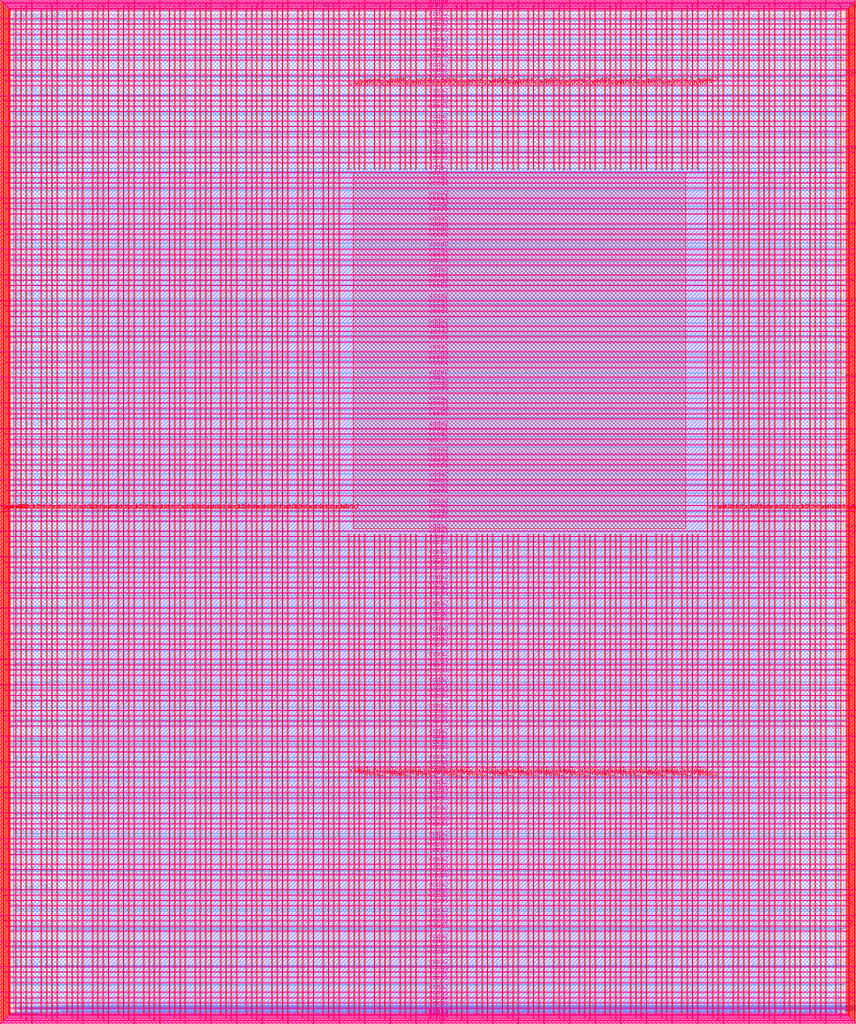
<source format=lef>
VERSION 5.7 ;
  NOWIREEXTENSIONATPIN ON ;
  DIVIDERCHAR "/" ;
  BUSBITCHARS "[]" ;
MACRO user_project_wrapper
  CLASS BLOCK ;
  FOREIGN user_project_wrapper ;
  ORIGIN 0.000 0.000 ;
  SIZE 2920.000 BY 3520.000 ;
  PIN analog_io[0]
    DIRECTION INOUT ;
    USE SIGNAL ;
    PORT
      LAYER met3 ;
        RECT 2917.600 1426.380 2924.800 1427.580 ;
    END
  END analog_io[0]
  PIN analog_io[10]
    DIRECTION INOUT ;
    USE SIGNAL ;
    PORT
      LAYER met2 ;
        RECT 2230.490 3517.600 2231.050 3524.800 ;
    END
  END analog_io[10]
  PIN analog_io[11]
    DIRECTION INOUT ;
    USE SIGNAL ;
    PORT
      LAYER met2 ;
        RECT 1905.730 3517.600 1906.290 3524.800 ;
    END
  END analog_io[11]
  PIN analog_io[12]
    DIRECTION INOUT ;
    USE SIGNAL ;
    PORT
      LAYER met2 ;
        RECT 1581.430 3517.600 1581.990 3524.800 ;
    END
  END analog_io[12]
  PIN analog_io[13]
    DIRECTION INOUT ;
    USE SIGNAL ;
    PORT
      LAYER met2 ;
        RECT 1257.130 3517.600 1257.690 3524.800 ;
    END
  END analog_io[13]
  PIN analog_io[14]
    DIRECTION INOUT ;
    USE SIGNAL ;
    PORT
      LAYER met2 ;
        RECT 932.370 3517.600 932.930 3524.800 ;
    END
  END analog_io[14]
  PIN analog_io[15]
    DIRECTION INOUT ;
    USE SIGNAL ;
    PORT
      LAYER met2 ;
        RECT 608.070 3517.600 608.630 3524.800 ;
    END
  END analog_io[15]
  PIN analog_io[16]
    DIRECTION INOUT ;
    USE SIGNAL ;
    PORT
      LAYER met2 ;
        RECT 283.770 3517.600 284.330 3524.800 ;
    END
  END analog_io[16]
  PIN analog_io[17]
    DIRECTION INOUT ;
    USE SIGNAL ;
    PORT
      LAYER met3 ;
        RECT -4.800 3486.100 2.400 3487.300 ;
    END
  END analog_io[17]
  PIN analog_io[18]
    DIRECTION INOUT ;
    USE SIGNAL ;
    PORT
      LAYER met3 ;
        RECT -4.800 3224.980 2.400 3226.180 ;
    END
  END analog_io[18]
  PIN analog_io[19]
    DIRECTION INOUT ;
    USE SIGNAL ;
    PORT
      LAYER met3 ;
        RECT -4.800 2964.540 2.400 2965.740 ;
    END
  END analog_io[19]
  PIN analog_io[1]
    DIRECTION INOUT ;
    USE SIGNAL ;
    PORT
      LAYER met3 ;
        RECT 2917.600 1692.260 2924.800 1693.460 ;
    END
  END analog_io[1]
  PIN analog_io[20]
    DIRECTION INOUT ;
    USE SIGNAL ;
    PORT
      LAYER met3 ;
        RECT -4.800 2703.420 2.400 2704.620 ;
    END
  END analog_io[20]
  PIN analog_io[21]
    DIRECTION INOUT ;
    USE SIGNAL ;
    PORT
      LAYER met3 ;
        RECT -4.800 2442.980 2.400 2444.180 ;
    END
  END analog_io[21]
  PIN analog_io[22]
    DIRECTION INOUT ;
    USE SIGNAL ;
    PORT
      LAYER met3 ;
        RECT -4.800 2182.540 2.400 2183.740 ;
    END
  END analog_io[22]
  PIN analog_io[23]
    DIRECTION INOUT ;
    USE SIGNAL ;
    PORT
      LAYER met3 ;
        RECT -4.800 1921.420 2.400 1922.620 ;
    END
  END analog_io[23]
  PIN analog_io[24]
    DIRECTION INOUT ;
    USE SIGNAL ;
    PORT
      LAYER met3 ;
        RECT -4.800 1660.980 2.400 1662.180 ;
    END
  END analog_io[24]
  PIN analog_io[25]
    DIRECTION INOUT ;
    USE SIGNAL ;
    PORT
      LAYER met3 ;
        RECT -4.800 1399.860 2.400 1401.060 ;
    END
  END analog_io[25]
  PIN analog_io[26]
    DIRECTION INOUT ;
    USE SIGNAL ;
    PORT
      LAYER met3 ;
        RECT -4.800 1139.420 2.400 1140.620 ;
    END
  END analog_io[26]
  PIN analog_io[27]
    DIRECTION INOUT ;
    USE SIGNAL ;
    PORT
      LAYER met3 ;
        RECT -4.800 878.980 2.400 880.180 ;
    END
  END analog_io[27]
  PIN analog_io[28]
    DIRECTION INOUT ;
    USE SIGNAL ;
    PORT
      LAYER met3 ;
        RECT -4.800 617.860 2.400 619.060 ;
    END
  END analog_io[28]
  PIN analog_io[2]
    DIRECTION INOUT ;
    USE SIGNAL ;
    PORT
      LAYER met3 ;
        RECT 2917.600 1958.140 2924.800 1959.340 ;
    END
  END analog_io[2]
  PIN analog_io[3]
    DIRECTION INOUT ;
    USE SIGNAL ;
    PORT
      LAYER met3 ;
        RECT 2917.600 2223.340 2924.800 2224.540 ;
    END
  END analog_io[3]
  PIN analog_io[4]
    DIRECTION INOUT ;
    USE SIGNAL ;
    PORT
      LAYER met3 ;
        RECT 2917.600 2489.220 2924.800 2490.420 ;
    END
  END analog_io[4]
  PIN analog_io[5]
    DIRECTION INOUT ;
    USE SIGNAL ;
    PORT
      LAYER met3 ;
        RECT 2917.600 2755.100 2924.800 2756.300 ;
    END
  END analog_io[5]
  PIN analog_io[6]
    DIRECTION INOUT ;
    USE SIGNAL ;
    PORT
      LAYER met3 ;
        RECT 2917.600 3020.300 2924.800 3021.500 ;
    END
  END analog_io[6]
  PIN analog_io[7]
    DIRECTION INOUT ;
    USE SIGNAL ;
    PORT
      LAYER met3 ;
        RECT 2917.600 3286.180 2924.800 3287.380 ;
    END
  END analog_io[7]
  PIN analog_io[8]
    DIRECTION INOUT ;
    USE SIGNAL ;
    PORT
      LAYER met2 ;
        RECT 2879.090 3517.600 2879.650 3524.800 ;
    END
  END analog_io[8]
  PIN analog_io[9]
    DIRECTION INOUT ;
    USE SIGNAL ;
    PORT
      LAYER met2 ;
        RECT 2554.790 3517.600 2555.350 3524.800 ;
    END
  END analog_io[9]
  PIN io_in[0]
    DIRECTION INPUT ;
    USE SIGNAL ;
    PORT
      LAYER met3 ;
        RECT 2917.600 32.380 2924.800 33.580 ;
    END
  END io_in[0]
  PIN io_in[10]
    DIRECTION INPUT ;
    USE SIGNAL ;
    PORT
      LAYER met3 ;
        RECT 2917.600 2289.980 2924.800 2291.180 ;
    END
  END io_in[10]
  PIN io_in[11]
    DIRECTION INPUT ;
    USE SIGNAL ;
    PORT
      LAYER met3 ;
        RECT 2917.600 2555.860 2924.800 2557.060 ;
    END
  END io_in[11]
  PIN io_in[12]
    DIRECTION INPUT ;
    USE SIGNAL ;
    PORT
      LAYER met3 ;
        RECT 2917.600 2821.060 2924.800 2822.260 ;
    END
  END io_in[12]
  PIN io_in[13]
    DIRECTION INPUT ;
    USE SIGNAL ;
    PORT
      LAYER met3 ;
        RECT 2917.600 3086.940 2924.800 3088.140 ;
    END
  END io_in[13]
  PIN io_in[14]
    DIRECTION INPUT ;
    USE SIGNAL ;
    PORT
      LAYER met3 ;
        RECT 2917.600 3352.820 2924.800 3354.020 ;
    END
  END io_in[14]
  PIN io_in[15]
    DIRECTION INPUT ;
    USE SIGNAL ;
    PORT
      LAYER met2 ;
        RECT 2798.130 3517.600 2798.690 3524.800 ;
    END
  END io_in[15]
  PIN io_in[16]
    DIRECTION INPUT ;
    USE SIGNAL ;
    PORT
      LAYER met2 ;
        RECT 2473.830 3517.600 2474.390 3524.800 ;
    END
  END io_in[16]
  PIN io_in[17]
    DIRECTION INPUT ;
    USE SIGNAL ;
    PORT
      LAYER met2 ;
        RECT 2149.070 3517.600 2149.630 3524.800 ;
    END
  END io_in[17]
  PIN io_in[18]
    DIRECTION INPUT ;
    USE SIGNAL ;
    PORT
      LAYER met2 ;
        RECT 1824.770 3517.600 1825.330 3524.800 ;
    END
  END io_in[18]
  PIN io_in[19]
    DIRECTION INPUT ;
    USE SIGNAL ;
    PORT
      LAYER met2 ;
        RECT 1500.470 3517.600 1501.030 3524.800 ;
    END
  END io_in[19]
  PIN io_in[1]
    DIRECTION INPUT ;
    USE SIGNAL ;
    PORT
      LAYER met3 ;
        RECT 2917.600 230.940 2924.800 232.140 ;
    END
  END io_in[1]
  PIN io_in[20]
    DIRECTION INPUT ;
    USE SIGNAL ;
    PORT
      LAYER met2 ;
        RECT 1175.710 3517.600 1176.270 3524.800 ;
    END
  END io_in[20]
  PIN io_in[21]
    DIRECTION INPUT ;
    USE SIGNAL ;
    PORT
      LAYER met2 ;
        RECT 851.410 3517.600 851.970 3524.800 ;
    END
  END io_in[21]
  PIN io_in[22]
    DIRECTION INPUT ;
    USE SIGNAL ;
    PORT
      LAYER met2 ;
        RECT 527.110 3517.600 527.670 3524.800 ;
    END
  END io_in[22]
  PIN io_in[23]
    DIRECTION INPUT ;
    USE SIGNAL ;
    PORT
      LAYER met2 ;
        RECT 202.350 3517.600 202.910 3524.800 ;
    END
  END io_in[23]
  PIN io_in[24]
    DIRECTION INPUT ;
    USE SIGNAL ;
    PORT
      LAYER met3 ;
        RECT -4.800 3420.820 2.400 3422.020 ;
    END
  END io_in[24]
  PIN io_in[25]
    DIRECTION INPUT ;
    USE SIGNAL ;
    PORT
      LAYER met3 ;
        RECT -4.800 3159.700 2.400 3160.900 ;
    END
  END io_in[25]
  PIN io_in[26]
    DIRECTION INPUT ;
    USE SIGNAL ;
    PORT
      LAYER met3 ;
        RECT -4.800 2899.260 2.400 2900.460 ;
    END
  END io_in[26]
  PIN io_in[27]
    DIRECTION INPUT ;
    USE SIGNAL ;
    PORT
      LAYER met3 ;
        RECT -4.800 2638.820 2.400 2640.020 ;
    END
  END io_in[27]
  PIN io_in[28]
    DIRECTION INPUT ;
    USE SIGNAL ;
    PORT
      LAYER met3 ;
        RECT -4.800 2377.700 2.400 2378.900 ;
    END
  END io_in[28]
  PIN io_in[29]
    DIRECTION INPUT ;
    USE SIGNAL ;
    PORT
      LAYER met3 ;
        RECT -4.800 2117.260 2.400 2118.460 ;
    END
  END io_in[29]
  PIN io_in[2]
    DIRECTION INPUT ;
    USE SIGNAL ;
    PORT
      LAYER met3 ;
        RECT 2917.600 430.180 2924.800 431.380 ;
    END
  END io_in[2]
  PIN io_in[30]
    DIRECTION INPUT ;
    USE SIGNAL ;
    PORT
      LAYER met3 ;
        RECT -4.800 1856.140 2.400 1857.340 ;
    END
  END io_in[30]
  PIN io_in[31]
    DIRECTION INPUT ;
    USE SIGNAL ;
    PORT
      LAYER met3 ;
        RECT -4.800 1595.700 2.400 1596.900 ;
    END
  END io_in[31]
  PIN io_in[32]
    DIRECTION INPUT ;
    USE SIGNAL ;
    PORT
      LAYER met3 ;
        RECT -4.800 1335.260 2.400 1336.460 ;
    END
  END io_in[32]
  PIN io_in[33]
    DIRECTION INPUT ;
    USE SIGNAL ;
    PORT
      LAYER met3 ;
        RECT -4.800 1074.140 2.400 1075.340 ;
    END
  END io_in[33]
  PIN io_in[34]
    DIRECTION INPUT ;
    USE SIGNAL ;
    PORT
      LAYER met3 ;
        RECT -4.800 813.700 2.400 814.900 ;
    END
  END io_in[34]
  PIN io_in[35]
    DIRECTION INPUT ;
    USE SIGNAL ;
    PORT
      LAYER met3 ;
        RECT -4.800 552.580 2.400 553.780 ;
    END
  END io_in[35]
  PIN io_in[36]
    DIRECTION INPUT ;
    USE SIGNAL ;
    PORT
      LAYER met3 ;
        RECT -4.800 357.420 2.400 358.620 ;
    END
  END io_in[36]
  PIN io_in[37]
    DIRECTION INPUT ;
    USE SIGNAL ;
    PORT
      LAYER met3 ;
        RECT -4.800 161.580 2.400 162.780 ;
    END
  END io_in[37]
  PIN io_in[3]
    DIRECTION INPUT ;
    USE SIGNAL ;
    PORT
      LAYER met3 ;
        RECT 2917.600 629.420 2924.800 630.620 ;
    END
  END io_in[3]
  PIN io_in[4]
    DIRECTION INPUT ;
    USE SIGNAL ;
    PORT
      LAYER met3 ;
        RECT 2917.600 828.660 2924.800 829.860 ;
    END
  END io_in[4]
  PIN io_in[5]
    DIRECTION INPUT ;
    USE SIGNAL ;
    PORT
      LAYER met3 ;
        RECT 2917.600 1027.900 2924.800 1029.100 ;
    END
  END io_in[5]
  PIN io_in[6]
    DIRECTION INPUT ;
    USE SIGNAL ;
    PORT
      LAYER met3 ;
        RECT 2917.600 1227.140 2924.800 1228.340 ;
    END
  END io_in[6]
  PIN io_in[7]
    DIRECTION INPUT ;
    USE SIGNAL ;
    PORT
      LAYER met3 ;
        RECT 2917.600 1493.020 2924.800 1494.220 ;
    END
  END io_in[7]
  PIN io_in[8]
    DIRECTION INPUT ;
    USE SIGNAL ;
    PORT
      LAYER met3 ;
        RECT 2917.600 1758.900 2924.800 1760.100 ;
    END
  END io_in[8]
  PIN io_in[9]
    DIRECTION INPUT ;
    USE SIGNAL ;
    PORT
      LAYER met3 ;
        RECT 2917.600 2024.100 2924.800 2025.300 ;
    END
  END io_in[9]
  PIN io_oeb[0]
    DIRECTION OUTPUT TRISTATE ;
    USE SIGNAL ;
    PORT
      LAYER met3 ;
        RECT 2917.600 164.980 2924.800 166.180 ;
    END
  END io_oeb[0]
  PIN io_oeb[10]
    DIRECTION OUTPUT TRISTATE ;
    USE SIGNAL ;
    PORT
      LAYER met3 ;
        RECT 2917.600 2422.580 2924.800 2423.780 ;
    END
  END io_oeb[10]
  PIN io_oeb[11]
    DIRECTION OUTPUT TRISTATE ;
    USE SIGNAL ;
    PORT
      LAYER met3 ;
        RECT 2917.600 2688.460 2924.800 2689.660 ;
    END
  END io_oeb[11]
  PIN io_oeb[12]
    DIRECTION OUTPUT TRISTATE ;
    USE SIGNAL ;
    PORT
      LAYER met3 ;
        RECT 2917.600 2954.340 2924.800 2955.540 ;
    END
  END io_oeb[12]
  PIN io_oeb[13]
    DIRECTION OUTPUT TRISTATE ;
    USE SIGNAL ;
    PORT
      LAYER met3 ;
        RECT 2917.600 3219.540 2924.800 3220.740 ;
    END
  END io_oeb[13]
  PIN io_oeb[14]
    DIRECTION OUTPUT TRISTATE ;
    USE SIGNAL ;
    PORT
      LAYER met3 ;
        RECT 2917.600 3485.420 2924.800 3486.620 ;
    END
  END io_oeb[14]
  PIN io_oeb[15]
    DIRECTION OUTPUT TRISTATE ;
    USE SIGNAL ;
    PORT
      LAYER met2 ;
        RECT 2635.750 3517.600 2636.310 3524.800 ;
    END
  END io_oeb[15]
  PIN io_oeb[16]
    DIRECTION OUTPUT TRISTATE ;
    USE SIGNAL ;
    PORT
      LAYER met2 ;
        RECT 2311.450 3517.600 2312.010 3524.800 ;
    END
  END io_oeb[16]
  PIN io_oeb[17]
    DIRECTION OUTPUT TRISTATE ;
    USE SIGNAL ;
    PORT
      LAYER met2 ;
        RECT 1987.150 3517.600 1987.710 3524.800 ;
    END
  END io_oeb[17]
  PIN io_oeb[18]
    DIRECTION OUTPUT TRISTATE ;
    USE SIGNAL ;
    PORT
      LAYER met2 ;
        RECT 1662.390 3517.600 1662.950 3524.800 ;
    END
  END io_oeb[18]
  PIN io_oeb[19]
    DIRECTION OUTPUT TRISTATE ;
    USE SIGNAL ;
    PORT
      LAYER met2 ;
        RECT 1338.090 3517.600 1338.650 3524.800 ;
    END
  END io_oeb[19]
  PIN io_oeb[1]
    DIRECTION OUTPUT TRISTATE ;
    USE SIGNAL ;
    PORT
      LAYER met3 ;
        RECT 2917.600 364.220 2924.800 365.420 ;
    END
  END io_oeb[1]
  PIN io_oeb[20]
    DIRECTION OUTPUT TRISTATE ;
    USE SIGNAL ;
    PORT
      LAYER met2 ;
        RECT 1013.790 3517.600 1014.350 3524.800 ;
    END
  END io_oeb[20]
  PIN io_oeb[21]
    DIRECTION OUTPUT TRISTATE ;
    USE SIGNAL ;
    PORT
      LAYER met2 ;
        RECT 689.030 3517.600 689.590 3524.800 ;
    END
  END io_oeb[21]
  PIN io_oeb[22]
    DIRECTION OUTPUT TRISTATE ;
    USE SIGNAL ;
    PORT
      LAYER met2 ;
        RECT 364.730 3517.600 365.290 3524.800 ;
    END
  END io_oeb[22]
  PIN io_oeb[23]
    DIRECTION OUTPUT TRISTATE ;
    USE SIGNAL ;
    PORT
      LAYER met2 ;
        RECT 40.430 3517.600 40.990 3524.800 ;
    END
  END io_oeb[23]
  PIN io_oeb[24]
    DIRECTION OUTPUT TRISTATE ;
    USE SIGNAL ;
    PORT
      LAYER met3 ;
        RECT -4.800 3290.260 2.400 3291.460 ;
    END
  END io_oeb[24]
  PIN io_oeb[25]
    DIRECTION OUTPUT TRISTATE ;
    USE SIGNAL ;
    PORT
      LAYER met3 ;
        RECT -4.800 3029.820 2.400 3031.020 ;
    END
  END io_oeb[25]
  PIN io_oeb[26]
    DIRECTION OUTPUT TRISTATE ;
    USE SIGNAL ;
    PORT
      LAYER met3 ;
        RECT -4.800 2768.700 2.400 2769.900 ;
    END
  END io_oeb[26]
  PIN io_oeb[27]
    DIRECTION OUTPUT TRISTATE ;
    USE SIGNAL ;
    PORT
      LAYER met3 ;
        RECT -4.800 2508.260 2.400 2509.460 ;
    END
  END io_oeb[27]
  PIN io_oeb[28]
    DIRECTION OUTPUT TRISTATE ;
    USE SIGNAL ;
    PORT
      LAYER met3 ;
        RECT -4.800 2247.140 2.400 2248.340 ;
    END
  END io_oeb[28]
  PIN io_oeb[29]
    DIRECTION OUTPUT TRISTATE ;
    USE SIGNAL ;
    PORT
      LAYER met3 ;
        RECT -4.800 1986.700 2.400 1987.900 ;
    END
  END io_oeb[29]
  PIN io_oeb[2]
    DIRECTION OUTPUT TRISTATE ;
    USE SIGNAL ;
    PORT
      LAYER met3 ;
        RECT 2917.600 563.460 2924.800 564.660 ;
    END
  END io_oeb[2]
  PIN io_oeb[30]
    DIRECTION OUTPUT TRISTATE ;
    USE SIGNAL ;
    PORT
      LAYER met3 ;
        RECT -4.800 1726.260 2.400 1727.460 ;
    END
  END io_oeb[30]
  PIN io_oeb[31]
    DIRECTION OUTPUT TRISTATE ;
    USE SIGNAL ;
    PORT
      LAYER met3 ;
        RECT -4.800 1465.140 2.400 1466.340 ;
    END
  END io_oeb[31]
  PIN io_oeb[32]
    DIRECTION OUTPUT TRISTATE ;
    USE SIGNAL ;
    PORT
      LAYER met3 ;
        RECT -4.800 1204.700 2.400 1205.900 ;
    END
  END io_oeb[32]
  PIN io_oeb[33]
    DIRECTION OUTPUT TRISTATE ;
    USE SIGNAL ;
    PORT
      LAYER met3 ;
        RECT -4.800 943.580 2.400 944.780 ;
    END
  END io_oeb[33]
  PIN io_oeb[34]
    DIRECTION OUTPUT TRISTATE ;
    USE SIGNAL ;
    PORT
      LAYER met3 ;
        RECT -4.800 683.140 2.400 684.340 ;
    END
  END io_oeb[34]
  PIN io_oeb[35]
    DIRECTION OUTPUT TRISTATE ;
    USE SIGNAL ;
    PORT
      LAYER met3 ;
        RECT -4.800 422.700 2.400 423.900 ;
    END
  END io_oeb[35]
  PIN io_oeb[36]
    DIRECTION OUTPUT TRISTATE ;
    USE SIGNAL ;
    PORT
      LAYER met3 ;
        RECT -4.800 226.860 2.400 228.060 ;
    END
  END io_oeb[36]
  PIN io_oeb[37]
    DIRECTION OUTPUT TRISTATE ;
    USE SIGNAL ;
    PORT
      LAYER met3 ;
        RECT -4.800 31.700 2.400 32.900 ;
    END
  END io_oeb[37]
  PIN io_oeb[3]
    DIRECTION OUTPUT TRISTATE ;
    USE SIGNAL ;
    PORT
      LAYER met3 ;
        RECT 2917.600 762.700 2924.800 763.900 ;
    END
  END io_oeb[3]
  PIN io_oeb[4]
    DIRECTION OUTPUT TRISTATE ;
    USE SIGNAL ;
    PORT
      LAYER met3 ;
        RECT 2917.600 961.940 2924.800 963.140 ;
    END
  END io_oeb[4]
  PIN io_oeb[5]
    DIRECTION OUTPUT TRISTATE ;
    USE SIGNAL ;
    PORT
      LAYER met3 ;
        RECT 2917.600 1161.180 2924.800 1162.380 ;
    END
  END io_oeb[5]
  PIN io_oeb[6]
    DIRECTION OUTPUT TRISTATE ;
    USE SIGNAL ;
    PORT
      LAYER met3 ;
        RECT 2917.600 1360.420 2924.800 1361.620 ;
    END
  END io_oeb[6]
  PIN io_oeb[7]
    DIRECTION OUTPUT TRISTATE ;
    USE SIGNAL ;
    PORT
      LAYER met3 ;
        RECT 2917.600 1625.620 2924.800 1626.820 ;
    END
  END io_oeb[7]
  PIN io_oeb[8]
    DIRECTION OUTPUT TRISTATE ;
    USE SIGNAL ;
    PORT
      LAYER met3 ;
        RECT 2917.600 1891.500 2924.800 1892.700 ;
    END
  END io_oeb[8]
  PIN io_oeb[9]
    DIRECTION OUTPUT TRISTATE ;
    USE SIGNAL ;
    PORT
      LAYER met3 ;
        RECT 2917.600 2157.380 2924.800 2158.580 ;
    END
  END io_oeb[9]
  PIN io_out[0]
    DIRECTION OUTPUT TRISTATE ;
    USE SIGNAL ;
    PORT
      LAYER met3 ;
        RECT 2917.600 98.340 2924.800 99.540 ;
    END
  END io_out[0]
  PIN io_out[10]
    DIRECTION OUTPUT TRISTATE ;
    USE SIGNAL ;
    PORT
      LAYER met3 ;
        RECT 2917.600 2356.620 2924.800 2357.820 ;
    END
  END io_out[10]
  PIN io_out[11]
    DIRECTION OUTPUT TRISTATE ;
    USE SIGNAL ;
    PORT
      LAYER met3 ;
        RECT 2917.600 2621.820 2924.800 2623.020 ;
    END
  END io_out[11]
  PIN io_out[12]
    DIRECTION OUTPUT TRISTATE ;
    USE SIGNAL ;
    PORT
      LAYER met3 ;
        RECT 2917.600 2887.700 2924.800 2888.900 ;
    END
  END io_out[12]
  PIN io_out[13]
    DIRECTION OUTPUT TRISTATE ;
    USE SIGNAL ;
    PORT
      LAYER met3 ;
        RECT 2917.600 3153.580 2924.800 3154.780 ;
    END
  END io_out[13]
  PIN io_out[14]
    DIRECTION OUTPUT TRISTATE ;
    USE SIGNAL ;
    PORT
      LAYER met3 ;
        RECT 2917.600 3418.780 2924.800 3419.980 ;
    END
  END io_out[14]
  PIN io_out[15]
    DIRECTION OUTPUT TRISTATE ;
    USE SIGNAL ;
    PORT
      LAYER met2 ;
        RECT 2717.170 3517.600 2717.730 3524.800 ;
    END
  END io_out[15]
  PIN io_out[16]
    DIRECTION OUTPUT TRISTATE ;
    USE SIGNAL ;
    PORT
      LAYER met2 ;
        RECT 2392.410 3517.600 2392.970 3524.800 ;
    END
  END io_out[16]
  PIN io_out[17]
    DIRECTION OUTPUT TRISTATE ;
    USE SIGNAL ;
    PORT
      LAYER met2 ;
        RECT 2068.110 3517.600 2068.670 3524.800 ;
    END
  END io_out[17]
  PIN io_out[18]
    DIRECTION OUTPUT TRISTATE ;
    USE SIGNAL ;
    PORT
      LAYER met2 ;
        RECT 1743.810 3517.600 1744.370 3524.800 ;
    END
  END io_out[18]
  PIN io_out[19]
    DIRECTION OUTPUT TRISTATE ;
    USE SIGNAL ;
    PORT
      LAYER met2 ;
        RECT 1419.050 3517.600 1419.610 3524.800 ;
    END
  END io_out[19]
  PIN io_out[1]
    DIRECTION OUTPUT TRISTATE ;
    USE SIGNAL ;
    PORT
      LAYER met3 ;
        RECT 2917.600 297.580 2924.800 298.780 ;
    END
  END io_out[1]
  PIN io_out[20]
    DIRECTION OUTPUT TRISTATE ;
    USE SIGNAL ;
    PORT
      LAYER met2 ;
        RECT 1094.750 3517.600 1095.310 3524.800 ;
    END
  END io_out[20]
  PIN io_out[21]
    DIRECTION OUTPUT TRISTATE ;
    USE SIGNAL ;
    PORT
      LAYER met2 ;
        RECT 770.450 3517.600 771.010 3524.800 ;
    END
  END io_out[21]
  PIN io_out[22]
    DIRECTION OUTPUT TRISTATE ;
    USE SIGNAL ;
    PORT
      LAYER met2 ;
        RECT 445.690 3517.600 446.250 3524.800 ;
    END
  END io_out[22]
  PIN io_out[23]
    DIRECTION OUTPUT TRISTATE ;
    USE SIGNAL ;
    PORT
      LAYER met2 ;
        RECT 121.390 3517.600 121.950 3524.800 ;
    END
  END io_out[23]
  PIN io_out[24]
    DIRECTION OUTPUT TRISTATE ;
    USE SIGNAL ;
    PORT
      LAYER met3 ;
        RECT -4.800 3355.540 2.400 3356.740 ;
    END
  END io_out[24]
  PIN io_out[25]
    DIRECTION OUTPUT TRISTATE ;
    USE SIGNAL ;
    PORT
      LAYER met3 ;
        RECT -4.800 3095.100 2.400 3096.300 ;
    END
  END io_out[25]
  PIN io_out[26]
    DIRECTION OUTPUT TRISTATE ;
    USE SIGNAL ;
    PORT
      LAYER met3 ;
        RECT -4.800 2833.980 2.400 2835.180 ;
    END
  END io_out[26]
  PIN io_out[27]
    DIRECTION OUTPUT TRISTATE ;
    USE SIGNAL ;
    PORT
      LAYER met3 ;
        RECT -4.800 2573.540 2.400 2574.740 ;
    END
  END io_out[27]
  PIN io_out[28]
    DIRECTION OUTPUT TRISTATE ;
    USE SIGNAL ;
    PORT
      LAYER met3 ;
        RECT -4.800 2312.420 2.400 2313.620 ;
    END
  END io_out[28]
  PIN io_out[29]
    DIRECTION OUTPUT TRISTATE ;
    USE SIGNAL ;
    PORT
      LAYER met3 ;
        RECT -4.800 2051.980 2.400 2053.180 ;
    END
  END io_out[29]
  PIN io_out[2]
    DIRECTION OUTPUT TRISTATE ;
    USE SIGNAL ;
    PORT
      LAYER met3 ;
        RECT 2917.600 496.820 2924.800 498.020 ;
    END
  END io_out[2]
  PIN io_out[30]
    DIRECTION OUTPUT TRISTATE ;
    USE SIGNAL ;
    PORT
      LAYER met3 ;
        RECT -4.800 1791.540 2.400 1792.740 ;
    END
  END io_out[30]
  PIN io_out[31]
    DIRECTION OUTPUT TRISTATE ;
    USE SIGNAL ;
    PORT
      LAYER met3 ;
        RECT -4.800 1530.420 2.400 1531.620 ;
    END
  END io_out[31]
  PIN io_out[32]
    DIRECTION OUTPUT TRISTATE ;
    USE SIGNAL ;
    PORT
      LAYER met3 ;
        RECT -4.800 1269.980 2.400 1271.180 ;
    END
  END io_out[32]
  PIN io_out[33]
    DIRECTION OUTPUT TRISTATE ;
    USE SIGNAL ;
    PORT
      LAYER met3 ;
        RECT -4.800 1008.860 2.400 1010.060 ;
    END
  END io_out[33]
  PIN io_out[34]
    DIRECTION OUTPUT TRISTATE ;
    USE SIGNAL ;
    PORT
      LAYER met3 ;
        RECT -4.800 748.420 2.400 749.620 ;
    END
  END io_out[34]
  PIN io_out[35]
    DIRECTION OUTPUT TRISTATE ;
    USE SIGNAL ;
    PORT
      LAYER met3 ;
        RECT -4.800 487.300 2.400 488.500 ;
    END
  END io_out[35]
  PIN io_out[36]
    DIRECTION OUTPUT TRISTATE ;
    USE SIGNAL ;
    PORT
      LAYER met3 ;
        RECT -4.800 292.140 2.400 293.340 ;
    END
  END io_out[36]
  PIN io_out[37]
    DIRECTION OUTPUT TRISTATE ;
    USE SIGNAL ;
    PORT
      LAYER met3 ;
        RECT -4.800 96.300 2.400 97.500 ;
    END
  END io_out[37]
  PIN io_out[3]
    DIRECTION OUTPUT TRISTATE ;
    USE SIGNAL ;
    PORT
      LAYER met3 ;
        RECT 2917.600 696.060 2924.800 697.260 ;
    END
  END io_out[3]
  PIN io_out[4]
    DIRECTION OUTPUT TRISTATE ;
    USE SIGNAL ;
    PORT
      LAYER met3 ;
        RECT 2917.600 895.300 2924.800 896.500 ;
    END
  END io_out[4]
  PIN io_out[5]
    DIRECTION OUTPUT TRISTATE ;
    USE SIGNAL ;
    PORT
      LAYER met3 ;
        RECT 2917.600 1094.540 2924.800 1095.740 ;
    END
  END io_out[5]
  PIN io_out[6]
    DIRECTION OUTPUT TRISTATE ;
    USE SIGNAL ;
    PORT
      LAYER met3 ;
        RECT 2917.600 1293.780 2924.800 1294.980 ;
    END
  END io_out[6]
  PIN io_out[7]
    DIRECTION OUTPUT TRISTATE ;
    USE SIGNAL ;
    PORT
      LAYER met3 ;
        RECT 2917.600 1559.660 2924.800 1560.860 ;
    END
  END io_out[7]
  PIN io_out[8]
    DIRECTION OUTPUT TRISTATE ;
    USE SIGNAL ;
    PORT
      LAYER met3 ;
        RECT 2917.600 1824.860 2924.800 1826.060 ;
    END
  END io_out[8]
  PIN io_out[9]
    DIRECTION OUTPUT TRISTATE ;
    USE SIGNAL ;
    PORT
      LAYER met3 ;
        RECT 2917.600 2090.740 2924.800 2091.940 ;
    END
  END io_out[9]
  PIN la_data_in[0]
    DIRECTION INPUT ;
    USE SIGNAL ;
    PORT
      LAYER met2 ;
        RECT 629.230 -4.800 629.790 2.400 ;
    END
  END la_data_in[0]
  PIN la_data_in[100]
    DIRECTION INPUT ;
    USE SIGNAL ;
    PORT
      LAYER met2 ;
        RECT 2402.530 -4.800 2403.090 2.400 ;
    END
  END la_data_in[100]
  PIN la_data_in[101]
    DIRECTION INPUT ;
    USE SIGNAL ;
    PORT
      LAYER met2 ;
        RECT 2420.010 -4.800 2420.570 2.400 ;
    END
  END la_data_in[101]
  PIN la_data_in[102]
    DIRECTION INPUT ;
    USE SIGNAL ;
    PORT
      LAYER met2 ;
        RECT 2437.950 -4.800 2438.510 2.400 ;
    END
  END la_data_in[102]
  PIN la_data_in[103]
    DIRECTION INPUT ;
    USE SIGNAL ;
    PORT
      LAYER met2 ;
        RECT 2455.430 -4.800 2455.990 2.400 ;
    END
  END la_data_in[103]
  PIN la_data_in[104]
    DIRECTION INPUT ;
    USE SIGNAL ;
    PORT
      LAYER met2 ;
        RECT 2473.370 -4.800 2473.930 2.400 ;
    END
  END la_data_in[104]
  PIN la_data_in[105]
    DIRECTION INPUT ;
    USE SIGNAL ;
    PORT
      LAYER met2 ;
        RECT 2490.850 -4.800 2491.410 2.400 ;
    END
  END la_data_in[105]
  PIN la_data_in[106]
    DIRECTION INPUT ;
    USE SIGNAL ;
    PORT
      LAYER met2 ;
        RECT 2508.790 -4.800 2509.350 2.400 ;
    END
  END la_data_in[106]
  PIN la_data_in[107]
    DIRECTION INPUT ;
    USE SIGNAL ;
    PORT
      LAYER met2 ;
        RECT 2526.730 -4.800 2527.290 2.400 ;
    END
  END la_data_in[107]
  PIN la_data_in[108]
    DIRECTION INPUT ;
    USE SIGNAL ;
    PORT
      LAYER met2 ;
        RECT 2544.210 -4.800 2544.770 2.400 ;
    END
  END la_data_in[108]
  PIN la_data_in[109]
    DIRECTION INPUT ;
    USE SIGNAL ;
    PORT
      LAYER met2 ;
        RECT 2562.150 -4.800 2562.710 2.400 ;
    END
  END la_data_in[109]
  PIN la_data_in[10]
    DIRECTION INPUT ;
    USE SIGNAL ;
    PORT
      LAYER met2 ;
        RECT 806.330 -4.800 806.890 2.400 ;
    END
  END la_data_in[10]
  PIN la_data_in[110]
    DIRECTION INPUT ;
    USE SIGNAL ;
    PORT
      LAYER met2 ;
        RECT 2579.630 -4.800 2580.190 2.400 ;
    END
  END la_data_in[110]
  PIN la_data_in[111]
    DIRECTION INPUT ;
    USE SIGNAL ;
    PORT
      LAYER met2 ;
        RECT 2597.570 -4.800 2598.130 2.400 ;
    END
  END la_data_in[111]
  PIN la_data_in[112]
    DIRECTION INPUT ;
    USE SIGNAL ;
    PORT
      LAYER met2 ;
        RECT 2615.050 -4.800 2615.610 2.400 ;
    END
  END la_data_in[112]
  PIN la_data_in[113]
    DIRECTION INPUT ;
    USE SIGNAL ;
    PORT
      LAYER met2 ;
        RECT 2632.990 -4.800 2633.550 2.400 ;
    END
  END la_data_in[113]
  PIN la_data_in[114]
    DIRECTION INPUT ;
    USE SIGNAL ;
    PORT
      LAYER met2 ;
        RECT 2650.470 -4.800 2651.030 2.400 ;
    END
  END la_data_in[114]
  PIN la_data_in[115]
    DIRECTION INPUT ;
    USE SIGNAL ;
    PORT
      LAYER met2 ;
        RECT 2668.410 -4.800 2668.970 2.400 ;
    END
  END la_data_in[115]
  PIN la_data_in[116]
    DIRECTION INPUT ;
    USE SIGNAL ;
    PORT
      LAYER met2 ;
        RECT 2685.890 -4.800 2686.450 2.400 ;
    END
  END la_data_in[116]
  PIN la_data_in[117]
    DIRECTION INPUT ;
    USE SIGNAL ;
    PORT
      LAYER met2 ;
        RECT 2703.830 -4.800 2704.390 2.400 ;
    END
  END la_data_in[117]
  PIN la_data_in[118]
    DIRECTION INPUT ;
    USE SIGNAL ;
    PORT
      LAYER met2 ;
        RECT 2721.770 -4.800 2722.330 2.400 ;
    END
  END la_data_in[118]
  PIN la_data_in[119]
    DIRECTION INPUT ;
    USE SIGNAL ;
    PORT
      LAYER met2 ;
        RECT 2739.250 -4.800 2739.810 2.400 ;
    END
  END la_data_in[119]
  PIN la_data_in[11]
    DIRECTION INPUT ;
    USE SIGNAL ;
    PORT
      LAYER met2 ;
        RECT 824.270 -4.800 824.830 2.400 ;
    END
  END la_data_in[11]
  PIN la_data_in[120]
    DIRECTION INPUT ;
    USE SIGNAL ;
    PORT
      LAYER met2 ;
        RECT 2757.190 -4.800 2757.750 2.400 ;
    END
  END la_data_in[120]
  PIN la_data_in[121]
    DIRECTION INPUT ;
    USE SIGNAL ;
    PORT
      LAYER met2 ;
        RECT 2774.670 -4.800 2775.230 2.400 ;
    END
  END la_data_in[121]
  PIN la_data_in[122]
    DIRECTION INPUT ;
    USE SIGNAL ;
    PORT
      LAYER met2 ;
        RECT 2792.610 -4.800 2793.170 2.400 ;
    END
  END la_data_in[122]
  PIN la_data_in[123]
    DIRECTION INPUT ;
    USE SIGNAL ;
    PORT
      LAYER met2 ;
        RECT 2810.090 -4.800 2810.650 2.400 ;
    END
  END la_data_in[123]
  PIN la_data_in[124]
    DIRECTION INPUT ;
    USE SIGNAL ;
    PORT
      LAYER met2 ;
        RECT 2828.030 -4.800 2828.590 2.400 ;
    END
  END la_data_in[124]
  PIN la_data_in[125]
    DIRECTION INPUT ;
    USE SIGNAL ;
    PORT
      LAYER met2 ;
        RECT 2845.510 -4.800 2846.070 2.400 ;
    END
  END la_data_in[125]
  PIN la_data_in[126]
    DIRECTION INPUT ;
    USE SIGNAL ;
    PORT
      LAYER met2 ;
        RECT 2863.450 -4.800 2864.010 2.400 ;
    END
  END la_data_in[126]
  PIN la_data_in[127]
    DIRECTION INPUT ;
    USE SIGNAL ;
    PORT
      LAYER met2 ;
        RECT 2881.390 -4.800 2881.950 2.400 ;
    END
  END la_data_in[127]
  PIN la_data_in[12]
    DIRECTION INPUT ;
    USE SIGNAL ;
    PORT
      LAYER met2 ;
        RECT 841.750 -4.800 842.310 2.400 ;
    END
  END la_data_in[12]
  PIN la_data_in[13]
    DIRECTION INPUT ;
    USE SIGNAL ;
    PORT
      LAYER met2 ;
        RECT 859.690 -4.800 860.250 2.400 ;
    END
  END la_data_in[13]
  PIN la_data_in[14]
    DIRECTION INPUT ;
    USE SIGNAL ;
    PORT
      LAYER met2 ;
        RECT 877.170 -4.800 877.730 2.400 ;
    END
  END la_data_in[14]
  PIN la_data_in[15]
    DIRECTION INPUT ;
    USE SIGNAL ;
    PORT
      LAYER met2 ;
        RECT 895.110 -4.800 895.670 2.400 ;
    END
  END la_data_in[15]
  PIN la_data_in[16]
    DIRECTION INPUT ;
    USE SIGNAL ;
    PORT
      LAYER met2 ;
        RECT 912.590 -4.800 913.150 2.400 ;
    END
  END la_data_in[16]
  PIN la_data_in[17]
    DIRECTION INPUT ;
    USE SIGNAL ;
    PORT
      LAYER met2 ;
        RECT 930.530 -4.800 931.090 2.400 ;
    END
  END la_data_in[17]
  PIN la_data_in[18]
    DIRECTION INPUT ;
    USE SIGNAL ;
    PORT
      LAYER met2 ;
        RECT 948.470 -4.800 949.030 2.400 ;
    END
  END la_data_in[18]
  PIN la_data_in[19]
    DIRECTION INPUT ;
    USE SIGNAL ;
    PORT
      LAYER met2 ;
        RECT 965.950 -4.800 966.510 2.400 ;
    END
  END la_data_in[19]
  PIN la_data_in[1]
    DIRECTION INPUT ;
    USE SIGNAL ;
    PORT
      LAYER met2 ;
        RECT 646.710 -4.800 647.270 2.400 ;
    END
  END la_data_in[1]
  PIN la_data_in[20]
    DIRECTION INPUT ;
    USE SIGNAL ;
    PORT
      LAYER met2 ;
        RECT 983.890 -4.800 984.450 2.400 ;
    END
  END la_data_in[20]
  PIN la_data_in[21]
    DIRECTION INPUT ;
    USE SIGNAL ;
    PORT
      LAYER met2 ;
        RECT 1001.370 -4.800 1001.930 2.400 ;
    END
  END la_data_in[21]
  PIN la_data_in[22]
    DIRECTION INPUT ;
    USE SIGNAL ;
    PORT
      LAYER met2 ;
        RECT 1019.310 -4.800 1019.870 2.400 ;
    END
  END la_data_in[22]
  PIN la_data_in[23]
    DIRECTION INPUT ;
    USE SIGNAL ;
    PORT
      LAYER met2 ;
        RECT 1036.790 -4.800 1037.350 2.400 ;
    END
  END la_data_in[23]
  PIN la_data_in[24]
    DIRECTION INPUT ;
    USE SIGNAL ;
    PORT
      LAYER met2 ;
        RECT 1054.730 -4.800 1055.290 2.400 ;
    END
  END la_data_in[24]
  PIN la_data_in[25]
    DIRECTION INPUT ;
    USE SIGNAL ;
    PORT
      LAYER met2 ;
        RECT 1072.210 -4.800 1072.770 2.400 ;
    END
  END la_data_in[25]
  PIN la_data_in[26]
    DIRECTION INPUT ;
    USE SIGNAL ;
    PORT
      LAYER met2 ;
        RECT 1090.150 -4.800 1090.710 2.400 ;
    END
  END la_data_in[26]
  PIN la_data_in[27]
    DIRECTION INPUT ;
    USE SIGNAL ;
    PORT
      LAYER met2 ;
        RECT 1107.630 -4.800 1108.190 2.400 ;
    END
  END la_data_in[27]
  PIN la_data_in[28]
    DIRECTION INPUT ;
    USE SIGNAL ;
    PORT
      LAYER met2 ;
        RECT 1125.570 -4.800 1126.130 2.400 ;
    END
  END la_data_in[28]
  PIN la_data_in[29]
    DIRECTION INPUT ;
    USE SIGNAL ;
    PORT
      LAYER met2 ;
        RECT 1143.510 -4.800 1144.070 2.400 ;
    END
  END la_data_in[29]
  PIN la_data_in[2]
    DIRECTION INPUT ;
    USE SIGNAL ;
    PORT
      LAYER met2 ;
        RECT 664.650 -4.800 665.210 2.400 ;
    END
  END la_data_in[2]
  PIN la_data_in[30]
    DIRECTION INPUT ;
    USE SIGNAL ;
    PORT
      LAYER met2 ;
        RECT 1160.990 -4.800 1161.550 2.400 ;
    END
  END la_data_in[30]
  PIN la_data_in[31]
    DIRECTION INPUT ;
    USE SIGNAL ;
    PORT
      LAYER met2 ;
        RECT 1178.930 -4.800 1179.490 2.400 ;
    END
  END la_data_in[31]
  PIN la_data_in[32]
    DIRECTION INPUT ;
    USE SIGNAL ;
    PORT
      LAYER met2 ;
        RECT 1196.410 -4.800 1196.970 2.400 ;
    END
  END la_data_in[32]
  PIN la_data_in[33]
    DIRECTION INPUT ;
    USE SIGNAL ;
    PORT
      LAYER met2 ;
        RECT 1214.350 -4.800 1214.910 2.400 ;
    END
  END la_data_in[33]
  PIN la_data_in[34]
    DIRECTION INPUT ;
    USE SIGNAL ;
    PORT
      LAYER met2 ;
        RECT 1231.830 -4.800 1232.390 2.400 ;
    END
  END la_data_in[34]
  PIN la_data_in[35]
    DIRECTION INPUT ;
    USE SIGNAL ;
    PORT
      LAYER met2 ;
        RECT 1249.770 -4.800 1250.330 2.400 ;
    END
  END la_data_in[35]
  PIN la_data_in[36]
    DIRECTION INPUT ;
    USE SIGNAL ;
    PORT
      LAYER met2 ;
        RECT 1267.250 -4.800 1267.810 2.400 ;
    END
  END la_data_in[36]
  PIN la_data_in[37]
    DIRECTION INPUT ;
    USE SIGNAL ;
    PORT
      LAYER met2 ;
        RECT 1285.190 -4.800 1285.750 2.400 ;
    END
  END la_data_in[37]
  PIN la_data_in[38]
    DIRECTION INPUT ;
    USE SIGNAL ;
    PORT
      LAYER met2 ;
        RECT 1303.130 -4.800 1303.690 2.400 ;
    END
  END la_data_in[38]
  PIN la_data_in[39]
    DIRECTION INPUT ;
    USE SIGNAL ;
    PORT
      LAYER met2 ;
        RECT 1320.610 -4.800 1321.170 2.400 ;
    END
  END la_data_in[39]
  PIN la_data_in[3]
    DIRECTION INPUT ;
    USE SIGNAL ;
    PORT
      LAYER met2 ;
        RECT 682.130 -4.800 682.690 2.400 ;
    END
  END la_data_in[3]
  PIN la_data_in[40]
    DIRECTION INPUT ;
    USE SIGNAL ;
    PORT
      LAYER met2 ;
        RECT 1338.550 -4.800 1339.110 2.400 ;
    END
  END la_data_in[40]
  PIN la_data_in[41]
    DIRECTION INPUT ;
    USE SIGNAL ;
    PORT
      LAYER met2 ;
        RECT 1356.030 -4.800 1356.590 2.400 ;
    END
  END la_data_in[41]
  PIN la_data_in[42]
    DIRECTION INPUT ;
    USE SIGNAL ;
    PORT
      LAYER met2 ;
        RECT 1373.970 -4.800 1374.530 2.400 ;
    END
  END la_data_in[42]
  PIN la_data_in[43]
    DIRECTION INPUT ;
    USE SIGNAL ;
    PORT
      LAYER met2 ;
        RECT 1391.450 -4.800 1392.010 2.400 ;
    END
  END la_data_in[43]
  PIN la_data_in[44]
    DIRECTION INPUT ;
    USE SIGNAL ;
    PORT
      LAYER met2 ;
        RECT 1409.390 -4.800 1409.950 2.400 ;
    END
  END la_data_in[44]
  PIN la_data_in[45]
    DIRECTION INPUT ;
    USE SIGNAL ;
    PORT
      LAYER met2 ;
        RECT 1426.870 -4.800 1427.430 2.400 ;
    END
  END la_data_in[45]
  PIN la_data_in[46]
    DIRECTION INPUT ;
    USE SIGNAL ;
    PORT
      LAYER met2 ;
        RECT 1444.810 -4.800 1445.370 2.400 ;
    END
  END la_data_in[46]
  PIN la_data_in[47]
    DIRECTION INPUT ;
    USE SIGNAL ;
    PORT
      LAYER met2 ;
        RECT 1462.750 -4.800 1463.310 2.400 ;
    END
  END la_data_in[47]
  PIN la_data_in[48]
    DIRECTION INPUT ;
    USE SIGNAL ;
    PORT
      LAYER met2 ;
        RECT 1480.230 -4.800 1480.790 2.400 ;
    END
  END la_data_in[48]
  PIN la_data_in[49]
    DIRECTION INPUT ;
    USE SIGNAL ;
    PORT
      LAYER met2 ;
        RECT 1498.170 -4.800 1498.730 2.400 ;
    END
  END la_data_in[49]
  PIN la_data_in[4]
    DIRECTION INPUT ;
    USE SIGNAL ;
    PORT
      LAYER met2 ;
        RECT 700.070 -4.800 700.630 2.400 ;
    END
  END la_data_in[4]
  PIN la_data_in[50]
    DIRECTION INPUT ;
    USE SIGNAL ;
    PORT
      LAYER met2 ;
        RECT 1515.650 -4.800 1516.210 2.400 ;
    END
  END la_data_in[50]
  PIN la_data_in[51]
    DIRECTION INPUT ;
    USE SIGNAL ;
    PORT
      LAYER met2 ;
        RECT 1533.590 -4.800 1534.150 2.400 ;
    END
  END la_data_in[51]
  PIN la_data_in[52]
    DIRECTION INPUT ;
    USE SIGNAL ;
    PORT
      LAYER met2 ;
        RECT 1551.070 -4.800 1551.630 2.400 ;
    END
  END la_data_in[52]
  PIN la_data_in[53]
    DIRECTION INPUT ;
    USE SIGNAL ;
    PORT
      LAYER met2 ;
        RECT 1569.010 -4.800 1569.570 2.400 ;
    END
  END la_data_in[53]
  PIN la_data_in[54]
    DIRECTION INPUT ;
    USE SIGNAL ;
    PORT
      LAYER met2 ;
        RECT 1586.490 -4.800 1587.050 2.400 ;
    END
  END la_data_in[54]
  PIN la_data_in[55]
    DIRECTION INPUT ;
    USE SIGNAL ;
    PORT
      LAYER met2 ;
        RECT 1604.430 -4.800 1604.990 2.400 ;
    END
  END la_data_in[55]
  PIN la_data_in[56]
    DIRECTION INPUT ;
    USE SIGNAL ;
    PORT
      LAYER met2 ;
        RECT 1621.910 -4.800 1622.470 2.400 ;
    END
  END la_data_in[56]
  PIN la_data_in[57]
    DIRECTION INPUT ;
    USE SIGNAL ;
    PORT
      LAYER met2 ;
        RECT 1639.850 -4.800 1640.410 2.400 ;
    END
  END la_data_in[57]
  PIN la_data_in[58]
    DIRECTION INPUT ;
    USE SIGNAL ;
    PORT
      LAYER met2 ;
        RECT 1657.790 -4.800 1658.350 2.400 ;
    END
  END la_data_in[58]
  PIN la_data_in[59]
    DIRECTION INPUT ;
    USE SIGNAL ;
    PORT
      LAYER met2 ;
        RECT 1675.270 -4.800 1675.830 2.400 ;
    END
  END la_data_in[59]
  PIN la_data_in[5]
    DIRECTION INPUT ;
    USE SIGNAL ;
    PORT
      LAYER met2 ;
        RECT 717.550 -4.800 718.110 2.400 ;
    END
  END la_data_in[5]
  PIN la_data_in[60]
    DIRECTION INPUT ;
    USE SIGNAL ;
    PORT
      LAYER met2 ;
        RECT 1693.210 -4.800 1693.770 2.400 ;
    END
  END la_data_in[60]
  PIN la_data_in[61]
    DIRECTION INPUT ;
    USE SIGNAL ;
    PORT
      LAYER met2 ;
        RECT 1710.690 -4.800 1711.250 2.400 ;
    END
  END la_data_in[61]
  PIN la_data_in[62]
    DIRECTION INPUT ;
    USE SIGNAL ;
    PORT
      LAYER met2 ;
        RECT 1728.630 -4.800 1729.190 2.400 ;
    END
  END la_data_in[62]
  PIN la_data_in[63]
    DIRECTION INPUT ;
    USE SIGNAL ;
    PORT
      LAYER met2 ;
        RECT 1746.110 -4.800 1746.670 2.400 ;
    END
  END la_data_in[63]
  PIN la_data_in[64]
    DIRECTION INPUT ;
    USE SIGNAL ;
    PORT
      LAYER met2 ;
        RECT 1764.050 -4.800 1764.610 2.400 ;
    END
  END la_data_in[64]
  PIN la_data_in[65]
    DIRECTION INPUT ;
    USE SIGNAL ;
    PORT
      LAYER met2 ;
        RECT 1781.530 -4.800 1782.090 2.400 ;
    END
  END la_data_in[65]
  PIN la_data_in[66]
    DIRECTION INPUT ;
    USE SIGNAL ;
    PORT
      LAYER met2 ;
        RECT 1799.470 -4.800 1800.030 2.400 ;
    END
  END la_data_in[66]
  PIN la_data_in[67]
    DIRECTION INPUT ;
    USE SIGNAL ;
    PORT
      LAYER met2 ;
        RECT 1817.410 -4.800 1817.970 2.400 ;
    END
  END la_data_in[67]
  PIN la_data_in[68]
    DIRECTION INPUT ;
    USE SIGNAL ;
    PORT
      LAYER met2 ;
        RECT 1834.890 -4.800 1835.450 2.400 ;
    END
  END la_data_in[68]
  PIN la_data_in[69]
    DIRECTION INPUT ;
    USE SIGNAL ;
    PORT
      LAYER met2 ;
        RECT 1852.830 -4.800 1853.390 2.400 ;
    END
  END la_data_in[69]
  PIN la_data_in[6]
    DIRECTION INPUT ;
    USE SIGNAL ;
    PORT
      LAYER met2 ;
        RECT 735.490 -4.800 736.050 2.400 ;
    END
  END la_data_in[6]
  PIN la_data_in[70]
    DIRECTION INPUT ;
    USE SIGNAL ;
    PORT
      LAYER met2 ;
        RECT 1870.310 -4.800 1870.870 2.400 ;
    END
  END la_data_in[70]
  PIN la_data_in[71]
    DIRECTION INPUT ;
    USE SIGNAL ;
    PORT
      LAYER met2 ;
        RECT 1888.250 -4.800 1888.810 2.400 ;
    END
  END la_data_in[71]
  PIN la_data_in[72]
    DIRECTION INPUT ;
    USE SIGNAL ;
    PORT
      LAYER met2 ;
        RECT 1905.730 -4.800 1906.290 2.400 ;
    END
  END la_data_in[72]
  PIN la_data_in[73]
    DIRECTION INPUT ;
    USE SIGNAL ;
    PORT
      LAYER met2 ;
        RECT 1923.670 -4.800 1924.230 2.400 ;
    END
  END la_data_in[73]
  PIN la_data_in[74]
    DIRECTION INPUT ;
    USE SIGNAL ;
    PORT
      LAYER met2 ;
        RECT 1941.150 -4.800 1941.710 2.400 ;
    END
  END la_data_in[74]
  PIN la_data_in[75]
    DIRECTION INPUT ;
    USE SIGNAL ;
    PORT
      LAYER met2 ;
        RECT 1959.090 -4.800 1959.650 2.400 ;
    END
  END la_data_in[75]
  PIN la_data_in[76]
    DIRECTION INPUT ;
    USE SIGNAL ;
    PORT
      LAYER met2 ;
        RECT 1976.570 -4.800 1977.130 2.400 ;
    END
  END la_data_in[76]
  PIN la_data_in[77]
    DIRECTION INPUT ;
    USE SIGNAL ;
    PORT
      LAYER met2 ;
        RECT 1994.510 -4.800 1995.070 2.400 ;
    END
  END la_data_in[77]
  PIN la_data_in[78]
    DIRECTION INPUT ;
    USE SIGNAL ;
    PORT
      LAYER met2 ;
        RECT 2012.450 -4.800 2013.010 2.400 ;
    END
  END la_data_in[78]
  PIN la_data_in[79]
    DIRECTION INPUT ;
    USE SIGNAL ;
    PORT
      LAYER met2 ;
        RECT 2029.930 -4.800 2030.490 2.400 ;
    END
  END la_data_in[79]
  PIN la_data_in[7]
    DIRECTION INPUT ;
    USE SIGNAL ;
    PORT
      LAYER met2 ;
        RECT 752.970 -4.800 753.530 2.400 ;
    END
  END la_data_in[7]
  PIN la_data_in[80]
    DIRECTION INPUT ;
    USE SIGNAL ;
    PORT
      LAYER met2 ;
        RECT 2047.870 -4.800 2048.430 2.400 ;
    END
  END la_data_in[80]
  PIN la_data_in[81]
    DIRECTION INPUT ;
    USE SIGNAL ;
    PORT
      LAYER met2 ;
        RECT 2065.350 -4.800 2065.910 2.400 ;
    END
  END la_data_in[81]
  PIN la_data_in[82]
    DIRECTION INPUT ;
    USE SIGNAL ;
    PORT
      LAYER met2 ;
        RECT 2083.290 -4.800 2083.850 2.400 ;
    END
  END la_data_in[82]
  PIN la_data_in[83]
    DIRECTION INPUT ;
    USE SIGNAL ;
    PORT
      LAYER met2 ;
        RECT 2100.770 -4.800 2101.330 2.400 ;
    END
  END la_data_in[83]
  PIN la_data_in[84]
    DIRECTION INPUT ;
    USE SIGNAL ;
    PORT
      LAYER met2 ;
        RECT 2118.710 -4.800 2119.270 2.400 ;
    END
  END la_data_in[84]
  PIN la_data_in[85]
    DIRECTION INPUT ;
    USE SIGNAL ;
    PORT
      LAYER met2 ;
        RECT 2136.190 -4.800 2136.750 2.400 ;
    END
  END la_data_in[85]
  PIN la_data_in[86]
    DIRECTION INPUT ;
    USE SIGNAL ;
    PORT
      LAYER met2 ;
        RECT 2154.130 -4.800 2154.690 2.400 ;
    END
  END la_data_in[86]
  PIN la_data_in[87]
    DIRECTION INPUT ;
    USE SIGNAL ;
    PORT
      LAYER met2 ;
        RECT 2172.070 -4.800 2172.630 2.400 ;
    END
  END la_data_in[87]
  PIN la_data_in[88]
    DIRECTION INPUT ;
    USE SIGNAL ;
    PORT
      LAYER met2 ;
        RECT 2189.550 -4.800 2190.110 2.400 ;
    END
  END la_data_in[88]
  PIN la_data_in[89]
    DIRECTION INPUT ;
    USE SIGNAL ;
    PORT
      LAYER met2 ;
        RECT 2207.490 -4.800 2208.050 2.400 ;
    END
  END la_data_in[89]
  PIN la_data_in[8]
    DIRECTION INPUT ;
    USE SIGNAL ;
    PORT
      LAYER met2 ;
        RECT 770.910 -4.800 771.470 2.400 ;
    END
  END la_data_in[8]
  PIN la_data_in[90]
    DIRECTION INPUT ;
    USE SIGNAL ;
    PORT
      LAYER met2 ;
        RECT 2224.970 -4.800 2225.530 2.400 ;
    END
  END la_data_in[90]
  PIN la_data_in[91]
    DIRECTION INPUT ;
    USE SIGNAL ;
    PORT
      LAYER met2 ;
        RECT 2242.910 -4.800 2243.470 2.400 ;
    END
  END la_data_in[91]
  PIN la_data_in[92]
    DIRECTION INPUT ;
    USE SIGNAL ;
    PORT
      LAYER met2 ;
        RECT 2260.390 -4.800 2260.950 2.400 ;
    END
  END la_data_in[92]
  PIN la_data_in[93]
    DIRECTION INPUT ;
    USE SIGNAL ;
    PORT
      LAYER met2 ;
        RECT 2278.330 -4.800 2278.890 2.400 ;
    END
  END la_data_in[93]
  PIN la_data_in[94]
    DIRECTION INPUT ;
    USE SIGNAL ;
    PORT
      LAYER met2 ;
        RECT 2295.810 -4.800 2296.370 2.400 ;
    END
  END la_data_in[94]
  PIN la_data_in[95]
    DIRECTION INPUT ;
    USE SIGNAL ;
    PORT
      LAYER met2 ;
        RECT 2313.750 -4.800 2314.310 2.400 ;
    END
  END la_data_in[95]
  PIN la_data_in[96]
    DIRECTION INPUT ;
    USE SIGNAL ;
    PORT
      LAYER met2 ;
        RECT 2331.230 -4.800 2331.790 2.400 ;
    END
  END la_data_in[96]
  PIN la_data_in[97]
    DIRECTION INPUT ;
    USE SIGNAL ;
    PORT
      LAYER met2 ;
        RECT 2349.170 -4.800 2349.730 2.400 ;
    END
  END la_data_in[97]
  PIN la_data_in[98]
    DIRECTION INPUT ;
    USE SIGNAL ;
    PORT
      LAYER met2 ;
        RECT 2367.110 -4.800 2367.670 2.400 ;
    END
  END la_data_in[98]
  PIN la_data_in[99]
    DIRECTION INPUT ;
    USE SIGNAL ;
    PORT
      LAYER met2 ;
        RECT 2384.590 -4.800 2385.150 2.400 ;
    END
  END la_data_in[99]
  PIN la_data_in[9]
    DIRECTION INPUT ;
    USE SIGNAL ;
    PORT
      LAYER met2 ;
        RECT 788.850 -4.800 789.410 2.400 ;
    END
  END la_data_in[9]
  PIN la_data_out[0]
    DIRECTION OUTPUT TRISTATE ;
    USE SIGNAL ;
    PORT
      LAYER met2 ;
        RECT 634.750 -4.800 635.310 2.400 ;
    END
  END la_data_out[0]
  PIN la_data_out[100]
    DIRECTION OUTPUT TRISTATE ;
    USE SIGNAL ;
    PORT
      LAYER met2 ;
        RECT 2408.510 -4.800 2409.070 2.400 ;
    END
  END la_data_out[100]
  PIN la_data_out[101]
    DIRECTION OUTPUT TRISTATE ;
    USE SIGNAL ;
    PORT
      LAYER met2 ;
        RECT 2425.990 -4.800 2426.550 2.400 ;
    END
  END la_data_out[101]
  PIN la_data_out[102]
    DIRECTION OUTPUT TRISTATE ;
    USE SIGNAL ;
    PORT
      LAYER met2 ;
        RECT 2443.930 -4.800 2444.490 2.400 ;
    END
  END la_data_out[102]
  PIN la_data_out[103]
    DIRECTION OUTPUT TRISTATE ;
    USE SIGNAL ;
    PORT
      LAYER met2 ;
        RECT 2461.410 -4.800 2461.970 2.400 ;
    END
  END la_data_out[103]
  PIN la_data_out[104]
    DIRECTION OUTPUT TRISTATE ;
    USE SIGNAL ;
    PORT
      LAYER met2 ;
        RECT 2479.350 -4.800 2479.910 2.400 ;
    END
  END la_data_out[104]
  PIN la_data_out[105]
    DIRECTION OUTPUT TRISTATE ;
    USE SIGNAL ;
    PORT
      LAYER met2 ;
        RECT 2496.830 -4.800 2497.390 2.400 ;
    END
  END la_data_out[105]
  PIN la_data_out[106]
    DIRECTION OUTPUT TRISTATE ;
    USE SIGNAL ;
    PORT
      LAYER met2 ;
        RECT 2514.770 -4.800 2515.330 2.400 ;
    END
  END la_data_out[106]
  PIN la_data_out[107]
    DIRECTION OUTPUT TRISTATE ;
    USE SIGNAL ;
    PORT
      LAYER met2 ;
        RECT 2532.250 -4.800 2532.810 2.400 ;
    END
  END la_data_out[107]
  PIN la_data_out[108]
    DIRECTION OUTPUT TRISTATE ;
    USE SIGNAL ;
    PORT
      LAYER met2 ;
        RECT 2550.190 -4.800 2550.750 2.400 ;
    END
  END la_data_out[108]
  PIN la_data_out[109]
    DIRECTION OUTPUT TRISTATE ;
    USE SIGNAL ;
    PORT
      LAYER met2 ;
        RECT 2567.670 -4.800 2568.230 2.400 ;
    END
  END la_data_out[109]
  PIN la_data_out[10]
    DIRECTION OUTPUT TRISTATE ;
    USE SIGNAL ;
    PORT
      LAYER met2 ;
        RECT 812.310 -4.800 812.870 2.400 ;
    END
  END la_data_out[10]
  PIN la_data_out[110]
    DIRECTION OUTPUT TRISTATE ;
    USE SIGNAL ;
    PORT
      LAYER met2 ;
        RECT 2585.610 -4.800 2586.170 2.400 ;
    END
  END la_data_out[110]
  PIN la_data_out[111]
    DIRECTION OUTPUT TRISTATE ;
    USE SIGNAL ;
    PORT
      LAYER met2 ;
        RECT 2603.550 -4.800 2604.110 2.400 ;
    END
  END la_data_out[111]
  PIN la_data_out[112]
    DIRECTION OUTPUT TRISTATE ;
    USE SIGNAL ;
    PORT
      LAYER met2 ;
        RECT 2621.030 -4.800 2621.590 2.400 ;
    END
  END la_data_out[112]
  PIN la_data_out[113]
    DIRECTION OUTPUT TRISTATE ;
    USE SIGNAL ;
    PORT
      LAYER met2 ;
        RECT 2638.970 -4.800 2639.530 2.400 ;
    END
  END la_data_out[113]
  PIN la_data_out[114]
    DIRECTION OUTPUT TRISTATE ;
    USE SIGNAL ;
    PORT
      LAYER met2 ;
        RECT 2656.450 -4.800 2657.010 2.400 ;
    END
  END la_data_out[114]
  PIN la_data_out[115]
    DIRECTION OUTPUT TRISTATE ;
    USE SIGNAL ;
    PORT
      LAYER met2 ;
        RECT 2674.390 -4.800 2674.950 2.400 ;
    END
  END la_data_out[115]
  PIN la_data_out[116]
    DIRECTION OUTPUT TRISTATE ;
    USE SIGNAL ;
    PORT
      LAYER met2 ;
        RECT 2691.870 -4.800 2692.430 2.400 ;
    END
  END la_data_out[116]
  PIN la_data_out[117]
    DIRECTION OUTPUT TRISTATE ;
    USE SIGNAL ;
    PORT
      LAYER met2 ;
        RECT 2709.810 -4.800 2710.370 2.400 ;
    END
  END la_data_out[117]
  PIN la_data_out[118]
    DIRECTION OUTPUT TRISTATE ;
    USE SIGNAL ;
    PORT
      LAYER met2 ;
        RECT 2727.290 -4.800 2727.850 2.400 ;
    END
  END la_data_out[118]
  PIN la_data_out[119]
    DIRECTION OUTPUT TRISTATE ;
    USE SIGNAL ;
    PORT
      LAYER met2 ;
        RECT 2745.230 -4.800 2745.790 2.400 ;
    END
  END la_data_out[119]
  PIN la_data_out[11]
    DIRECTION OUTPUT TRISTATE ;
    USE SIGNAL ;
    PORT
      LAYER met2 ;
        RECT 830.250 -4.800 830.810 2.400 ;
    END
  END la_data_out[11]
  PIN la_data_out[120]
    DIRECTION OUTPUT TRISTATE ;
    USE SIGNAL ;
    PORT
      LAYER met2 ;
        RECT 2763.170 -4.800 2763.730 2.400 ;
    END
  END la_data_out[120]
  PIN la_data_out[121]
    DIRECTION OUTPUT TRISTATE ;
    USE SIGNAL ;
    PORT
      LAYER met2 ;
        RECT 2780.650 -4.800 2781.210 2.400 ;
    END
  END la_data_out[121]
  PIN la_data_out[122]
    DIRECTION OUTPUT TRISTATE ;
    USE SIGNAL ;
    PORT
      LAYER met2 ;
        RECT 2798.590 -4.800 2799.150 2.400 ;
    END
  END la_data_out[122]
  PIN la_data_out[123]
    DIRECTION OUTPUT TRISTATE ;
    USE SIGNAL ;
    PORT
      LAYER met2 ;
        RECT 2816.070 -4.800 2816.630 2.400 ;
    END
  END la_data_out[123]
  PIN la_data_out[124]
    DIRECTION OUTPUT TRISTATE ;
    USE SIGNAL ;
    PORT
      LAYER met2 ;
        RECT 2834.010 -4.800 2834.570 2.400 ;
    END
  END la_data_out[124]
  PIN la_data_out[125]
    DIRECTION OUTPUT TRISTATE ;
    USE SIGNAL ;
    PORT
      LAYER met2 ;
        RECT 2851.490 -4.800 2852.050 2.400 ;
    END
  END la_data_out[125]
  PIN la_data_out[126]
    DIRECTION OUTPUT TRISTATE ;
    USE SIGNAL ;
    PORT
      LAYER met2 ;
        RECT 2869.430 -4.800 2869.990 2.400 ;
    END
  END la_data_out[126]
  PIN la_data_out[127]
    DIRECTION OUTPUT TRISTATE ;
    USE SIGNAL ;
    PORT
      LAYER met2 ;
        RECT 2886.910 -4.800 2887.470 2.400 ;
    END
  END la_data_out[127]
  PIN la_data_out[12]
    DIRECTION OUTPUT TRISTATE ;
    USE SIGNAL ;
    PORT
      LAYER met2 ;
        RECT 847.730 -4.800 848.290 2.400 ;
    END
  END la_data_out[12]
  PIN la_data_out[13]
    DIRECTION OUTPUT TRISTATE ;
    USE SIGNAL ;
    PORT
      LAYER met2 ;
        RECT 865.670 -4.800 866.230 2.400 ;
    END
  END la_data_out[13]
  PIN la_data_out[14]
    DIRECTION OUTPUT TRISTATE ;
    USE SIGNAL ;
    PORT
      LAYER met2 ;
        RECT 883.150 -4.800 883.710 2.400 ;
    END
  END la_data_out[14]
  PIN la_data_out[15]
    DIRECTION OUTPUT TRISTATE ;
    USE SIGNAL ;
    PORT
      LAYER met2 ;
        RECT 901.090 -4.800 901.650 2.400 ;
    END
  END la_data_out[15]
  PIN la_data_out[16]
    DIRECTION OUTPUT TRISTATE ;
    USE SIGNAL ;
    PORT
      LAYER met2 ;
        RECT 918.570 -4.800 919.130 2.400 ;
    END
  END la_data_out[16]
  PIN la_data_out[17]
    DIRECTION OUTPUT TRISTATE ;
    USE SIGNAL ;
    PORT
      LAYER met2 ;
        RECT 936.510 -4.800 937.070 2.400 ;
    END
  END la_data_out[17]
  PIN la_data_out[18]
    DIRECTION OUTPUT TRISTATE ;
    USE SIGNAL ;
    PORT
      LAYER met2 ;
        RECT 953.990 -4.800 954.550 2.400 ;
    END
  END la_data_out[18]
  PIN la_data_out[19]
    DIRECTION OUTPUT TRISTATE ;
    USE SIGNAL ;
    PORT
      LAYER met2 ;
        RECT 971.930 -4.800 972.490 2.400 ;
    END
  END la_data_out[19]
  PIN la_data_out[1]
    DIRECTION OUTPUT TRISTATE ;
    USE SIGNAL ;
    PORT
      LAYER met2 ;
        RECT 652.690 -4.800 653.250 2.400 ;
    END
  END la_data_out[1]
  PIN la_data_out[20]
    DIRECTION OUTPUT TRISTATE ;
    USE SIGNAL ;
    PORT
      LAYER met2 ;
        RECT 989.410 -4.800 989.970 2.400 ;
    END
  END la_data_out[20]
  PIN la_data_out[21]
    DIRECTION OUTPUT TRISTATE ;
    USE SIGNAL ;
    PORT
      LAYER met2 ;
        RECT 1007.350 -4.800 1007.910 2.400 ;
    END
  END la_data_out[21]
  PIN la_data_out[22]
    DIRECTION OUTPUT TRISTATE ;
    USE SIGNAL ;
    PORT
      LAYER met2 ;
        RECT 1025.290 -4.800 1025.850 2.400 ;
    END
  END la_data_out[22]
  PIN la_data_out[23]
    DIRECTION OUTPUT TRISTATE ;
    USE SIGNAL ;
    PORT
      LAYER met2 ;
        RECT 1042.770 -4.800 1043.330 2.400 ;
    END
  END la_data_out[23]
  PIN la_data_out[24]
    DIRECTION OUTPUT TRISTATE ;
    USE SIGNAL ;
    PORT
      LAYER met2 ;
        RECT 1060.710 -4.800 1061.270 2.400 ;
    END
  END la_data_out[24]
  PIN la_data_out[25]
    DIRECTION OUTPUT TRISTATE ;
    USE SIGNAL ;
    PORT
      LAYER met2 ;
        RECT 1078.190 -4.800 1078.750 2.400 ;
    END
  END la_data_out[25]
  PIN la_data_out[26]
    DIRECTION OUTPUT TRISTATE ;
    USE SIGNAL ;
    PORT
      LAYER met2 ;
        RECT 1096.130 -4.800 1096.690 2.400 ;
    END
  END la_data_out[26]
  PIN la_data_out[27]
    DIRECTION OUTPUT TRISTATE ;
    USE SIGNAL ;
    PORT
      LAYER met2 ;
        RECT 1113.610 -4.800 1114.170 2.400 ;
    END
  END la_data_out[27]
  PIN la_data_out[28]
    DIRECTION OUTPUT TRISTATE ;
    USE SIGNAL ;
    PORT
      LAYER met2 ;
        RECT 1131.550 -4.800 1132.110 2.400 ;
    END
  END la_data_out[28]
  PIN la_data_out[29]
    DIRECTION OUTPUT TRISTATE ;
    USE SIGNAL ;
    PORT
      LAYER met2 ;
        RECT 1149.030 -4.800 1149.590 2.400 ;
    END
  END la_data_out[29]
  PIN la_data_out[2]
    DIRECTION OUTPUT TRISTATE ;
    USE SIGNAL ;
    PORT
      LAYER met2 ;
        RECT 670.630 -4.800 671.190 2.400 ;
    END
  END la_data_out[2]
  PIN la_data_out[30]
    DIRECTION OUTPUT TRISTATE ;
    USE SIGNAL ;
    PORT
      LAYER met2 ;
        RECT 1166.970 -4.800 1167.530 2.400 ;
    END
  END la_data_out[30]
  PIN la_data_out[31]
    DIRECTION OUTPUT TRISTATE ;
    USE SIGNAL ;
    PORT
      LAYER met2 ;
        RECT 1184.910 -4.800 1185.470 2.400 ;
    END
  END la_data_out[31]
  PIN la_data_out[32]
    DIRECTION OUTPUT TRISTATE ;
    USE SIGNAL ;
    PORT
      LAYER met2 ;
        RECT 1202.390 -4.800 1202.950 2.400 ;
    END
  END la_data_out[32]
  PIN la_data_out[33]
    DIRECTION OUTPUT TRISTATE ;
    USE SIGNAL ;
    PORT
      LAYER met2 ;
        RECT 1220.330 -4.800 1220.890 2.400 ;
    END
  END la_data_out[33]
  PIN la_data_out[34]
    DIRECTION OUTPUT TRISTATE ;
    USE SIGNAL ;
    PORT
      LAYER met2 ;
        RECT 1237.810 -4.800 1238.370 2.400 ;
    END
  END la_data_out[34]
  PIN la_data_out[35]
    DIRECTION OUTPUT TRISTATE ;
    USE SIGNAL ;
    PORT
      LAYER met2 ;
        RECT 1255.750 -4.800 1256.310 2.400 ;
    END
  END la_data_out[35]
  PIN la_data_out[36]
    DIRECTION OUTPUT TRISTATE ;
    USE SIGNAL ;
    PORT
      LAYER met2 ;
        RECT 1273.230 -4.800 1273.790 2.400 ;
    END
  END la_data_out[36]
  PIN la_data_out[37]
    DIRECTION OUTPUT TRISTATE ;
    USE SIGNAL ;
    PORT
      LAYER met2 ;
        RECT 1291.170 -4.800 1291.730 2.400 ;
    END
  END la_data_out[37]
  PIN la_data_out[38]
    DIRECTION OUTPUT TRISTATE ;
    USE SIGNAL ;
    PORT
      LAYER met2 ;
        RECT 1308.650 -4.800 1309.210 2.400 ;
    END
  END la_data_out[38]
  PIN la_data_out[39]
    DIRECTION OUTPUT TRISTATE ;
    USE SIGNAL ;
    PORT
      LAYER met2 ;
        RECT 1326.590 -4.800 1327.150 2.400 ;
    END
  END la_data_out[39]
  PIN la_data_out[3]
    DIRECTION OUTPUT TRISTATE ;
    USE SIGNAL ;
    PORT
      LAYER met2 ;
        RECT 688.110 -4.800 688.670 2.400 ;
    END
  END la_data_out[3]
  PIN la_data_out[40]
    DIRECTION OUTPUT TRISTATE ;
    USE SIGNAL ;
    PORT
      LAYER met2 ;
        RECT 1344.070 -4.800 1344.630 2.400 ;
    END
  END la_data_out[40]
  PIN la_data_out[41]
    DIRECTION OUTPUT TRISTATE ;
    USE SIGNAL ;
    PORT
      LAYER met2 ;
        RECT 1362.010 -4.800 1362.570 2.400 ;
    END
  END la_data_out[41]
  PIN la_data_out[42]
    DIRECTION OUTPUT TRISTATE ;
    USE SIGNAL ;
    PORT
      LAYER met2 ;
        RECT 1379.950 -4.800 1380.510 2.400 ;
    END
  END la_data_out[42]
  PIN la_data_out[43]
    DIRECTION OUTPUT TRISTATE ;
    USE SIGNAL ;
    PORT
      LAYER met2 ;
        RECT 1397.430 -4.800 1397.990 2.400 ;
    END
  END la_data_out[43]
  PIN la_data_out[44]
    DIRECTION OUTPUT TRISTATE ;
    USE SIGNAL ;
    PORT
      LAYER met2 ;
        RECT 1415.370 -4.800 1415.930 2.400 ;
    END
  END la_data_out[44]
  PIN la_data_out[45]
    DIRECTION OUTPUT TRISTATE ;
    USE SIGNAL ;
    PORT
      LAYER met2 ;
        RECT 1432.850 -4.800 1433.410 2.400 ;
    END
  END la_data_out[45]
  PIN la_data_out[46]
    DIRECTION OUTPUT TRISTATE ;
    USE SIGNAL ;
    PORT
      LAYER met2 ;
        RECT 1450.790 -4.800 1451.350 2.400 ;
    END
  END la_data_out[46]
  PIN la_data_out[47]
    DIRECTION OUTPUT TRISTATE ;
    USE SIGNAL ;
    PORT
      LAYER met2 ;
        RECT 1468.270 -4.800 1468.830 2.400 ;
    END
  END la_data_out[47]
  PIN la_data_out[48]
    DIRECTION OUTPUT TRISTATE ;
    USE SIGNAL ;
    PORT
      LAYER met2 ;
        RECT 1486.210 -4.800 1486.770 2.400 ;
    END
  END la_data_out[48]
  PIN la_data_out[49]
    DIRECTION OUTPUT TRISTATE ;
    USE SIGNAL ;
    PORT
      LAYER met2 ;
        RECT 1503.690 -4.800 1504.250 2.400 ;
    END
  END la_data_out[49]
  PIN la_data_out[4]
    DIRECTION OUTPUT TRISTATE ;
    USE SIGNAL ;
    PORT
      LAYER met2 ;
        RECT 706.050 -4.800 706.610 2.400 ;
    END
  END la_data_out[4]
  PIN la_data_out[50]
    DIRECTION OUTPUT TRISTATE ;
    USE SIGNAL ;
    PORT
      LAYER met2 ;
        RECT 1521.630 -4.800 1522.190 2.400 ;
    END
  END la_data_out[50]
  PIN la_data_out[51]
    DIRECTION OUTPUT TRISTATE ;
    USE SIGNAL ;
    PORT
      LAYER met2 ;
        RECT 1539.570 -4.800 1540.130 2.400 ;
    END
  END la_data_out[51]
  PIN la_data_out[52]
    DIRECTION OUTPUT TRISTATE ;
    USE SIGNAL ;
    PORT
      LAYER met2 ;
        RECT 1557.050 -4.800 1557.610 2.400 ;
    END
  END la_data_out[52]
  PIN la_data_out[53]
    DIRECTION OUTPUT TRISTATE ;
    USE SIGNAL ;
    PORT
      LAYER met2 ;
        RECT 1574.990 -4.800 1575.550 2.400 ;
    END
  END la_data_out[53]
  PIN la_data_out[54]
    DIRECTION OUTPUT TRISTATE ;
    USE SIGNAL ;
    PORT
      LAYER met2 ;
        RECT 1592.470 -4.800 1593.030 2.400 ;
    END
  END la_data_out[54]
  PIN la_data_out[55]
    DIRECTION OUTPUT TRISTATE ;
    USE SIGNAL ;
    PORT
      LAYER met2 ;
        RECT 1610.410 -4.800 1610.970 2.400 ;
    END
  END la_data_out[55]
  PIN la_data_out[56]
    DIRECTION OUTPUT TRISTATE ;
    USE SIGNAL ;
    PORT
      LAYER met2 ;
        RECT 1627.890 -4.800 1628.450 2.400 ;
    END
  END la_data_out[56]
  PIN la_data_out[57]
    DIRECTION OUTPUT TRISTATE ;
    USE SIGNAL ;
    PORT
      LAYER met2 ;
        RECT 1645.830 -4.800 1646.390 2.400 ;
    END
  END la_data_out[57]
  PIN la_data_out[58]
    DIRECTION OUTPUT TRISTATE ;
    USE SIGNAL ;
    PORT
      LAYER met2 ;
        RECT 1663.310 -4.800 1663.870 2.400 ;
    END
  END la_data_out[58]
  PIN la_data_out[59]
    DIRECTION OUTPUT TRISTATE ;
    USE SIGNAL ;
    PORT
      LAYER met2 ;
        RECT 1681.250 -4.800 1681.810 2.400 ;
    END
  END la_data_out[59]
  PIN la_data_out[5]
    DIRECTION OUTPUT TRISTATE ;
    USE SIGNAL ;
    PORT
      LAYER met2 ;
        RECT 723.530 -4.800 724.090 2.400 ;
    END
  END la_data_out[5]
  PIN la_data_out[60]
    DIRECTION OUTPUT TRISTATE ;
    USE SIGNAL ;
    PORT
      LAYER met2 ;
        RECT 1699.190 -4.800 1699.750 2.400 ;
    END
  END la_data_out[60]
  PIN la_data_out[61]
    DIRECTION OUTPUT TRISTATE ;
    USE SIGNAL ;
    PORT
      LAYER met2 ;
        RECT 1716.670 -4.800 1717.230 2.400 ;
    END
  END la_data_out[61]
  PIN la_data_out[62]
    DIRECTION OUTPUT TRISTATE ;
    USE SIGNAL ;
    PORT
      LAYER met2 ;
        RECT 1734.610 -4.800 1735.170 2.400 ;
    END
  END la_data_out[62]
  PIN la_data_out[63]
    DIRECTION OUTPUT TRISTATE ;
    USE SIGNAL ;
    PORT
      LAYER met2 ;
        RECT 1752.090 -4.800 1752.650 2.400 ;
    END
  END la_data_out[63]
  PIN la_data_out[64]
    DIRECTION OUTPUT TRISTATE ;
    USE SIGNAL ;
    PORT
      LAYER met2 ;
        RECT 1770.030 -4.800 1770.590 2.400 ;
    END
  END la_data_out[64]
  PIN la_data_out[65]
    DIRECTION OUTPUT TRISTATE ;
    USE SIGNAL ;
    PORT
      LAYER met2 ;
        RECT 1787.510 -4.800 1788.070 2.400 ;
    END
  END la_data_out[65]
  PIN la_data_out[66]
    DIRECTION OUTPUT TRISTATE ;
    USE SIGNAL ;
    PORT
      LAYER met2 ;
        RECT 1805.450 -4.800 1806.010 2.400 ;
    END
  END la_data_out[66]
  PIN la_data_out[67]
    DIRECTION OUTPUT TRISTATE ;
    USE SIGNAL ;
    PORT
      LAYER met2 ;
        RECT 1822.930 -4.800 1823.490 2.400 ;
    END
  END la_data_out[67]
  PIN la_data_out[68]
    DIRECTION OUTPUT TRISTATE ;
    USE SIGNAL ;
    PORT
      LAYER met2 ;
        RECT 1840.870 -4.800 1841.430 2.400 ;
    END
  END la_data_out[68]
  PIN la_data_out[69]
    DIRECTION OUTPUT TRISTATE ;
    USE SIGNAL ;
    PORT
      LAYER met2 ;
        RECT 1858.350 -4.800 1858.910 2.400 ;
    END
  END la_data_out[69]
  PIN la_data_out[6]
    DIRECTION OUTPUT TRISTATE ;
    USE SIGNAL ;
    PORT
      LAYER met2 ;
        RECT 741.470 -4.800 742.030 2.400 ;
    END
  END la_data_out[6]
  PIN la_data_out[70]
    DIRECTION OUTPUT TRISTATE ;
    USE SIGNAL ;
    PORT
      LAYER met2 ;
        RECT 1876.290 -4.800 1876.850 2.400 ;
    END
  END la_data_out[70]
  PIN la_data_out[71]
    DIRECTION OUTPUT TRISTATE ;
    USE SIGNAL ;
    PORT
      LAYER met2 ;
        RECT 1894.230 -4.800 1894.790 2.400 ;
    END
  END la_data_out[71]
  PIN la_data_out[72]
    DIRECTION OUTPUT TRISTATE ;
    USE SIGNAL ;
    PORT
      LAYER met2 ;
        RECT 1911.710 -4.800 1912.270 2.400 ;
    END
  END la_data_out[72]
  PIN la_data_out[73]
    DIRECTION OUTPUT TRISTATE ;
    USE SIGNAL ;
    PORT
      LAYER met2 ;
        RECT 1929.650 -4.800 1930.210 2.400 ;
    END
  END la_data_out[73]
  PIN la_data_out[74]
    DIRECTION OUTPUT TRISTATE ;
    USE SIGNAL ;
    PORT
      LAYER met2 ;
        RECT 1947.130 -4.800 1947.690 2.400 ;
    END
  END la_data_out[74]
  PIN la_data_out[75]
    DIRECTION OUTPUT TRISTATE ;
    USE SIGNAL ;
    PORT
      LAYER met2 ;
        RECT 1965.070 -4.800 1965.630 2.400 ;
    END
  END la_data_out[75]
  PIN la_data_out[76]
    DIRECTION OUTPUT TRISTATE ;
    USE SIGNAL ;
    PORT
      LAYER met2 ;
        RECT 1982.550 -4.800 1983.110 2.400 ;
    END
  END la_data_out[76]
  PIN la_data_out[77]
    DIRECTION OUTPUT TRISTATE ;
    USE SIGNAL ;
    PORT
      LAYER met2 ;
        RECT 2000.490 -4.800 2001.050 2.400 ;
    END
  END la_data_out[77]
  PIN la_data_out[78]
    DIRECTION OUTPUT TRISTATE ;
    USE SIGNAL ;
    PORT
      LAYER met2 ;
        RECT 2017.970 -4.800 2018.530 2.400 ;
    END
  END la_data_out[78]
  PIN la_data_out[79]
    DIRECTION OUTPUT TRISTATE ;
    USE SIGNAL ;
    PORT
      LAYER met2 ;
        RECT 2035.910 -4.800 2036.470 2.400 ;
    END
  END la_data_out[79]
  PIN la_data_out[7]
    DIRECTION OUTPUT TRISTATE ;
    USE SIGNAL ;
    PORT
      LAYER met2 ;
        RECT 758.950 -4.800 759.510 2.400 ;
    END
  END la_data_out[7]
  PIN la_data_out[80]
    DIRECTION OUTPUT TRISTATE ;
    USE SIGNAL ;
    PORT
      LAYER met2 ;
        RECT 2053.850 -4.800 2054.410 2.400 ;
    END
  END la_data_out[80]
  PIN la_data_out[81]
    DIRECTION OUTPUT TRISTATE ;
    USE SIGNAL ;
    PORT
      LAYER met2 ;
        RECT 2071.330 -4.800 2071.890 2.400 ;
    END
  END la_data_out[81]
  PIN la_data_out[82]
    DIRECTION OUTPUT TRISTATE ;
    USE SIGNAL ;
    PORT
      LAYER met2 ;
        RECT 2089.270 -4.800 2089.830 2.400 ;
    END
  END la_data_out[82]
  PIN la_data_out[83]
    DIRECTION OUTPUT TRISTATE ;
    USE SIGNAL ;
    PORT
      LAYER met2 ;
        RECT 2106.750 -4.800 2107.310 2.400 ;
    END
  END la_data_out[83]
  PIN la_data_out[84]
    DIRECTION OUTPUT TRISTATE ;
    USE SIGNAL ;
    PORT
      LAYER met2 ;
        RECT 2124.690 -4.800 2125.250 2.400 ;
    END
  END la_data_out[84]
  PIN la_data_out[85]
    DIRECTION OUTPUT TRISTATE ;
    USE SIGNAL ;
    PORT
      LAYER met2 ;
        RECT 2142.170 -4.800 2142.730 2.400 ;
    END
  END la_data_out[85]
  PIN la_data_out[86]
    DIRECTION OUTPUT TRISTATE ;
    USE SIGNAL ;
    PORT
      LAYER met2 ;
        RECT 2160.110 -4.800 2160.670 2.400 ;
    END
  END la_data_out[86]
  PIN la_data_out[87]
    DIRECTION OUTPUT TRISTATE ;
    USE SIGNAL ;
    PORT
      LAYER met2 ;
        RECT 2177.590 -4.800 2178.150 2.400 ;
    END
  END la_data_out[87]
  PIN la_data_out[88]
    DIRECTION OUTPUT TRISTATE ;
    USE SIGNAL ;
    PORT
      LAYER met2 ;
        RECT 2195.530 -4.800 2196.090 2.400 ;
    END
  END la_data_out[88]
  PIN la_data_out[89]
    DIRECTION OUTPUT TRISTATE ;
    USE SIGNAL ;
    PORT
      LAYER met2 ;
        RECT 2213.010 -4.800 2213.570 2.400 ;
    END
  END la_data_out[89]
  PIN la_data_out[8]
    DIRECTION OUTPUT TRISTATE ;
    USE SIGNAL ;
    PORT
      LAYER met2 ;
        RECT 776.890 -4.800 777.450 2.400 ;
    END
  END la_data_out[8]
  PIN la_data_out[90]
    DIRECTION OUTPUT TRISTATE ;
    USE SIGNAL ;
    PORT
      LAYER met2 ;
        RECT 2230.950 -4.800 2231.510 2.400 ;
    END
  END la_data_out[90]
  PIN la_data_out[91]
    DIRECTION OUTPUT TRISTATE ;
    USE SIGNAL ;
    PORT
      LAYER met2 ;
        RECT 2248.890 -4.800 2249.450 2.400 ;
    END
  END la_data_out[91]
  PIN la_data_out[92]
    DIRECTION OUTPUT TRISTATE ;
    USE SIGNAL ;
    PORT
      LAYER met2 ;
        RECT 2266.370 -4.800 2266.930 2.400 ;
    END
  END la_data_out[92]
  PIN la_data_out[93]
    DIRECTION OUTPUT TRISTATE ;
    USE SIGNAL ;
    PORT
      LAYER met2 ;
        RECT 2284.310 -4.800 2284.870 2.400 ;
    END
  END la_data_out[93]
  PIN la_data_out[94]
    DIRECTION OUTPUT TRISTATE ;
    USE SIGNAL ;
    PORT
      LAYER met2 ;
        RECT 2301.790 -4.800 2302.350 2.400 ;
    END
  END la_data_out[94]
  PIN la_data_out[95]
    DIRECTION OUTPUT TRISTATE ;
    USE SIGNAL ;
    PORT
      LAYER met2 ;
        RECT 2319.730 -4.800 2320.290 2.400 ;
    END
  END la_data_out[95]
  PIN la_data_out[96]
    DIRECTION OUTPUT TRISTATE ;
    USE SIGNAL ;
    PORT
      LAYER met2 ;
        RECT 2337.210 -4.800 2337.770 2.400 ;
    END
  END la_data_out[96]
  PIN la_data_out[97]
    DIRECTION OUTPUT TRISTATE ;
    USE SIGNAL ;
    PORT
      LAYER met2 ;
        RECT 2355.150 -4.800 2355.710 2.400 ;
    END
  END la_data_out[97]
  PIN la_data_out[98]
    DIRECTION OUTPUT TRISTATE ;
    USE SIGNAL ;
    PORT
      LAYER met2 ;
        RECT 2372.630 -4.800 2373.190 2.400 ;
    END
  END la_data_out[98]
  PIN la_data_out[99]
    DIRECTION OUTPUT TRISTATE ;
    USE SIGNAL ;
    PORT
      LAYER met2 ;
        RECT 2390.570 -4.800 2391.130 2.400 ;
    END
  END la_data_out[99]
  PIN la_data_out[9]
    DIRECTION OUTPUT TRISTATE ;
    USE SIGNAL ;
    PORT
      LAYER met2 ;
        RECT 794.370 -4.800 794.930 2.400 ;
    END
  END la_data_out[9]
  PIN la_oenb[0]
    DIRECTION INPUT ;
    USE SIGNAL ;
    PORT
      LAYER met2 ;
        RECT 640.730 -4.800 641.290 2.400 ;
    END
  END la_oenb[0]
  PIN la_oenb[100]
    DIRECTION INPUT ;
    USE SIGNAL ;
    PORT
      LAYER met2 ;
        RECT 2414.030 -4.800 2414.590 2.400 ;
    END
  END la_oenb[100]
  PIN la_oenb[101]
    DIRECTION INPUT ;
    USE SIGNAL ;
    PORT
      LAYER met2 ;
        RECT 2431.970 -4.800 2432.530 2.400 ;
    END
  END la_oenb[101]
  PIN la_oenb[102]
    DIRECTION INPUT ;
    USE SIGNAL ;
    PORT
      LAYER met2 ;
        RECT 2449.450 -4.800 2450.010 2.400 ;
    END
  END la_oenb[102]
  PIN la_oenb[103]
    DIRECTION INPUT ;
    USE SIGNAL ;
    PORT
      LAYER met2 ;
        RECT 2467.390 -4.800 2467.950 2.400 ;
    END
  END la_oenb[103]
  PIN la_oenb[104]
    DIRECTION INPUT ;
    USE SIGNAL ;
    PORT
      LAYER met2 ;
        RECT 2485.330 -4.800 2485.890 2.400 ;
    END
  END la_oenb[104]
  PIN la_oenb[105]
    DIRECTION INPUT ;
    USE SIGNAL ;
    PORT
      LAYER met2 ;
        RECT 2502.810 -4.800 2503.370 2.400 ;
    END
  END la_oenb[105]
  PIN la_oenb[106]
    DIRECTION INPUT ;
    USE SIGNAL ;
    PORT
      LAYER met2 ;
        RECT 2520.750 -4.800 2521.310 2.400 ;
    END
  END la_oenb[106]
  PIN la_oenb[107]
    DIRECTION INPUT ;
    USE SIGNAL ;
    PORT
      LAYER met2 ;
        RECT 2538.230 -4.800 2538.790 2.400 ;
    END
  END la_oenb[107]
  PIN la_oenb[108]
    DIRECTION INPUT ;
    USE SIGNAL ;
    PORT
      LAYER met2 ;
        RECT 2556.170 -4.800 2556.730 2.400 ;
    END
  END la_oenb[108]
  PIN la_oenb[109]
    DIRECTION INPUT ;
    USE SIGNAL ;
    PORT
      LAYER met2 ;
        RECT 2573.650 -4.800 2574.210 2.400 ;
    END
  END la_oenb[109]
  PIN la_oenb[10]
    DIRECTION INPUT ;
    USE SIGNAL ;
    PORT
      LAYER met2 ;
        RECT 818.290 -4.800 818.850 2.400 ;
    END
  END la_oenb[10]
  PIN la_oenb[110]
    DIRECTION INPUT ;
    USE SIGNAL ;
    PORT
      LAYER met2 ;
        RECT 2591.590 -4.800 2592.150 2.400 ;
    END
  END la_oenb[110]
  PIN la_oenb[111]
    DIRECTION INPUT ;
    USE SIGNAL ;
    PORT
      LAYER met2 ;
        RECT 2609.070 -4.800 2609.630 2.400 ;
    END
  END la_oenb[111]
  PIN la_oenb[112]
    DIRECTION INPUT ;
    USE SIGNAL ;
    PORT
      LAYER met2 ;
        RECT 2627.010 -4.800 2627.570 2.400 ;
    END
  END la_oenb[112]
  PIN la_oenb[113]
    DIRECTION INPUT ;
    USE SIGNAL ;
    PORT
      LAYER met2 ;
        RECT 2644.950 -4.800 2645.510 2.400 ;
    END
  END la_oenb[113]
  PIN la_oenb[114]
    DIRECTION INPUT ;
    USE SIGNAL ;
    PORT
      LAYER met2 ;
        RECT 2662.430 -4.800 2662.990 2.400 ;
    END
  END la_oenb[114]
  PIN la_oenb[115]
    DIRECTION INPUT ;
    USE SIGNAL ;
    PORT
      LAYER met2 ;
        RECT 2680.370 -4.800 2680.930 2.400 ;
    END
  END la_oenb[115]
  PIN la_oenb[116]
    DIRECTION INPUT ;
    USE SIGNAL ;
    PORT
      LAYER met2 ;
        RECT 2697.850 -4.800 2698.410 2.400 ;
    END
  END la_oenb[116]
  PIN la_oenb[117]
    DIRECTION INPUT ;
    USE SIGNAL ;
    PORT
      LAYER met2 ;
        RECT 2715.790 -4.800 2716.350 2.400 ;
    END
  END la_oenb[117]
  PIN la_oenb[118]
    DIRECTION INPUT ;
    USE SIGNAL ;
    PORT
      LAYER met2 ;
        RECT 2733.270 -4.800 2733.830 2.400 ;
    END
  END la_oenb[118]
  PIN la_oenb[119]
    DIRECTION INPUT ;
    USE SIGNAL ;
    PORT
      LAYER met2 ;
        RECT 2751.210 -4.800 2751.770 2.400 ;
    END
  END la_oenb[119]
  PIN la_oenb[11]
    DIRECTION INPUT ;
    USE SIGNAL ;
    PORT
      LAYER met2 ;
        RECT 835.770 -4.800 836.330 2.400 ;
    END
  END la_oenb[11]
  PIN la_oenb[120]
    DIRECTION INPUT ;
    USE SIGNAL ;
    PORT
      LAYER met2 ;
        RECT 2768.690 -4.800 2769.250 2.400 ;
    END
  END la_oenb[120]
  PIN la_oenb[121]
    DIRECTION INPUT ;
    USE SIGNAL ;
    PORT
      LAYER met2 ;
        RECT 2786.630 -4.800 2787.190 2.400 ;
    END
  END la_oenb[121]
  PIN la_oenb[122]
    DIRECTION INPUT ;
    USE SIGNAL ;
    PORT
      LAYER met2 ;
        RECT 2804.110 -4.800 2804.670 2.400 ;
    END
  END la_oenb[122]
  PIN la_oenb[123]
    DIRECTION INPUT ;
    USE SIGNAL ;
    PORT
      LAYER met2 ;
        RECT 2822.050 -4.800 2822.610 2.400 ;
    END
  END la_oenb[123]
  PIN la_oenb[124]
    DIRECTION INPUT ;
    USE SIGNAL ;
    PORT
      LAYER met2 ;
        RECT 2839.990 -4.800 2840.550 2.400 ;
    END
  END la_oenb[124]
  PIN la_oenb[125]
    DIRECTION INPUT ;
    USE SIGNAL ;
    PORT
      LAYER met2 ;
        RECT 2857.470 -4.800 2858.030 2.400 ;
    END
  END la_oenb[125]
  PIN la_oenb[126]
    DIRECTION INPUT ;
    USE SIGNAL ;
    PORT
      LAYER met2 ;
        RECT 2875.410 -4.800 2875.970 2.400 ;
    END
  END la_oenb[126]
  PIN la_oenb[127]
    DIRECTION INPUT ;
    USE SIGNAL ;
    PORT
      LAYER met2 ;
        RECT 2892.890 -4.800 2893.450 2.400 ;
    END
  END la_oenb[127]
  PIN la_oenb[12]
    DIRECTION INPUT ;
    USE SIGNAL ;
    PORT
      LAYER met2 ;
        RECT 853.710 -4.800 854.270 2.400 ;
    END
  END la_oenb[12]
  PIN la_oenb[13]
    DIRECTION INPUT ;
    USE SIGNAL ;
    PORT
      LAYER met2 ;
        RECT 871.190 -4.800 871.750 2.400 ;
    END
  END la_oenb[13]
  PIN la_oenb[14]
    DIRECTION INPUT ;
    USE SIGNAL ;
    PORT
      LAYER met2 ;
        RECT 889.130 -4.800 889.690 2.400 ;
    END
  END la_oenb[14]
  PIN la_oenb[15]
    DIRECTION INPUT ;
    USE SIGNAL ;
    PORT
      LAYER met2 ;
        RECT 907.070 -4.800 907.630 2.400 ;
    END
  END la_oenb[15]
  PIN la_oenb[16]
    DIRECTION INPUT ;
    USE SIGNAL ;
    PORT
      LAYER met2 ;
        RECT 924.550 -4.800 925.110 2.400 ;
    END
  END la_oenb[16]
  PIN la_oenb[17]
    DIRECTION INPUT ;
    USE SIGNAL ;
    PORT
      LAYER met2 ;
        RECT 942.490 -4.800 943.050 2.400 ;
    END
  END la_oenb[17]
  PIN la_oenb[18]
    DIRECTION INPUT ;
    USE SIGNAL ;
    PORT
      LAYER met2 ;
        RECT 959.970 -4.800 960.530 2.400 ;
    END
  END la_oenb[18]
  PIN la_oenb[19]
    DIRECTION INPUT ;
    USE SIGNAL ;
    PORT
      LAYER met2 ;
        RECT 977.910 -4.800 978.470 2.400 ;
    END
  END la_oenb[19]
  PIN la_oenb[1]
    DIRECTION INPUT ;
    USE SIGNAL ;
    PORT
      LAYER met2 ;
        RECT 658.670 -4.800 659.230 2.400 ;
    END
  END la_oenb[1]
  PIN la_oenb[20]
    DIRECTION INPUT ;
    USE SIGNAL ;
    PORT
      LAYER met2 ;
        RECT 995.390 -4.800 995.950 2.400 ;
    END
  END la_oenb[20]
  PIN la_oenb[21]
    DIRECTION INPUT ;
    USE SIGNAL ;
    PORT
      LAYER met2 ;
        RECT 1013.330 -4.800 1013.890 2.400 ;
    END
  END la_oenb[21]
  PIN la_oenb[22]
    DIRECTION INPUT ;
    USE SIGNAL ;
    PORT
      LAYER met2 ;
        RECT 1030.810 -4.800 1031.370 2.400 ;
    END
  END la_oenb[22]
  PIN la_oenb[23]
    DIRECTION INPUT ;
    USE SIGNAL ;
    PORT
      LAYER met2 ;
        RECT 1048.750 -4.800 1049.310 2.400 ;
    END
  END la_oenb[23]
  PIN la_oenb[24]
    DIRECTION INPUT ;
    USE SIGNAL ;
    PORT
      LAYER met2 ;
        RECT 1066.690 -4.800 1067.250 2.400 ;
    END
  END la_oenb[24]
  PIN la_oenb[25]
    DIRECTION INPUT ;
    USE SIGNAL ;
    PORT
      LAYER met2 ;
        RECT 1084.170 -4.800 1084.730 2.400 ;
    END
  END la_oenb[25]
  PIN la_oenb[26]
    DIRECTION INPUT ;
    USE SIGNAL ;
    PORT
      LAYER met2 ;
        RECT 1102.110 -4.800 1102.670 2.400 ;
    END
  END la_oenb[26]
  PIN la_oenb[27]
    DIRECTION INPUT ;
    USE SIGNAL ;
    PORT
      LAYER met2 ;
        RECT 1119.590 -4.800 1120.150 2.400 ;
    END
  END la_oenb[27]
  PIN la_oenb[28]
    DIRECTION INPUT ;
    USE SIGNAL ;
    PORT
      LAYER met2 ;
        RECT 1137.530 -4.800 1138.090 2.400 ;
    END
  END la_oenb[28]
  PIN la_oenb[29]
    DIRECTION INPUT ;
    USE SIGNAL ;
    PORT
      LAYER met2 ;
        RECT 1155.010 -4.800 1155.570 2.400 ;
    END
  END la_oenb[29]
  PIN la_oenb[2]
    DIRECTION INPUT ;
    USE SIGNAL ;
    PORT
      LAYER met2 ;
        RECT 676.150 -4.800 676.710 2.400 ;
    END
  END la_oenb[2]
  PIN la_oenb[30]
    DIRECTION INPUT ;
    USE SIGNAL ;
    PORT
      LAYER met2 ;
        RECT 1172.950 -4.800 1173.510 2.400 ;
    END
  END la_oenb[30]
  PIN la_oenb[31]
    DIRECTION INPUT ;
    USE SIGNAL ;
    PORT
      LAYER met2 ;
        RECT 1190.430 -4.800 1190.990 2.400 ;
    END
  END la_oenb[31]
  PIN la_oenb[32]
    DIRECTION INPUT ;
    USE SIGNAL ;
    PORT
      LAYER met2 ;
        RECT 1208.370 -4.800 1208.930 2.400 ;
    END
  END la_oenb[32]
  PIN la_oenb[33]
    DIRECTION INPUT ;
    USE SIGNAL ;
    PORT
      LAYER met2 ;
        RECT 1225.850 -4.800 1226.410 2.400 ;
    END
  END la_oenb[33]
  PIN la_oenb[34]
    DIRECTION INPUT ;
    USE SIGNAL ;
    PORT
      LAYER met2 ;
        RECT 1243.790 -4.800 1244.350 2.400 ;
    END
  END la_oenb[34]
  PIN la_oenb[35]
    DIRECTION INPUT ;
    USE SIGNAL ;
    PORT
      LAYER met2 ;
        RECT 1261.730 -4.800 1262.290 2.400 ;
    END
  END la_oenb[35]
  PIN la_oenb[36]
    DIRECTION INPUT ;
    USE SIGNAL ;
    PORT
      LAYER met2 ;
        RECT 1279.210 -4.800 1279.770 2.400 ;
    END
  END la_oenb[36]
  PIN la_oenb[37]
    DIRECTION INPUT ;
    USE SIGNAL ;
    PORT
      LAYER met2 ;
        RECT 1297.150 -4.800 1297.710 2.400 ;
    END
  END la_oenb[37]
  PIN la_oenb[38]
    DIRECTION INPUT ;
    USE SIGNAL ;
    PORT
      LAYER met2 ;
        RECT 1314.630 -4.800 1315.190 2.400 ;
    END
  END la_oenb[38]
  PIN la_oenb[39]
    DIRECTION INPUT ;
    USE SIGNAL ;
    PORT
      LAYER met2 ;
        RECT 1332.570 -4.800 1333.130 2.400 ;
    END
  END la_oenb[39]
  PIN la_oenb[3]
    DIRECTION INPUT ;
    USE SIGNAL ;
    PORT
      LAYER met2 ;
        RECT 694.090 -4.800 694.650 2.400 ;
    END
  END la_oenb[3]
  PIN la_oenb[40]
    DIRECTION INPUT ;
    USE SIGNAL ;
    PORT
      LAYER met2 ;
        RECT 1350.050 -4.800 1350.610 2.400 ;
    END
  END la_oenb[40]
  PIN la_oenb[41]
    DIRECTION INPUT ;
    USE SIGNAL ;
    PORT
      LAYER met2 ;
        RECT 1367.990 -4.800 1368.550 2.400 ;
    END
  END la_oenb[41]
  PIN la_oenb[42]
    DIRECTION INPUT ;
    USE SIGNAL ;
    PORT
      LAYER met2 ;
        RECT 1385.470 -4.800 1386.030 2.400 ;
    END
  END la_oenb[42]
  PIN la_oenb[43]
    DIRECTION INPUT ;
    USE SIGNAL ;
    PORT
      LAYER met2 ;
        RECT 1403.410 -4.800 1403.970 2.400 ;
    END
  END la_oenb[43]
  PIN la_oenb[44]
    DIRECTION INPUT ;
    USE SIGNAL ;
    PORT
      LAYER met2 ;
        RECT 1421.350 -4.800 1421.910 2.400 ;
    END
  END la_oenb[44]
  PIN la_oenb[45]
    DIRECTION INPUT ;
    USE SIGNAL ;
    PORT
      LAYER met2 ;
        RECT 1438.830 -4.800 1439.390 2.400 ;
    END
  END la_oenb[45]
  PIN la_oenb[46]
    DIRECTION INPUT ;
    USE SIGNAL ;
    PORT
      LAYER met2 ;
        RECT 1456.770 -4.800 1457.330 2.400 ;
    END
  END la_oenb[46]
  PIN la_oenb[47]
    DIRECTION INPUT ;
    USE SIGNAL ;
    PORT
      LAYER met2 ;
        RECT 1474.250 -4.800 1474.810 2.400 ;
    END
  END la_oenb[47]
  PIN la_oenb[48]
    DIRECTION INPUT ;
    USE SIGNAL ;
    PORT
      LAYER met2 ;
        RECT 1492.190 -4.800 1492.750 2.400 ;
    END
  END la_oenb[48]
  PIN la_oenb[49]
    DIRECTION INPUT ;
    USE SIGNAL ;
    PORT
      LAYER met2 ;
        RECT 1509.670 -4.800 1510.230 2.400 ;
    END
  END la_oenb[49]
  PIN la_oenb[4]
    DIRECTION INPUT ;
    USE SIGNAL ;
    PORT
      LAYER met2 ;
        RECT 712.030 -4.800 712.590 2.400 ;
    END
  END la_oenb[4]
  PIN la_oenb[50]
    DIRECTION INPUT ;
    USE SIGNAL ;
    PORT
      LAYER met2 ;
        RECT 1527.610 -4.800 1528.170 2.400 ;
    END
  END la_oenb[50]
  PIN la_oenb[51]
    DIRECTION INPUT ;
    USE SIGNAL ;
    PORT
      LAYER met2 ;
        RECT 1545.090 -4.800 1545.650 2.400 ;
    END
  END la_oenb[51]
  PIN la_oenb[52]
    DIRECTION INPUT ;
    USE SIGNAL ;
    PORT
      LAYER met2 ;
        RECT 1563.030 -4.800 1563.590 2.400 ;
    END
  END la_oenb[52]
  PIN la_oenb[53]
    DIRECTION INPUT ;
    USE SIGNAL ;
    PORT
      LAYER met2 ;
        RECT 1580.970 -4.800 1581.530 2.400 ;
    END
  END la_oenb[53]
  PIN la_oenb[54]
    DIRECTION INPUT ;
    USE SIGNAL ;
    PORT
      LAYER met2 ;
        RECT 1598.450 -4.800 1599.010 2.400 ;
    END
  END la_oenb[54]
  PIN la_oenb[55]
    DIRECTION INPUT ;
    USE SIGNAL ;
    PORT
      LAYER met2 ;
        RECT 1616.390 -4.800 1616.950 2.400 ;
    END
  END la_oenb[55]
  PIN la_oenb[56]
    DIRECTION INPUT ;
    USE SIGNAL ;
    PORT
      LAYER met2 ;
        RECT 1633.870 -4.800 1634.430 2.400 ;
    END
  END la_oenb[56]
  PIN la_oenb[57]
    DIRECTION INPUT ;
    USE SIGNAL ;
    PORT
      LAYER met2 ;
        RECT 1651.810 -4.800 1652.370 2.400 ;
    END
  END la_oenb[57]
  PIN la_oenb[58]
    DIRECTION INPUT ;
    USE SIGNAL ;
    PORT
      LAYER met2 ;
        RECT 1669.290 -4.800 1669.850 2.400 ;
    END
  END la_oenb[58]
  PIN la_oenb[59]
    DIRECTION INPUT ;
    USE SIGNAL ;
    PORT
      LAYER met2 ;
        RECT 1687.230 -4.800 1687.790 2.400 ;
    END
  END la_oenb[59]
  PIN la_oenb[5]
    DIRECTION INPUT ;
    USE SIGNAL ;
    PORT
      LAYER met2 ;
        RECT 729.510 -4.800 730.070 2.400 ;
    END
  END la_oenb[5]
  PIN la_oenb[60]
    DIRECTION INPUT ;
    USE SIGNAL ;
    PORT
      LAYER met2 ;
        RECT 1704.710 -4.800 1705.270 2.400 ;
    END
  END la_oenb[60]
  PIN la_oenb[61]
    DIRECTION INPUT ;
    USE SIGNAL ;
    PORT
      LAYER met2 ;
        RECT 1722.650 -4.800 1723.210 2.400 ;
    END
  END la_oenb[61]
  PIN la_oenb[62]
    DIRECTION INPUT ;
    USE SIGNAL ;
    PORT
      LAYER met2 ;
        RECT 1740.130 -4.800 1740.690 2.400 ;
    END
  END la_oenb[62]
  PIN la_oenb[63]
    DIRECTION INPUT ;
    USE SIGNAL ;
    PORT
      LAYER met2 ;
        RECT 1758.070 -4.800 1758.630 2.400 ;
    END
  END la_oenb[63]
  PIN la_oenb[64]
    DIRECTION INPUT ;
    USE SIGNAL ;
    PORT
      LAYER met2 ;
        RECT 1776.010 -4.800 1776.570 2.400 ;
    END
  END la_oenb[64]
  PIN la_oenb[65]
    DIRECTION INPUT ;
    USE SIGNAL ;
    PORT
      LAYER met2 ;
        RECT 1793.490 -4.800 1794.050 2.400 ;
    END
  END la_oenb[65]
  PIN la_oenb[66]
    DIRECTION INPUT ;
    USE SIGNAL ;
    PORT
      LAYER met2 ;
        RECT 1811.430 -4.800 1811.990 2.400 ;
    END
  END la_oenb[66]
  PIN la_oenb[67]
    DIRECTION INPUT ;
    USE SIGNAL ;
    PORT
      LAYER met2 ;
        RECT 1828.910 -4.800 1829.470 2.400 ;
    END
  END la_oenb[67]
  PIN la_oenb[68]
    DIRECTION INPUT ;
    USE SIGNAL ;
    PORT
      LAYER met2 ;
        RECT 1846.850 -4.800 1847.410 2.400 ;
    END
  END la_oenb[68]
  PIN la_oenb[69]
    DIRECTION INPUT ;
    USE SIGNAL ;
    PORT
      LAYER met2 ;
        RECT 1864.330 -4.800 1864.890 2.400 ;
    END
  END la_oenb[69]
  PIN la_oenb[6]
    DIRECTION INPUT ;
    USE SIGNAL ;
    PORT
      LAYER met2 ;
        RECT 747.450 -4.800 748.010 2.400 ;
    END
  END la_oenb[6]
  PIN la_oenb[70]
    DIRECTION INPUT ;
    USE SIGNAL ;
    PORT
      LAYER met2 ;
        RECT 1882.270 -4.800 1882.830 2.400 ;
    END
  END la_oenb[70]
  PIN la_oenb[71]
    DIRECTION INPUT ;
    USE SIGNAL ;
    PORT
      LAYER met2 ;
        RECT 1899.750 -4.800 1900.310 2.400 ;
    END
  END la_oenb[71]
  PIN la_oenb[72]
    DIRECTION INPUT ;
    USE SIGNAL ;
    PORT
      LAYER met2 ;
        RECT 1917.690 -4.800 1918.250 2.400 ;
    END
  END la_oenb[72]
  PIN la_oenb[73]
    DIRECTION INPUT ;
    USE SIGNAL ;
    PORT
      LAYER met2 ;
        RECT 1935.630 -4.800 1936.190 2.400 ;
    END
  END la_oenb[73]
  PIN la_oenb[74]
    DIRECTION INPUT ;
    USE SIGNAL ;
    PORT
      LAYER met2 ;
        RECT 1953.110 -4.800 1953.670 2.400 ;
    END
  END la_oenb[74]
  PIN la_oenb[75]
    DIRECTION INPUT ;
    USE SIGNAL ;
    PORT
      LAYER met2 ;
        RECT 1971.050 -4.800 1971.610 2.400 ;
    END
  END la_oenb[75]
  PIN la_oenb[76]
    DIRECTION INPUT ;
    USE SIGNAL ;
    PORT
      LAYER met2 ;
        RECT 1988.530 -4.800 1989.090 2.400 ;
    END
  END la_oenb[76]
  PIN la_oenb[77]
    DIRECTION INPUT ;
    USE SIGNAL ;
    PORT
      LAYER met2 ;
        RECT 2006.470 -4.800 2007.030 2.400 ;
    END
  END la_oenb[77]
  PIN la_oenb[78]
    DIRECTION INPUT ;
    USE SIGNAL ;
    PORT
      LAYER met2 ;
        RECT 2023.950 -4.800 2024.510 2.400 ;
    END
  END la_oenb[78]
  PIN la_oenb[79]
    DIRECTION INPUT ;
    USE SIGNAL ;
    PORT
      LAYER met2 ;
        RECT 2041.890 -4.800 2042.450 2.400 ;
    END
  END la_oenb[79]
  PIN la_oenb[7]
    DIRECTION INPUT ;
    USE SIGNAL ;
    PORT
      LAYER met2 ;
        RECT 764.930 -4.800 765.490 2.400 ;
    END
  END la_oenb[7]
  PIN la_oenb[80]
    DIRECTION INPUT ;
    USE SIGNAL ;
    PORT
      LAYER met2 ;
        RECT 2059.370 -4.800 2059.930 2.400 ;
    END
  END la_oenb[80]
  PIN la_oenb[81]
    DIRECTION INPUT ;
    USE SIGNAL ;
    PORT
      LAYER met2 ;
        RECT 2077.310 -4.800 2077.870 2.400 ;
    END
  END la_oenb[81]
  PIN la_oenb[82]
    DIRECTION INPUT ;
    USE SIGNAL ;
    PORT
      LAYER met2 ;
        RECT 2094.790 -4.800 2095.350 2.400 ;
    END
  END la_oenb[82]
  PIN la_oenb[83]
    DIRECTION INPUT ;
    USE SIGNAL ;
    PORT
      LAYER met2 ;
        RECT 2112.730 -4.800 2113.290 2.400 ;
    END
  END la_oenb[83]
  PIN la_oenb[84]
    DIRECTION INPUT ;
    USE SIGNAL ;
    PORT
      LAYER met2 ;
        RECT 2130.670 -4.800 2131.230 2.400 ;
    END
  END la_oenb[84]
  PIN la_oenb[85]
    DIRECTION INPUT ;
    USE SIGNAL ;
    PORT
      LAYER met2 ;
        RECT 2148.150 -4.800 2148.710 2.400 ;
    END
  END la_oenb[85]
  PIN la_oenb[86]
    DIRECTION INPUT ;
    USE SIGNAL ;
    PORT
      LAYER met2 ;
        RECT 2166.090 -4.800 2166.650 2.400 ;
    END
  END la_oenb[86]
  PIN la_oenb[87]
    DIRECTION INPUT ;
    USE SIGNAL ;
    PORT
      LAYER met2 ;
        RECT 2183.570 -4.800 2184.130 2.400 ;
    END
  END la_oenb[87]
  PIN la_oenb[88]
    DIRECTION INPUT ;
    USE SIGNAL ;
    PORT
      LAYER met2 ;
        RECT 2201.510 -4.800 2202.070 2.400 ;
    END
  END la_oenb[88]
  PIN la_oenb[89]
    DIRECTION INPUT ;
    USE SIGNAL ;
    PORT
      LAYER met2 ;
        RECT 2218.990 -4.800 2219.550 2.400 ;
    END
  END la_oenb[89]
  PIN la_oenb[8]
    DIRECTION INPUT ;
    USE SIGNAL ;
    PORT
      LAYER met2 ;
        RECT 782.870 -4.800 783.430 2.400 ;
    END
  END la_oenb[8]
  PIN la_oenb[90]
    DIRECTION INPUT ;
    USE SIGNAL ;
    PORT
      LAYER met2 ;
        RECT 2236.930 -4.800 2237.490 2.400 ;
    END
  END la_oenb[90]
  PIN la_oenb[91]
    DIRECTION INPUT ;
    USE SIGNAL ;
    PORT
      LAYER met2 ;
        RECT 2254.410 -4.800 2254.970 2.400 ;
    END
  END la_oenb[91]
  PIN la_oenb[92]
    DIRECTION INPUT ;
    USE SIGNAL ;
    PORT
      LAYER met2 ;
        RECT 2272.350 -4.800 2272.910 2.400 ;
    END
  END la_oenb[92]
  PIN la_oenb[93]
    DIRECTION INPUT ;
    USE SIGNAL ;
    PORT
      LAYER met2 ;
        RECT 2290.290 -4.800 2290.850 2.400 ;
    END
  END la_oenb[93]
  PIN la_oenb[94]
    DIRECTION INPUT ;
    USE SIGNAL ;
    PORT
      LAYER met2 ;
        RECT 2307.770 -4.800 2308.330 2.400 ;
    END
  END la_oenb[94]
  PIN la_oenb[95]
    DIRECTION INPUT ;
    USE SIGNAL ;
    PORT
      LAYER met2 ;
        RECT 2325.710 -4.800 2326.270 2.400 ;
    END
  END la_oenb[95]
  PIN la_oenb[96]
    DIRECTION INPUT ;
    USE SIGNAL ;
    PORT
      LAYER met2 ;
        RECT 2343.190 -4.800 2343.750 2.400 ;
    END
  END la_oenb[96]
  PIN la_oenb[97]
    DIRECTION INPUT ;
    USE SIGNAL ;
    PORT
      LAYER met2 ;
        RECT 2361.130 -4.800 2361.690 2.400 ;
    END
  END la_oenb[97]
  PIN la_oenb[98]
    DIRECTION INPUT ;
    USE SIGNAL ;
    PORT
      LAYER met2 ;
        RECT 2378.610 -4.800 2379.170 2.400 ;
    END
  END la_oenb[98]
  PIN la_oenb[99]
    DIRECTION INPUT ;
    USE SIGNAL ;
    PORT
      LAYER met2 ;
        RECT 2396.550 -4.800 2397.110 2.400 ;
    END
  END la_oenb[99]
  PIN la_oenb[9]
    DIRECTION INPUT ;
    USE SIGNAL ;
    PORT
      LAYER met2 ;
        RECT 800.350 -4.800 800.910 2.400 ;
    END
  END la_oenb[9]
  PIN user_clock2
    DIRECTION INPUT ;
    USE SIGNAL ;
    PORT
      LAYER met2 ;
        RECT 2898.870 -4.800 2899.430 2.400 ;
    END
  END user_clock2
  PIN user_irq[0]
    DIRECTION OUTPUT TRISTATE ;
    USE SIGNAL ;
    PORT
      LAYER met2 ;
        RECT 2904.850 -4.800 2905.410 2.400 ;
    END
  END user_irq[0]
  PIN user_irq[1]
    DIRECTION OUTPUT TRISTATE ;
    USE SIGNAL ;
    PORT
      LAYER met2 ;
        RECT 2910.830 -4.800 2911.390 2.400 ;
    END
  END user_irq[1]
  PIN user_irq[2]
    DIRECTION OUTPUT TRISTATE ;
    USE SIGNAL ;
    PORT
      LAYER met2 ;
        RECT 2916.810 -4.800 2917.370 2.400 ;
    END
  END user_irq[2]
  PIN vccd1
    DIRECTION INPUT ;
    USE POWER ;
    PORT
      LAYER met5 ;
        RECT -10.030 -4.670 2929.650 -1.570 ;
    END
    PORT
      LAYER met5 ;
        RECT -14.830 14.330 2934.450 17.430 ;
    END
    PORT
      LAYER met5 ;
        RECT -14.830 194.330 2934.450 197.430 ;
    END
    PORT
      LAYER met5 ;
        RECT -14.830 374.330 2934.450 377.430 ;
    END
    PORT
      LAYER met5 ;
        RECT -14.830 554.330 2934.450 557.430 ;
    END
    PORT
      LAYER met5 ;
        RECT -14.830 734.330 2934.450 737.430 ;
    END
    PORT
      LAYER met5 ;
        RECT -14.830 914.330 2934.450 917.430 ;
    END
    PORT
      LAYER met5 ;
        RECT -14.830 1094.330 2934.450 1097.430 ;
    END
    PORT
      LAYER met5 ;
        RECT -14.830 1274.330 2934.450 1277.430 ;
    END
    PORT
      LAYER met5 ;
        RECT -14.830 1454.330 2934.450 1457.430 ;
    END
    PORT
      LAYER met5 ;
        RECT -14.830 1634.330 2934.450 1637.430 ;
    END
    PORT
      LAYER met5 ;
        RECT -14.830 1814.330 2934.450 1817.430 ;
    END
    PORT
      LAYER met5 ;
        RECT -14.830 1994.330 2934.450 1997.430 ;
    END
    PORT
      LAYER met5 ;
        RECT -14.830 2174.330 2934.450 2177.430 ;
    END
    PORT
      LAYER met5 ;
        RECT -14.830 2354.330 2934.450 2357.430 ;
    END
    PORT
      LAYER met5 ;
        RECT -14.830 2534.330 2934.450 2537.430 ;
    END
    PORT
      LAYER met5 ;
        RECT -14.830 2714.330 2934.450 2717.430 ;
    END
    PORT
      LAYER met5 ;
        RECT -14.830 2894.330 2934.450 2897.430 ;
    END
    PORT
      LAYER met5 ;
        RECT -14.830 3074.330 2934.450 3077.430 ;
    END
    PORT
      LAYER met5 ;
        RECT -14.830 3254.330 2934.450 3257.430 ;
    END
    PORT
      LAYER met5 ;
        RECT -14.830 3434.330 2934.450 3437.430 ;
    END
    PORT
      LAYER met5 ;
        RECT -10.030 3521.250 2929.650 3524.350 ;
    END
    PORT
      LAYER met4 ;
        RECT 1268.970 -9.470 1272.070 1680.000 ;
    END
    PORT
      LAYER met4 ;
        RECT 1448.970 -9.470 1452.070 1680.000 ;
    END
    PORT
      LAYER met4 ;
        RECT 1628.970 -9.470 1632.070 1680.000 ;
    END
    PORT
      LAYER met4 ;
        RECT 1808.970 -9.470 1812.070 1680.000 ;
    END
    PORT
      LAYER met4 ;
        RECT 1988.970 -9.470 1992.070 1680.000 ;
    END
    PORT
      LAYER met4 ;
        RECT 2168.970 -9.470 2172.070 1680.000 ;
    END
    PORT
      LAYER met4 ;
        RECT 2348.970 -9.470 2352.070 1680.000 ;
    END
    PORT
      LAYER met4 ;
        RECT -10.030 -4.670 -6.930 3524.350 ;
    END
    PORT
      LAYER met4 ;
        RECT 2926.550 -4.670 2929.650 3524.350 ;
    END
    PORT
      LAYER met4 ;
        RECT 8.970 -9.470 12.070 3529.150 ;
    END
    PORT
      LAYER met4 ;
        RECT 188.970 -9.470 192.070 3529.150 ;
    END
    PORT
      LAYER met4 ;
        RECT 368.970 -9.470 372.070 3529.150 ;
    END
    PORT
      LAYER met4 ;
        RECT 548.970 -9.470 552.070 3529.150 ;
    END
    PORT
      LAYER met4 ;
        RECT 728.970 -9.470 732.070 3529.150 ;
    END
    PORT
      LAYER met4 ;
        RECT 908.970 -9.470 912.070 3529.150 ;
    END
    PORT
      LAYER met4 ;
        RECT 1088.970 -9.470 1092.070 3529.150 ;
    END
    PORT
      LAYER met4 ;
        RECT 1268.970 2961.020 1272.070 3529.150 ;
    END
    PORT
      LAYER met4 ;
        RECT 1448.970 2961.020 1452.070 3529.150 ;
    END
    PORT
      LAYER met4 ;
        RECT 1628.970 2961.020 1632.070 3529.150 ;
    END
    PORT
      LAYER met4 ;
        RECT 1808.970 2961.020 1812.070 3529.150 ;
    END
    PORT
      LAYER met4 ;
        RECT 1988.970 2961.020 1992.070 3529.150 ;
    END
    PORT
      LAYER met4 ;
        RECT 2168.970 2961.020 2172.070 3529.150 ;
    END
    PORT
      LAYER met4 ;
        RECT 2348.970 2961.020 2352.070 3529.150 ;
    END
    PORT
      LAYER met4 ;
        RECT 2528.970 -9.470 2532.070 3529.150 ;
    END
    PORT
      LAYER met4 ;
        RECT 2708.970 -9.470 2712.070 3529.150 ;
    END
    PORT
      LAYER met4 ;
        RECT 2888.970 -9.470 2892.070 3529.150 ;
    END
  END vccd1
  PIN vccd2
    DIRECTION INPUT ;
    USE POWER ;
    PORT
      LAYER met5 ;
        RECT -19.630 -14.270 2939.250 -11.170 ;
    END
    PORT
      LAYER met5 ;
        RECT -24.430 32.930 2944.050 36.030 ;
    END
    PORT
      LAYER met5 ;
        RECT -24.430 212.930 2944.050 216.030 ;
    END
    PORT
      LAYER met5 ;
        RECT -24.430 392.930 2944.050 396.030 ;
    END
    PORT
      LAYER met5 ;
        RECT -24.430 572.930 2944.050 576.030 ;
    END
    PORT
      LAYER met5 ;
        RECT -24.430 752.930 2944.050 756.030 ;
    END
    PORT
      LAYER met5 ;
        RECT -24.430 932.930 2944.050 936.030 ;
    END
    PORT
      LAYER met5 ;
        RECT -24.430 1112.930 2944.050 1116.030 ;
    END
    PORT
      LAYER met5 ;
        RECT -24.430 1292.930 2944.050 1296.030 ;
    END
    PORT
      LAYER met5 ;
        RECT -24.430 1472.930 2944.050 1476.030 ;
    END
    PORT
      LAYER met5 ;
        RECT -24.430 1652.930 2944.050 1656.030 ;
    END
    PORT
      LAYER met5 ;
        RECT -24.430 1832.930 2944.050 1836.030 ;
    END
    PORT
      LAYER met5 ;
        RECT -24.430 2012.930 2944.050 2016.030 ;
    END
    PORT
      LAYER met5 ;
        RECT -24.430 2192.930 2944.050 2196.030 ;
    END
    PORT
      LAYER met5 ;
        RECT -24.430 2372.930 2944.050 2376.030 ;
    END
    PORT
      LAYER met5 ;
        RECT -24.430 2552.930 2944.050 2556.030 ;
    END
    PORT
      LAYER met5 ;
        RECT -24.430 2732.930 2944.050 2736.030 ;
    END
    PORT
      LAYER met5 ;
        RECT -24.430 2912.930 2944.050 2916.030 ;
    END
    PORT
      LAYER met5 ;
        RECT -24.430 3092.930 2944.050 3096.030 ;
    END
    PORT
      LAYER met5 ;
        RECT -24.430 3272.930 2944.050 3276.030 ;
    END
    PORT
      LAYER met5 ;
        RECT -24.430 3452.930 2944.050 3456.030 ;
    END
    PORT
      LAYER met5 ;
        RECT -19.630 3530.850 2939.250 3533.950 ;
    END
    PORT
      LAYER met4 ;
        RECT 1287.570 -19.070 1290.670 1680.000 ;
    END
    PORT
      LAYER met4 ;
        RECT 1467.570 -19.070 1470.670 1680.000 ;
    END
    PORT
      LAYER met4 ;
        RECT 1647.570 -19.070 1650.670 1680.000 ;
    END
    PORT
      LAYER met4 ;
        RECT 1827.570 -19.070 1830.670 1680.000 ;
    END
    PORT
      LAYER met4 ;
        RECT 2007.570 -19.070 2010.670 1680.000 ;
    END
    PORT
      LAYER met4 ;
        RECT 2187.570 -19.070 2190.670 1680.000 ;
    END
    PORT
      LAYER met4 ;
        RECT 2367.570 -19.070 2370.670 1680.000 ;
    END
    PORT
      LAYER met4 ;
        RECT -19.630 -14.270 -16.530 3533.950 ;
    END
    PORT
      LAYER met4 ;
        RECT 2936.150 -14.270 2939.250 3533.950 ;
    END
    PORT
      LAYER met4 ;
        RECT 27.570 -19.070 30.670 3538.750 ;
    END
    PORT
      LAYER met4 ;
        RECT 207.570 -19.070 210.670 3538.750 ;
    END
    PORT
      LAYER met4 ;
        RECT 387.570 -19.070 390.670 3538.750 ;
    END
    PORT
      LAYER met4 ;
        RECT 567.570 -19.070 570.670 3538.750 ;
    END
    PORT
      LAYER met4 ;
        RECT 747.570 -19.070 750.670 3538.750 ;
    END
    PORT
      LAYER met4 ;
        RECT 927.570 -19.070 930.670 3538.750 ;
    END
    PORT
      LAYER met4 ;
        RECT 1107.570 -19.070 1110.670 3538.750 ;
    END
    PORT
      LAYER met4 ;
        RECT 1287.570 2961.020 1290.670 3538.750 ;
    END
    PORT
      LAYER met4 ;
        RECT 1467.570 2961.020 1470.670 3538.750 ;
    END
    PORT
      LAYER met4 ;
        RECT 1647.570 2961.020 1650.670 3538.750 ;
    END
    PORT
      LAYER met4 ;
        RECT 1827.570 2961.020 1830.670 3538.750 ;
    END
    PORT
      LAYER met4 ;
        RECT 2007.570 2961.020 2010.670 3538.750 ;
    END
    PORT
      LAYER met4 ;
        RECT 2187.570 2961.020 2190.670 3538.750 ;
    END
    PORT
      LAYER met4 ;
        RECT 2367.570 2961.020 2370.670 3538.750 ;
    END
    PORT
      LAYER met4 ;
        RECT 2547.570 -19.070 2550.670 3538.750 ;
    END
    PORT
      LAYER met4 ;
        RECT 2727.570 -19.070 2730.670 3538.750 ;
    END
    PORT
      LAYER met4 ;
        RECT 2907.570 -19.070 2910.670 3538.750 ;
    END
  END vccd2
  PIN vdda1
    DIRECTION INPUT ;
    USE POWER ;
    PORT
      LAYER met5 ;
        RECT -29.230 -23.870 2948.850 -20.770 ;
    END
    PORT
      LAYER met5 ;
        RECT -34.030 51.530 2953.650 54.630 ;
    END
    PORT
      LAYER met5 ;
        RECT -34.030 231.530 2953.650 234.630 ;
    END
    PORT
      LAYER met5 ;
        RECT -34.030 411.530 2953.650 414.630 ;
    END
    PORT
      LAYER met5 ;
        RECT -34.030 591.530 2953.650 594.630 ;
    END
    PORT
      LAYER met5 ;
        RECT -34.030 771.530 2953.650 774.630 ;
    END
    PORT
      LAYER met5 ;
        RECT -34.030 951.530 2953.650 954.630 ;
    END
    PORT
      LAYER met5 ;
        RECT -34.030 1131.530 2953.650 1134.630 ;
    END
    PORT
      LAYER met5 ;
        RECT -34.030 1311.530 2953.650 1314.630 ;
    END
    PORT
      LAYER met5 ;
        RECT -34.030 1491.530 2953.650 1494.630 ;
    END
    PORT
      LAYER met5 ;
        RECT -34.030 1671.530 2953.650 1674.630 ;
    END
    PORT
      LAYER met5 ;
        RECT -34.030 1851.530 2953.650 1854.630 ;
    END
    PORT
      LAYER met5 ;
        RECT -34.030 2031.530 2953.650 2034.630 ;
    END
    PORT
      LAYER met5 ;
        RECT -34.030 2211.530 2953.650 2214.630 ;
    END
    PORT
      LAYER met5 ;
        RECT -34.030 2391.530 2953.650 2394.630 ;
    END
    PORT
      LAYER met5 ;
        RECT -34.030 2571.530 2953.650 2574.630 ;
    END
    PORT
      LAYER met5 ;
        RECT -34.030 2751.530 2953.650 2754.630 ;
    END
    PORT
      LAYER met5 ;
        RECT -34.030 2931.530 2953.650 2934.630 ;
    END
    PORT
      LAYER met5 ;
        RECT -34.030 3111.530 2953.650 3114.630 ;
    END
    PORT
      LAYER met5 ;
        RECT -34.030 3291.530 2953.650 3294.630 ;
    END
    PORT
      LAYER met5 ;
        RECT -34.030 3471.530 2953.650 3474.630 ;
    END
    PORT
      LAYER met5 ;
        RECT -29.230 3540.450 2948.850 3543.550 ;
    END
    PORT
      LAYER met4 ;
        RECT 1306.170 -28.670 1309.270 1680.000 ;
    END
    PORT
      LAYER met4 ;
        RECT 1486.170 -28.670 1489.270 1680.000 ;
    END
    PORT
      LAYER met4 ;
        RECT 1666.170 -28.670 1669.270 1680.000 ;
    END
    PORT
      LAYER met4 ;
        RECT 1846.170 -28.670 1849.270 1680.000 ;
    END
    PORT
      LAYER met4 ;
        RECT 2026.170 -28.670 2029.270 1680.000 ;
    END
    PORT
      LAYER met4 ;
        RECT 2206.170 -28.670 2209.270 1680.000 ;
    END
    PORT
      LAYER met4 ;
        RECT 2386.170 -28.670 2389.270 1680.000 ;
    END
    PORT
      LAYER met4 ;
        RECT -29.230 -23.870 -26.130 3543.550 ;
    END
    PORT
      LAYER met4 ;
        RECT 2945.750 -23.870 2948.850 3543.550 ;
    END
    PORT
      LAYER met4 ;
        RECT 46.170 -28.670 49.270 3548.350 ;
    END
    PORT
      LAYER met4 ;
        RECT 226.170 -28.670 229.270 3548.350 ;
    END
    PORT
      LAYER met4 ;
        RECT 406.170 -28.670 409.270 3548.350 ;
    END
    PORT
      LAYER met4 ;
        RECT 586.170 -28.670 589.270 3548.350 ;
    END
    PORT
      LAYER met4 ;
        RECT 766.170 -28.670 769.270 3548.350 ;
    END
    PORT
      LAYER met4 ;
        RECT 946.170 -28.670 949.270 3548.350 ;
    END
    PORT
      LAYER met4 ;
        RECT 1126.170 -28.670 1129.270 3548.350 ;
    END
    PORT
      LAYER met4 ;
        RECT 1306.170 2961.020 1309.270 3548.350 ;
    END
    PORT
      LAYER met4 ;
        RECT 1486.170 2961.020 1489.270 3548.350 ;
    END
    PORT
      LAYER met4 ;
        RECT 1666.170 2961.020 1669.270 3548.350 ;
    END
    PORT
      LAYER met4 ;
        RECT 1846.170 2961.020 1849.270 3548.350 ;
    END
    PORT
      LAYER met4 ;
        RECT 2026.170 2961.020 2029.270 3548.350 ;
    END
    PORT
      LAYER met4 ;
        RECT 2206.170 2961.020 2209.270 3548.350 ;
    END
    PORT
      LAYER met4 ;
        RECT 2386.170 2961.020 2389.270 3548.350 ;
    END
    PORT
      LAYER met4 ;
        RECT 2566.170 -28.670 2569.270 3548.350 ;
    END
    PORT
      LAYER met4 ;
        RECT 2746.170 -28.670 2749.270 3548.350 ;
    END
  END vdda1
  PIN vdda2
    DIRECTION INPUT ;
    USE POWER ;
    PORT
      LAYER met5 ;
        RECT -38.830 -33.470 2958.450 -30.370 ;
    END
    PORT
      LAYER met5 ;
        RECT -43.630 70.130 2963.250 73.230 ;
    END
    PORT
      LAYER met5 ;
        RECT -43.630 250.130 2963.250 253.230 ;
    END
    PORT
      LAYER met5 ;
        RECT -43.630 430.130 2963.250 433.230 ;
    END
    PORT
      LAYER met5 ;
        RECT -43.630 610.130 2963.250 613.230 ;
    END
    PORT
      LAYER met5 ;
        RECT -43.630 790.130 2963.250 793.230 ;
    END
    PORT
      LAYER met5 ;
        RECT -43.630 970.130 2963.250 973.230 ;
    END
    PORT
      LAYER met5 ;
        RECT -43.630 1150.130 2963.250 1153.230 ;
    END
    PORT
      LAYER met5 ;
        RECT -43.630 1330.130 2963.250 1333.230 ;
    END
    PORT
      LAYER met5 ;
        RECT -43.630 1510.130 2963.250 1513.230 ;
    END
    PORT
      LAYER met5 ;
        RECT -43.630 1690.130 2963.250 1693.230 ;
    END
    PORT
      LAYER met5 ;
        RECT -43.630 1870.130 2963.250 1873.230 ;
    END
    PORT
      LAYER met5 ;
        RECT -43.630 2050.130 2963.250 2053.230 ;
    END
    PORT
      LAYER met5 ;
        RECT -43.630 2230.130 2963.250 2233.230 ;
    END
    PORT
      LAYER met5 ;
        RECT -43.630 2410.130 2963.250 2413.230 ;
    END
    PORT
      LAYER met5 ;
        RECT -43.630 2590.130 2963.250 2593.230 ;
    END
    PORT
      LAYER met5 ;
        RECT -43.630 2770.130 2963.250 2773.230 ;
    END
    PORT
      LAYER met5 ;
        RECT -43.630 2950.130 2963.250 2953.230 ;
    END
    PORT
      LAYER met5 ;
        RECT -43.630 3130.130 2963.250 3133.230 ;
    END
    PORT
      LAYER met5 ;
        RECT -43.630 3310.130 2963.250 3313.230 ;
    END
    PORT
      LAYER met5 ;
        RECT -43.630 3490.130 2963.250 3493.230 ;
    END
    PORT
      LAYER met5 ;
        RECT -38.830 3550.050 2958.450 3553.150 ;
    END
    PORT
      LAYER met4 ;
        RECT 1324.770 -38.270 1327.870 1680.000 ;
    END
    PORT
      LAYER met4 ;
        RECT 1504.770 -38.270 1507.870 1680.000 ;
    END
    PORT
      LAYER met4 ;
        RECT 1684.770 -38.270 1687.870 1680.000 ;
    END
    PORT
      LAYER met4 ;
        RECT 1864.770 -38.270 1867.870 1680.000 ;
    END
    PORT
      LAYER met4 ;
        RECT 2044.770 -38.270 2047.870 1680.000 ;
    END
    PORT
      LAYER met4 ;
        RECT 2224.770 -38.270 2227.870 1680.000 ;
    END
    PORT
      LAYER met4 ;
        RECT 2404.770 -38.270 2407.870 1680.000 ;
    END
    PORT
      LAYER met4 ;
        RECT -38.830 -33.470 -35.730 3553.150 ;
    END
    PORT
      LAYER met4 ;
        RECT 2955.350 -33.470 2958.450 3553.150 ;
    END
    PORT
      LAYER met4 ;
        RECT 64.770 -38.270 67.870 3557.950 ;
    END
    PORT
      LAYER met4 ;
        RECT 244.770 -38.270 247.870 3557.950 ;
    END
    PORT
      LAYER met4 ;
        RECT 424.770 -38.270 427.870 3557.950 ;
    END
    PORT
      LAYER met4 ;
        RECT 604.770 -38.270 607.870 3557.950 ;
    END
    PORT
      LAYER met4 ;
        RECT 784.770 -38.270 787.870 3557.950 ;
    END
    PORT
      LAYER met4 ;
        RECT 964.770 -38.270 967.870 3557.950 ;
    END
    PORT
      LAYER met4 ;
        RECT 1144.770 -38.270 1147.870 3557.950 ;
    END
    PORT
      LAYER met4 ;
        RECT 1324.770 2961.020 1327.870 3557.950 ;
    END
    PORT
      LAYER met4 ;
        RECT 1504.770 2961.020 1507.870 3557.950 ;
    END
    PORT
      LAYER met4 ;
        RECT 1684.770 2961.020 1687.870 3557.950 ;
    END
    PORT
      LAYER met4 ;
        RECT 1864.770 2961.020 1867.870 3557.950 ;
    END
    PORT
      LAYER met4 ;
        RECT 2044.770 2961.020 2047.870 3557.950 ;
    END
    PORT
      LAYER met4 ;
        RECT 2224.770 2961.020 2227.870 3557.950 ;
    END
    PORT
      LAYER met4 ;
        RECT 2404.770 2961.020 2407.870 3557.950 ;
    END
    PORT
      LAYER met4 ;
        RECT 2584.770 -38.270 2587.870 3557.950 ;
    END
    PORT
      LAYER met4 ;
        RECT 2764.770 -38.270 2767.870 3557.950 ;
    END
  END vdda2
  PIN vssa1
    DIRECTION INPUT ;
    USE GROUND ;
    PORT
      LAYER met5 ;
        RECT -34.030 -28.670 2953.650 -25.570 ;
    END
    PORT
      LAYER met5 ;
        RECT -34.030 141.530 2953.650 144.630 ;
    END
    PORT
      LAYER met5 ;
        RECT -34.030 321.530 2953.650 324.630 ;
    END
    PORT
      LAYER met5 ;
        RECT -34.030 501.530 2953.650 504.630 ;
    END
    PORT
      LAYER met5 ;
        RECT -34.030 681.530 2953.650 684.630 ;
    END
    PORT
      LAYER met5 ;
        RECT -34.030 861.530 2953.650 864.630 ;
    END
    PORT
      LAYER met5 ;
        RECT -34.030 1041.530 2953.650 1044.630 ;
    END
    PORT
      LAYER met5 ;
        RECT -34.030 1221.530 2953.650 1224.630 ;
    END
    PORT
      LAYER met5 ;
        RECT -34.030 1401.530 2953.650 1404.630 ;
    END
    PORT
      LAYER met5 ;
        RECT -34.030 1581.530 2953.650 1584.630 ;
    END
    PORT
      LAYER met5 ;
        RECT -34.030 1761.530 2953.650 1764.630 ;
    END
    PORT
      LAYER met5 ;
        RECT -34.030 1941.530 2953.650 1944.630 ;
    END
    PORT
      LAYER met5 ;
        RECT -34.030 2121.530 2953.650 2124.630 ;
    END
    PORT
      LAYER met5 ;
        RECT -34.030 2301.530 2953.650 2304.630 ;
    END
    PORT
      LAYER met5 ;
        RECT -34.030 2481.530 2953.650 2484.630 ;
    END
    PORT
      LAYER met5 ;
        RECT -34.030 2661.530 2953.650 2664.630 ;
    END
    PORT
      LAYER met5 ;
        RECT -34.030 2841.530 2953.650 2844.630 ;
    END
    PORT
      LAYER met5 ;
        RECT -34.030 3021.530 2953.650 3024.630 ;
    END
    PORT
      LAYER met5 ;
        RECT -34.030 3201.530 2953.650 3204.630 ;
    END
    PORT
      LAYER met5 ;
        RECT -34.030 3381.530 2953.650 3384.630 ;
    END
    PORT
      LAYER met5 ;
        RECT -34.030 3545.250 2953.650 3548.350 ;
    END
    PORT
      LAYER met4 ;
        RECT 1216.170 -28.670 1219.270 1680.000 ;
    END
    PORT
      LAYER met4 ;
        RECT 1396.170 -28.670 1399.270 1680.000 ;
    END
    PORT
      LAYER met4 ;
        RECT 1576.170 -28.670 1579.270 1680.000 ;
    END
    PORT
      LAYER met4 ;
        RECT 1756.170 -28.670 1759.270 1680.000 ;
    END
    PORT
      LAYER met4 ;
        RECT 1936.170 -28.670 1939.270 1680.000 ;
    END
    PORT
      LAYER met4 ;
        RECT 2116.170 -28.670 2119.270 1680.000 ;
    END
    PORT
      LAYER met4 ;
        RECT 2296.170 -28.670 2299.270 1680.000 ;
    END
    PORT
      LAYER met4 ;
        RECT -34.030 -28.670 -30.930 3548.350 ;
    END
    PORT
      LAYER met4 ;
        RECT 136.170 -28.670 139.270 3548.350 ;
    END
    PORT
      LAYER met4 ;
        RECT 316.170 -28.670 319.270 3548.350 ;
    END
    PORT
      LAYER met4 ;
        RECT 496.170 -28.670 499.270 3548.350 ;
    END
    PORT
      LAYER met4 ;
        RECT 676.170 -28.670 679.270 3548.350 ;
    END
    PORT
      LAYER met4 ;
        RECT 856.170 -28.670 859.270 3548.350 ;
    END
    PORT
      LAYER met4 ;
        RECT 1036.170 -28.670 1039.270 3548.350 ;
    END
    PORT
      LAYER met4 ;
        RECT 1216.170 2961.020 1219.270 3548.350 ;
    END
    PORT
      LAYER met4 ;
        RECT 1396.170 2961.020 1399.270 3548.350 ;
    END
    PORT
      LAYER met4 ;
        RECT 1576.170 2961.020 1579.270 3548.350 ;
    END
    PORT
      LAYER met4 ;
        RECT 1756.170 2961.020 1759.270 3548.350 ;
    END
    PORT
      LAYER met4 ;
        RECT 1936.170 2961.020 1939.270 3548.350 ;
    END
    PORT
      LAYER met4 ;
        RECT 2116.170 2961.020 2119.270 3548.350 ;
    END
    PORT
      LAYER met4 ;
        RECT 2296.170 2961.020 2299.270 3548.350 ;
    END
    PORT
      LAYER met4 ;
        RECT 2476.170 -28.670 2479.270 3548.350 ;
    END
    PORT
      LAYER met4 ;
        RECT 2656.170 -28.670 2659.270 3548.350 ;
    END
    PORT
      LAYER met4 ;
        RECT 2836.170 -28.670 2839.270 3548.350 ;
    END
    PORT
      LAYER met4 ;
        RECT 2950.550 -28.670 2953.650 3548.350 ;
    END
  END vssa1
  PIN vssa2
    DIRECTION INPUT ;
    USE GROUND ;
    PORT
      LAYER met5 ;
        RECT -43.630 -38.270 2963.250 -35.170 ;
    END
    PORT
      LAYER met5 ;
        RECT -43.630 160.130 2963.250 163.230 ;
    END
    PORT
      LAYER met5 ;
        RECT -43.630 340.130 2963.250 343.230 ;
    END
    PORT
      LAYER met5 ;
        RECT -43.630 520.130 2963.250 523.230 ;
    END
    PORT
      LAYER met5 ;
        RECT -43.630 700.130 2963.250 703.230 ;
    END
    PORT
      LAYER met5 ;
        RECT -43.630 880.130 2963.250 883.230 ;
    END
    PORT
      LAYER met5 ;
        RECT -43.630 1060.130 2963.250 1063.230 ;
    END
    PORT
      LAYER met5 ;
        RECT -43.630 1240.130 2963.250 1243.230 ;
    END
    PORT
      LAYER met5 ;
        RECT -43.630 1420.130 2963.250 1423.230 ;
    END
    PORT
      LAYER met5 ;
        RECT -43.630 1600.130 2963.250 1603.230 ;
    END
    PORT
      LAYER met5 ;
        RECT -43.630 1780.130 2963.250 1783.230 ;
    END
    PORT
      LAYER met5 ;
        RECT -43.630 1960.130 2963.250 1963.230 ;
    END
    PORT
      LAYER met5 ;
        RECT -43.630 2140.130 2963.250 2143.230 ;
    END
    PORT
      LAYER met5 ;
        RECT -43.630 2320.130 2963.250 2323.230 ;
    END
    PORT
      LAYER met5 ;
        RECT -43.630 2500.130 2963.250 2503.230 ;
    END
    PORT
      LAYER met5 ;
        RECT -43.630 2680.130 2963.250 2683.230 ;
    END
    PORT
      LAYER met5 ;
        RECT -43.630 2860.130 2963.250 2863.230 ;
    END
    PORT
      LAYER met5 ;
        RECT -43.630 3040.130 2963.250 3043.230 ;
    END
    PORT
      LAYER met5 ;
        RECT -43.630 3220.130 2963.250 3223.230 ;
    END
    PORT
      LAYER met5 ;
        RECT -43.630 3400.130 2963.250 3403.230 ;
    END
    PORT
      LAYER met5 ;
        RECT -43.630 3554.850 2963.250 3557.950 ;
    END
    PORT
      LAYER met4 ;
        RECT 1234.770 -38.270 1237.870 1680.000 ;
    END
    PORT
      LAYER met4 ;
        RECT 1414.770 -38.270 1417.870 1680.000 ;
    END
    PORT
      LAYER met4 ;
        RECT 1594.770 -38.270 1597.870 1680.000 ;
    END
    PORT
      LAYER met4 ;
        RECT 1774.770 -38.270 1777.870 1680.000 ;
    END
    PORT
      LAYER met4 ;
        RECT 1954.770 -38.270 1957.870 1680.000 ;
    END
    PORT
      LAYER met4 ;
        RECT 2134.770 -38.270 2137.870 1680.000 ;
    END
    PORT
      LAYER met4 ;
        RECT 2314.770 -38.270 2317.870 1680.000 ;
    END
    PORT
      LAYER met4 ;
        RECT -43.630 -38.270 -40.530 3557.950 ;
    END
    PORT
      LAYER met4 ;
        RECT 154.770 -38.270 157.870 3557.950 ;
    END
    PORT
      LAYER met4 ;
        RECT 334.770 -38.270 337.870 3557.950 ;
    END
    PORT
      LAYER met4 ;
        RECT 514.770 -38.270 517.870 3557.950 ;
    END
    PORT
      LAYER met4 ;
        RECT 694.770 -38.270 697.870 3557.950 ;
    END
    PORT
      LAYER met4 ;
        RECT 874.770 -38.270 877.870 3557.950 ;
    END
    PORT
      LAYER met4 ;
        RECT 1054.770 -38.270 1057.870 3557.950 ;
    END
    PORT
      LAYER met4 ;
        RECT 1234.770 2961.020 1237.870 3557.950 ;
    END
    PORT
      LAYER met4 ;
        RECT 1414.770 2961.020 1417.870 3557.950 ;
    END
    PORT
      LAYER met4 ;
        RECT 1594.770 2961.020 1597.870 3557.950 ;
    END
    PORT
      LAYER met4 ;
        RECT 1774.770 2961.020 1777.870 3557.950 ;
    END
    PORT
      LAYER met4 ;
        RECT 1954.770 2961.020 1957.870 3557.950 ;
    END
    PORT
      LAYER met4 ;
        RECT 2134.770 2961.020 2137.870 3557.950 ;
    END
    PORT
      LAYER met4 ;
        RECT 2314.770 2961.020 2317.870 3557.950 ;
    END
    PORT
      LAYER met4 ;
        RECT 2494.770 -38.270 2497.870 3557.950 ;
    END
    PORT
      LAYER met4 ;
        RECT 2674.770 -38.270 2677.870 3557.950 ;
    END
    PORT
      LAYER met4 ;
        RECT 2854.770 -38.270 2857.870 3557.950 ;
    END
    PORT
      LAYER met4 ;
        RECT 2960.150 -38.270 2963.250 3557.950 ;
    END
  END vssa2
  PIN vssd1
    DIRECTION INPUT ;
    USE GROUND ;
    PORT
      LAYER met5 ;
        RECT -14.830 -9.470 2934.450 -6.370 ;
    END
    PORT
      LAYER met5 ;
        RECT -14.830 104.330 2934.450 107.430 ;
    END
    PORT
      LAYER met5 ;
        RECT -14.830 284.330 2934.450 287.430 ;
    END
    PORT
      LAYER met5 ;
        RECT -14.830 464.330 2934.450 467.430 ;
    END
    PORT
      LAYER met5 ;
        RECT -14.830 644.330 2934.450 647.430 ;
    END
    PORT
      LAYER met5 ;
        RECT -14.830 824.330 2934.450 827.430 ;
    END
    PORT
      LAYER met5 ;
        RECT -14.830 1004.330 2934.450 1007.430 ;
    END
    PORT
      LAYER met5 ;
        RECT -14.830 1184.330 2934.450 1187.430 ;
    END
    PORT
      LAYER met5 ;
        RECT -14.830 1364.330 2934.450 1367.430 ;
    END
    PORT
      LAYER met5 ;
        RECT -14.830 1544.330 2934.450 1547.430 ;
    END
    PORT
      LAYER met5 ;
        RECT -14.830 1724.330 2934.450 1727.430 ;
    END
    PORT
      LAYER met5 ;
        RECT -14.830 1904.330 2934.450 1907.430 ;
    END
    PORT
      LAYER met5 ;
        RECT -14.830 2084.330 2934.450 2087.430 ;
    END
    PORT
      LAYER met5 ;
        RECT -14.830 2264.330 2934.450 2267.430 ;
    END
    PORT
      LAYER met5 ;
        RECT -14.830 2444.330 2934.450 2447.430 ;
    END
    PORT
      LAYER met5 ;
        RECT -14.830 2624.330 2934.450 2627.430 ;
    END
    PORT
      LAYER met5 ;
        RECT -14.830 2804.330 2934.450 2807.430 ;
    END
    PORT
      LAYER met5 ;
        RECT -14.830 2984.330 2934.450 2987.430 ;
    END
    PORT
      LAYER met5 ;
        RECT -14.830 3164.330 2934.450 3167.430 ;
    END
    PORT
      LAYER met5 ;
        RECT -14.830 3344.330 2934.450 3347.430 ;
    END
    PORT
      LAYER met5 ;
        RECT -14.830 3526.050 2934.450 3529.150 ;
    END
    PORT
      LAYER met4 ;
        RECT 1178.970 -9.470 1182.070 1680.000 ;
    END
    PORT
      LAYER met4 ;
        RECT 1358.970 -9.470 1362.070 1680.000 ;
    END
    PORT
      LAYER met4 ;
        RECT 1538.970 -9.470 1542.070 1680.000 ;
    END
    PORT
      LAYER met4 ;
        RECT 1718.970 -9.470 1722.070 1680.000 ;
    END
    PORT
      LAYER met4 ;
        RECT 1898.970 -9.470 1902.070 1680.000 ;
    END
    PORT
      LAYER met4 ;
        RECT 2078.970 -9.470 2082.070 1680.000 ;
    END
    PORT
      LAYER met4 ;
        RECT 2258.970 -9.470 2262.070 1680.000 ;
    END
    PORT
      LAYER met4 ;
        RECT -14.830 -9.470 -11.730 3529.150 ;
    END
    PORT
      LAYER met4 ;
        RECT 98.970 -9.470 102.070 3529.150 ;
    END
    PORT
      LAYER met4 ;
        RECT 278.970 -9.470 282.070 3529.150 ;
    END
    PORT
      LAYER met4 ;
        RECT 458.970 -9.470 462.070 3529.150 ;
    END
    PORT
      LAYER met4 ;
        RECT 638.970 -9.470 642.070 3529.150 ;
    END
    PORT
      LAYER met4 ;
        RECT 818.970 -9.470 822.070 3529.150 ;
    END
    PORT
      LAYER met4 ;
        RECT 998.970 -9.470 1002.070 3529.150 ;
    END
    PORT
      LAYER met4 ;
        RECT 1178.970 2961.020 1182.070 3529.150 ;
    END
    PORT
      LAYER met4 ;
        RECT 1358.970 2961.020 1362.070 3529.150 ;
    END
    PORT
      LAYER met4 ;
        RECT 1538.970 2961.020 1542.070 3529.150 ;
    END
    PORT
      LAYER met4 ;
        RECT 1718.970 2961.020 1722.070 3529.150 ;
    END
    PORT
      LAYER met4 ;
        RECT 1898.970 2961.020 1902.070 3529.150 ;
    END
    PORT
      LAYER met4 ;
        RECT 2078.970 2961.020 2082.070 3529.150 ;
    END
    PORT
      LAYER met4 ;
        RECT 2258.970 2961.020 2262.070 3529.150 ;
    END
    PORT
      LAYER met4 ;
        RECT 2438.970 -9.470 2442.070 3529.150 ;
    END
    PORT
      LAYER met4 ;
        RECT 2618.970 -9.470 2622.070 3529.150 ;
    END
    PORT
      LAYER met4 ;
        RECT 2798.970 -9.470 2802.070 3529.150 ;
    END
    PORT
      LAYER met4 ;
        RECT 2931.350 -9.470 2934.450 3529.150 ;
    END
  END vssd1
  PIN vssd2
    DIRECTION INPUT ;
    USE GROUND ;
    PORT
      LAYER met5 ;
        RECT -24.430 -19.070 2944.050 -15.970 ;
    END
    PORT
      LAYER met5 ;
        RECT -24.430 122.930 2944.050 126.030 ;
    END
    PORT
      LAYER met5 ;
        RECT -24.430 302.930 2944.050 306.030 ;
    END
    PORT
      LAYER met5 ;
        RECT -24.430 482.930 2944.050 486.030 ;
    END
    PORT
      LAYER met5 ;
        RECT -24.430 662.930 2944.050 666.030 ;
    END
    PORT
      LAYER met5 ;
        RECT -24.430 842.930 2944.050 846.030 ;
    END
    PORT
      LAYER met5 ;
        RECT -24.430 1022.930 2944.050 1026.030 ;
    END
    PORT
      LAYER met5 ;
        RECT -24.430 1202.930 2944.050 1206.030 ;
    END
    PORT
      LAYER met5 ;
        RECT -24.430 1382.930 2944.050 1386.030 ;
    END
    PORT
      LAYER met5 ;
        RECT -24.430 1562.930 2944.050 1566.030 ;
    END
    PORT
      LAYER met5 ;
        RECT -24.430 1742.930 2944.050 1746.030 ;
    END
    PORT
      LAYER met5 ;
        RECT -24.430 1922.930 2944.050 1926.030 ;
    END
    PORT
      LAYER met5 ;
        RECT -24.430 2102.930 2944.050 2106.030 ;
    END
    PORT
      LAYER met5 ;
        RECT -24.430 2282.930 2944.050 2286.030 ;
    END
    PORT
      LAYER met5 ;
        RECT -24.430 2462.930 2944.050 2466.030 ;
    END
    PORT
      LAYER met5 ;
        RECT -24.430 2642.930 2944.050 2646.030 ;
    END
    PORT
      LAYER met5 ;
        RECT -24.430 2822.930 2944.050 2826.030 ;
    END
    PORT
      LAYER met5 ;
        RECT -24.430 3002.930 2944.050 3006.030 ;
    END
    PORT
      LAYER met5 ;
        RECT -24.430 3182.930 2944.050 3186.030 ;
    END
    PORT
      LAYER met5 ;
        RECT -24.430 3362.930 2944.050 3366.030 ;
    END
    PORT
      LAYER met5 ;
        RECT -24.430 3535.650 2944.050 3538.750 ;
    END
    PORT
      LAYER met4 ;
        RECT 1197.570 -19.070 1200.670 1680.000 ;
    END
    PORT
      LAYER met4 ;
        RECT 1377.570 -19.070 1380.670 1680.000 ;
    END
    PORT
      LAYER met4 ;
        RECT 1557.570 -19.070 1560.670 1680.000 ;
    END
    PORT
      LAYER met4 ;
        RECT 1737.570 -19.070 1740.670 1680.000 ;
    END
    PORT
      LAYER met4 ;
        RECT 1917.570 -19.070 1920.670 1680.000 ;
    END
    PORT
      LAYER met4 ;
        RECT 2097.570 -19.070 2100.670 1680.000 ;
    END
    PORT
      LAYER met4 ;
        RECT 2277.570 -19.070 2280.670 1680.000 ;
    END
    PORT
      LAYER met4 ;
        RECT -24.430 -19.070 -21.330 3538.750 ;
    END
    PORT
      LAYER met4 ;
        RECT 117.570 -19.070 120.670 3538.750 ;
    END
    PORT
      LAYER met4 ;
        RECT 297.570 -19.070 300.670 3538.750 ;
    END
    PORT
      LAYER met4 ;
        RECT 477.570 -19.070 480.670 3538.750 ;
    END
    PORT
      LAYER met4 ;
        RECT 657.570 -19.070 660.670 3538.750 ;
    END
    PORT
      LAYER met4 ;
        RECT 837.570 -19.070 840.670 3538.750 ;
    END
    PORT
      LAYER met4 ;
        RECT 1017.570 -19.070 1020.670 3538.750 ;
    END
    PORT
      LAYER met4 ;
        RECT 1197.570 2961.020 1200.670 3538.750 ;
    END
    PORT
      LAYER met4 ;
        RECT 1377.570 2961.020 1380.670 3538.750 ;
    END
    PORT
      LAYER met4 ;
        RECT 1557.570 2961.020 1560.670 3538.750 ;
    END
    PORT
      LAYER met4 ;
        RECT 1737.570 2961.020 1740.670 3538.750 ;
    END
    PORT
      LAYER met4 ;
        RECT 1917.570 2961.020 1920.670 3538.750 ;
    END
    PORT
      LAYER met4 ;
        RECT 2097.570 2961.020 2100.670 3538.750 ;
    END
    PORT
      LAYER met4 ;
        RECT 2277.570 2961.020 2280.670 3538.750 ;
    END
    PORT
      LAYER met4 ;
        RECT 2457.570 -19.070 2460.670 3538.750 ;
    END
    PORT
      LAYER met4 ;
        RECT 2637.570 -19.070 2640.670 3538.750 ;
    END
    PORT
      LAYER met4 ;
        RECT 2817.570 -19.070 2820.670 3538.750 ;
    END
    PORT
      LAYER met4 ;
        RECT 2940.950 -19.070 2944.050 3538.750 ;
    END
  END vssd2
  PIN wb_clk_i
    DIRECTION INPUT ;
    USE SIGNAL ;
    PORT
      LAYER met2 ;
        RECT 2.710 -4.800 3.270 2.400 ;
    END
  END wb_clk_i
  PIN wb_rst_i
    DIRECTION INPUT ;
    USE SIGNAL ;
    PORT
      LAYER met2 ;
        RECT 8.230 -4.800 8.790 2.400 ;
    END
  END wb_rst_i
  PIN wbs_ack_o
    DIRECTION OUTPUT TRISTATE ;
    USE SIGNAL ;
    PORT
      LAYER met2 ;
        RECT 14.210 -4.800 14.770 2.400 ;
    END
  END wbs_ack_o
  PIN wbs_adr_i[0]
    DIRECTION INPUT ;
    USE SIGNAL ;
    PORT
      LAYER met2 ;
        RECT 38.130 -4.800 38.690 2.400 ;
    END
  END wbs_adr_i[0]
  PIN wbs_adr_i[10]
    DIRECTION INPUT ;
    USE SIGNAL ;
    PORT
      LAYER met2 ;
        RECT 239.150 -4.800 239.710 2.400 ;
    END
  END wbs_adr_i[10]
  PIN wbs_adr_i[11]
    DIRECTION INPUT ;
    USE SIGNAL ;
    PORT
      LAYER met2 ;
        RECT 256.630 -4.800 257.190 2.400 ;
    END
  END wbs_adr_i[11]
  PIN wbs_adr_i[12]
    DIRECTION INPUT ;
    USE SIGNAL ;
    PORT
      LAYER met2 ;
        RECT 274.570 -4.800 275.130 2.400 ;
    END
  END wbs_adr_i[12]
  PIN wbs_adr_i[13]
    DIRECTION INPUT ;
    USE SIGNAL ;
    PORT
      LAYER met2 ;
        RECT 292.050 -4.800 292.610 2.400 ;
    END
  END wbs_adr_i[13]
  PIN wbs_adr_i[14]
    DIRECTION INPUT ;
    USE SIGNAL ;
    PORT
      LAYER met2 ;
        RECT 309.990 -4.800 310.550 2.400 ;
    END
  END wbs_adr_i[14]
  PIN wbs_adr_i[15]
    DIRECTION INPUT ;
    USE SIGNAL ;
    PORT
      LAYER met2 ;
        RECT 327.470 -4.800 328.030 2.400 ;
    END
  END wbs_adr_i[15]
  PIN wbs_adr_i[16]
    DIRECTION INPUT ;
    USE SIGNAL ;
    PORT
      LAYER met2 ;
        RECT 345.410 -4.800 345.970 2.400 ;
    END
  END wbs_adr_i[16]
  PIN wbs_adr_i[17]
    DIRECTION INPUT ;
    USE SIGNAL ;
    PORT
      LAYER met2 ;
        RECT 362.890 -4.800 363.450 2.400 ;
    END
  END wbs_adr_i[17]
  PIN wbs_adr_i[18]
    DIRECTION INPUT ;
    USE SIGNAL ;
    PORT
      LAYER met2 ;
        RECT 380.830 -4.800 381.390 2.400 ;
    END
  END wbs_adr_i[18]
  PIN wbs_adr_i[19]
    DIRECTION INPUT ;
    USE SIGNAL ;
    PORT
      LAYER met2 ;
        RECT 398.310 -4.800 398.870 2.400 ;
    END
  END wbs_adr_i[19]
  PIN wbs_adr_i[1]
    DIRECTION INPUT ;
    USE SIGNAL ;
    PORT
      LAYER met2 ;
        RECT 61.590 -4.800 62.150 2.400 ;
    END
  END wbs_adr_i[1]
  PIN wbs_adr_i[20]
    DIRECTION INPUT ;
    USE SIGNAL ;
    PORT
      LAYER met2 ;
        RECT 416.250 -4.800 416.810 2.400 ;
    END
  END wbs_adr_i[20]
  PIN wbs_adr_i[21]
    DIRECTION INPUT ;
    USE SIGNAL ;
    PORT
      LAYER met2 ;
        RECT 434.190 -4.800 434.750 2.400 ;
    END
  END wbs_adr_i[21]
  PIN wbs_adr_i[22]
    DIRECTION INPUT ;
    USE SIGNAL ;
    PORT
      LAYER met2 ;
        RECT 451.670 -4.800 452.230 2.400 ;
    END
  END wbs_adr_i[22]
  PIN wbs_adr_i[23]
    DIRECTION INPUT ;
    USE SIGNAL ;
    PORT
      LAYER met2 ;
        RECT 469.610 -4.800 470.170 2.400 ;
    END
  END wbs_adr_i[23]
  PIN wbs_adr_i[24]
    DIRECTION INPUT ;
    USE SIGNAL ;
    PORT
      LAYER met2 ;
        RECT 487.090 -4.800 487.650 2.400 ;
    END
  END wbs_adr_i[24]
  PIN wbs_adr_i[25]
    DIRECTION INPUT ;
    USE SIGNAL ;
    PORT
      LAYER met2 ;
        RECT 505.030 -4.800 505.590 2.400 ;
    END
  END wbs_adr_i[25]
  PIN wbs_adr_i[26]
    DIRECTION INPUT ;
    USE SIGNAL ;
    PORT
      LAYER met2 ;
        RECT 522.510 -4.800 523.070 2.400 ;
    END
  END wbs_adr_i[26]
  PIN wbs_adr_i[27]
    DIRECTION INPUT ;
    USE SIGNAL ;
    PORT
      LAYER met2 ;
        RECT 540.450 -4.800 541.010 2.400 ;
    END
  END wbs_adr_i[27]
  PIN wbs_adr_i[28]
    DIRECTION INPUT ;
    USE SIGNAL ;
    PORT
      LAYER met2 ;
        RECT 557.930 -4.800 558.490 2.400 ;
    END
  END wbs_adr_i[28]
  PIN wbs_adr_i[29]
    DIRECTION INPUT ;
    USE SIGNAL ;
    PORT
      LAYER met2 ;
        RECT 575.870 -4.800 576.430 2.400 ;
    END
  END wbs_adr_i[29]
  PIN wbs_adr_i[2]
    DIRECTION INPUT ;
    USE SIGNAL ;
    PORT
      LAYER met2 ;
        RECT 85.050 -4.800 85.610 2.400 ;
    END
  END wbs_adr_i[2]
  PIN wbs_adr_i[30]
    DIRECTION INPUT ;
    USE SIGNAL ;
    PORT
      LAYER met2 ;
        RECT 593.810 -4.800 594.370 2.400 ;
    END
  END wbs_adr_i[30]
  PIN wbs_adr_i[31]
    DIRECTION INPUT ;
    USE SIGNAL ;
    PORT
      LAYER met2 ;
        RECT 611.290 -4.800 611.850 2.400 ;
    END
  END wbs_adr_i[31]
  PIN wbs_adr_i[3]
    DIRECTION INPUT ;
    USE SIGNAL ;
    PORT
      LAYER met2 ;
        RECT 108.970 -4.800 109.530 2.400 ;
    END
  END wbs_adr_i[3]
  PIN wbs_adr_i[4]
    DIRECTION INPUT ;
    USE SIGNAL ;
    PORT
      LAYER met2 ;
        RECT 132.430 -4.800 132.990 2.400 ;
    END
  END wbs_adr_i[4]
  PIN wbs_adr_i[5]
    DIRECTION INPUT ;
    USE SIGNAL ;
    PORT
      LAYER met2 ;
        RECT 150.370 -4.800 150.930 2.400 ;
    END
  END wbs_adr_i[5]
  PIN wbs_adr_i[6]
    DIRECTION INPUT ;
    USE SIGNAL ;
    PORT
      LAYER met2 ;
        RECT 167.850 -4.800 168.410 2.400 ;
    END
  END wbs_adr_i[6]
  PIN wbs_adr_i[7]
    DIRECTION INPUT ;
    USE SIGNAL ;
    PORT
      LAYER met2 ;
        RECT 185.790 -4.800 186.350 2.400 ;
    END
  END wbs_adr_i[7]
  PIN wbs_adr_i[8]
    DIRECTION INPUT ;
    USE SIGNAL ;
    PORT
      LAYER met2 ;
        RECT 203.270 -4.800 203.830 2.400 ;
    END
  END wbs_adr_i[8]
  PIN wbs_adr_i[9]
    DIRECTION INPUT ;
    USE SIGNAL ;
    PORT
      LAYER met2 ;
        RECT 221.210 -4.800 221.770 2.400 ;
    END
  END wbs_adr_i[9]
  PIN wbs_cyc_i
    DIRECTION INPUT ;
    USE SIGNAL ;
    PORT
      LAYER met2 ;
        RECT 20.190 -4.800 20.750 2.400 ;
    END
  END wbs_cyc_i
  PIN wbs_dat_i[0]
    DIRECTION INPUT ;
    USE SIGNAL ;
    PORT
      LAYER met2 ;
        RECT 43.650 -4.800 44.210 2.400 ;
    END
  END wbs_dat_i[0]
  PIN wbs_dat_i[10]
    DIRECTION INPUT ;
    USE SIGNAL ;
    PORT
      LAYER met2 ;
        RECT 244.670 -4.800 245.230 2.400 ;
    END
  END wbs_dat_i[10]
  PIN wbs_dat_i[11]
    DIRECTION INPUT ;
    USE SIGNAL ;
    PORT
      LAYER met2 ;
        RECT 262.610 -4.800 263.170 2.400 ;
    END
  END wbs_dat_i[11]
  PIN wbs_dat_i[12]
    DIRECTION INPUT ;
    USE SIGNAL ;
    PORT
      LAYER met2 ;
        RECT 280.090 -4.800 280.650 2.400 ;
    END
  END wbs_dat_i[12]
  PIN wbs_dat_i[13]
    DIRECTION INPUT ;
    USE SIGNAL ;
    PORT
      LAYER met2 ;
        RECT 298.030 -4.800 298.590 2.400 ;
    END
  END wbs_dat_i[13]
  PIN wbs_dat_i[14]
    DIRECTION INPUT ;
    USE SIGNAL ;
    PORT
      LAYER met2 ;
        RECT 315.970 -4.800 316.530 2.400 ;
    END
  END wbs_dat_i[14]
  PIN wbs_dat_i[15]
    DIRECTION INPUT ;
    USE SIGNAL ;
    PORT
      LAYER met2 ;
        RECT 333.450 -4.800 334.010 2.400 ;
    END
  END wbs_dat_i[15]
  PIN wbs_dat_i[16]
    DIRECTION INPUT ;
    USE SIGNAL ;
    PORT
      LAYER met2 ;
        RECT 351.390 -4.800 351.950 2.400 ;
    END
  END wbs_dat_i[16]
  PIN wbs_dat_i[17]
    DIRECTION INPUT ;
    USE SIGNAL ;
    PORT
      LAYER met2 ;
        RECT 368.870 -4.800 369.430 2.400 ;
    END
  END wbs_dat_i[17]
  PIN wbs_dat_i[18]
    DIRECTION INPUT ;
    USE SIGNAL ;
    PORT
      LAYER met2 ;
        RECT 386.810 -4.800 387.370 2.400 ;
    END
  END wbs_dat_i[18]
  PIN wbs_dat_i[19]
    DIRECTION INPUT ;
    USE SIGNAL ;
    PORT
      LAYER met2 ;
        RECT 404.290 -4.800 404.850 2.400 ;
    END
  END wbs_dat_i[19]
  PIN wbs_dat_i[1]
    DIRECTION INPUT ;
    USE SIGNAL ;
    PORT
      LAYER met2 ;
        RECT 67.570 -4.800 68.130 2.400 ;
    END
  END wbs_dat_i[1]
  PIN wbs_dat_i[20]
    DIRECTION INPUT ;
    USE SIGNAL ;
    PORT
      LAYER met2 ;
        RECT 422.230 -4.800 422.790 2.400 ;
    END
  END wbs_dat_i[20]
  PIN wbs_dat_i[21]
    DIRECTION INPUT ;
    USE SIGNAL ;
    PORT
      LAYER met2 ;
        RECT 439.710 -4.800 440.270 2.400 ;
    END
  END wbs_dat_i[21]
  PIN wbs_dat_i[22]
    DIRECTION INPUT ;
    USE SIGNAL ;
    PORT
      LAYER met2 ;
        RECT 457.650 -4.800 458.210 2.400 ;
    END
  END wbs_dat_i[22]
  PIN wbs_dat_i[23]
    DIRECTION INPUT ;
    USE SIGNAL ;
    PORT
      LAYER met2 ;
        RECT 475.590 -4.800 476.150 2.400 ;
    END
  END wbs_dat_i[23]
  PIN wbs_dat_i[24]
    DIRECTION INPUT ;
    USE SIGNAL ;
    PORT
      LAYER met2 ;
        RECT 493.070 -4.800 493.630 2.400 ;
    END
  END wbs_dat_i[24]
  PIN wbs_dat_i[25]
    DIRECTION INPUT ;
    USE SIGNAL ;
    PORT
      LAYER met2 ;
        RECT 511.010 -4.800 511.570 2.400 ;
    END
  END wbs_dat_i[25]
  PIN wbs_dat_i[26]
    DIRECTION INPUT ;
    USE SIGNAL ;
    PORT
      LAYER met2 ;
        RECT 528.490 -4.800 529.050 2.400 ;
    END
  END wbs_dat_i[26]
  PIN wbs_dat_i[27]
    DIRECTION INPUT ;
    USE SIGNAL ;
    PORT
      LAYER met2 ;
        RECT 546.430 -4.800 546.990 2.400 ;
    END
  END wbs_dat_i[27]
  PIN wbs_dat_i[28]
    DIRECTION INPUT ;
    USE SIGNAL ;
    PORT
      LAYER met2 ;
        RECT 563.910 -4.800 564.470 2.400 ;
    END
  END wbs_dat_i[28]
  PIN wbs_dat_i[29]
    DIRECTION INPUT ;
    USE SIGNAL ;
    PORT
      LAYER met2 ;
        RECT 581.850 -4.800 582.410 2.400 ;
    END
  END wbs_dat_i[29]
  PIN wbs_dat_i[2]
    DIRECTION INPUT ;
    USE SIGNAL ;
    PORT
      LAYER met2 ;
        RECT 91.030 -4.800 91.590 2.400 ;
    END
  END wbs_dat_i[2]
  PIN wbs_dat_i[30]
    DIRECTION INPUT ;
    USE SIGNAL ;
    PORT
      LAYER met2 ;
        RECT 599.330 -4.800 599.890 2.400 ;
    END
  END wbs_dat_i[30]
  PIN wbs_dat_i[31]
    DIRECTION INPUT ;
    USE SIGNAL ;
    PORT
      LAYER met2 ;
        RECT 617.270 -4.800 617.830 2.400 ;
    END
  END wbs_dat_i[31]
  PIN wbs_dat_i[3]
    DIRECTION INPUT ;
    USE SIGNAL ;
    PORT
      LAYER met2 ;
        RECT 114.950 -4.800 115.510 2.400 ;
    END
  END wbs_dat_i[3]
  PIN wbs_dat_i[4]
    DIRECTION INPUT ;
    USE SIGNAL ;
    PORT
      LAYER met2 ;
        RECT 138.410 -4.800 138.970 2.400 ;
    END
  END wbs_dat_i[4]
  PIN wbs_dat_i[5]
    DIRECTION INPUT ;
    USE SIGNAL ;
    PORT
      LAYER met2 ;
        RECT 156.350 -4.800 156.910 2.400 ;
    END
  END wbs_dat_i[5]
  PIN wbs_dat_i[6]
    DIRECTION INPUT ;
    USE SIGNAL ;
    PORT
      LAYER met2 ;
        RECT 173.830 -4.800 174.390 2.400 ;
    END
  END wbs_dat_i[6]
  PIN wbs_dat_i[7]
    DIRECTION INPUT ;
    USE SIGNAL ;
    PORT
      LAYER met2 ;
        RECT 191.770 -4.800 192.330 2.400 ;
    END
  END wbs_dat_i[7]
  PIN wbs_dat_i[8]
    DIRECTION INPUT ;
    USE SIGNAL ;
    PORT
      LAYER met2 ;
        RECT 209.250 -4.800 209.810 2.400 ;
    END
  END wbs_dat_i[8]
  PIN wbs_dat_i[9]
    DIRECTION INPUT ;
    USE SIGNAL ;
    PORT
      LAYER met2 ;
        RECT 227.190 -4.800 227.750 2.400 ;
    END
  END wbs_dat_i[9]
  PIN wbs_dat_o[0]
    DIRECTION OUTPUT TRISTATE ;
    USE SIGNAL ;
    PORT
      LAYER met2 ;
        RECT 49.630 -4.800 50.190 2.400 ;
    END
  END wbs_dat_o[0]
  PIN wbs_dat_o[10]
    DIRECTION OUTPUT TRISTATE ;
    USE SIGNAL ;
    PORT
      LAYER met2 ;
        RECT 250.650 -4.800 251.210 2.400 ;
    END
  END wbs_dat_o[10]
  PIN wbs_dat_o[11]
    DIRECTION OUTPUT TRISTATE ;
    USE SIGNAL ;
    PORT
      LAYER met2 ;
        RECT 268.590 -4.800 269.150 2.400 ;
    END
  END wbs_dat_o[11]
  PIN wbs_dat_o[12]
    DIRECTION OUTPUT TRISTATE ;
    USE SIGNAL ;
    PORT
      LAYER met2 ;
        RECT 286.070 -4.800 286.630 2.400 ;
    END
  END wbs_dat_o[12]
  PIN wbs_dat_o[13]
    DIRECTION OUTPUT TRISTATE ;
    USE SIGNAL ;
    PORT
      LAYER met2 ;
        RECT 304.010 -4.800 304.570 2.400 ;
    END
  END wbs_dat_o[13]
  PIN wbs_dat_o[14]
    DIRECTION OUTPUT TRISTATE ;
    USE SIGNAL ;
    PORT
      LAYER met2 ;
        RECT 321.490 -4.800 322.050 2.400 ;
    END
  END wbs_dat_o[14]
  PIN wbs_dat_o[15]
    DIRECTION OUTPUT TRISTATE ;
    USE SIGNAL ;
    PORT
      LAYER met2 ;
        RECT 339.430 -4.800 339.990 2.400 ;
    END
  END wbs_dat_o[15]
  PIN wbs_dat_o[16]
    DIRECTION OUTPUT TRISTATE ;
    USE SIGNAL ;
    PORT
      LAYER met2 ;
        RECT 357.370 -4.800 357.930 2.400 ;
    END
  END wbs_dat_o[16]
  PIN wbs_dat_o[17]
    DIRECTION OUTPUT TRISTATE ;
    USE SIGNAL ;
    PORT
      LAYER met2 ;
        RECT 374.850 -4.800 375.410 2.400 ;
    END
  END wbs_dat_o[17]
  PIN wbs_dat_o[18]
    DIRECTION OUTPUT TRISTATE ;
    USE SIGNAL ;
    PORT
      LAYER met2 ;
        RECT 392.790 -4.800 393.350 2.400 ;
    END
  END wbs_dat_o[18]
  PIN wbs_dat_o[19]
    DIRECTION OUTPUT TRISTATE ;
    USE SIGNAL ;
    PORT
      LAYER met2 ;
        RECT 410.270 -4.800 410.830 2.400 ;
    END
  END wbs_dat_o[19]
  PIN wbs_dat_o[1]
    DIRECTION OUTPUT TRISTATE ;
    USE SIGNAL ;
    PORT
      LAYER met2 ;
        RECT 73.550 -4.800 74.110 2.400 ;
    END
  END wbs_dat_o[1]
  PIN wbs_dat_o[20]
    DIRECTION OUTPUT TRISTATE ;
    USE SIGNAL ;
    PORT
      LAYER met2 ;
        RECT 428.210 -4.800 428.770 2.400 ;
    END
  END wbs_dat_o[20]
  PIN wbs_dat_o[21]
    DIRECTION OUTPUT TRISTATE ;
    USE SIGNAL ;
    PORT
      LAYER met2 ;
        RECT 445.690 -4.800 446.250 2.400 ;
    END
  END wbs_dat_o[21]
  PIN wbs_dat_o[22]
    DIRECTION OUTPUT TRISTATE ;
    USE SIGNAL ;
    PORT
      LAYER met2 ;
        RECT 463.630 -4.800 464.190 2.400 ;
    END
  END wbs_dat_o[22]
  PIN wbs_dat_o[23]
    DIRECTION OUTPUT TRISTATE ;
    USE SIGNAL ;
    PORT
      LAYER met2 ;
        RECT 481.110 -4.800 481.670 2.400 ;
    END
  END wbs_dat_o[23]
  PIN wbs_dat_o[24]
    DIRECTION OUTPUT TRISTATE ;
    USE SIGNAL ;
    PORT
      LAYER met2 ;
        RECT 499.050 -4.800 499.610 2.400 ;
    END
  END wbs_dat_o[24]
  PIN wbs_dat_o[25]
    DIRECTION OUTPUT TRISTATE ;
    USE SIGNAL ;
    PORT
      LAYER met2 ;
        RECT 516.530 -4.800 517.090 2.400 ;
    END
  END wbs_dat_o[25]
  PIN wbs_dat_o[26]
    DIRECTION OUTPUT TRISTATE ;
    USE SIGNAL ;
    PORT
      LAYER met2 ;
        RECT 534.470 -4.800 535.030 2.400 ;
    END
  END wbs_dat_o[26]
  PIN wbs_dat_o[27]
    DIRECTION OUTPUT TRISTATE ;
    USE SIGNAL ;
    PORT
      LAYER met2 ;
        RECT 552.410 -4.800 552.970 2.400 ;
    END
  END wbs_dat_o[27]
  PIN wbs_dat_o[28]
    DIRECTION OUTPUT TRISTATE ;
    USE SIGNAL ;
    PORT
      LAYER met2 ;
        RECT 569.890 -4.800 570.450 2.400 ;
    END
  END wbs_dat_o[28]
  PIN wbs_dat_o[29]
    DIRECTION OUTPUT TRISTATE ;
    USE SIGNAL ;
    PORT
      LAYER met2 ;
        RECT 587.830 -4.800 588.390 2.400 ;
    END
  END wbs_dat_o[29]
  PIN wbs_dat_o[2]
    DIRECTION OUTPUT TRISTATE ;
    USE SIGNAL ;
    PORT
      LAYER met2 ;
        RECT 97.010 -4.800 97.570 2.400 ;
    END
  END wbs_dat_o[2]
  PIN wbs_dat_o[30]
    DIRECTION OUTPUT TRISTATE ;
    USE SIGNAL ;
    PORT
      LAYER met2 ;
        RECT 605.310 -4.800 605.870 2.400 ;
    END
  END wbs_dat_o[30]
  PIN wbs_dat_o[31]
    DIRECTION OUTPUT TRISTATE ;
    USE SIGNAL ;
    PORT
      LAYER met2 ;
        RECT 623.250 -4.800 623.810 2.400 ;
    END
  END wbs_dat_o[31]
  PIN wbs_dat_o[3]
    DIRECTION OUTPUT TRISTATE ;
    USE SIGNAL ;
    PORT
      LAYER met2 ;
        RECT 120.930 -4.800 121.490 2.400 ;
    END
  END wbs_dat_o[3]
  PIN wbs_dat_o[4]
    DIRECTION OUTPUT TRISTATE ;
    USE SIGNAL ;
    PORT
      LAYER met2 ;
        RECT 144.390 -4.800 144.950 2.400 ;
    END
  END wbs_dat_o[4]
  PIN wbs_dat_o[5]
    DIRECTION OUTPUT TRISTATE ;
    USE SIGNAL ;
    PORT
      LAYER met2 ;
        RECT 161.870 -4.800 162.430 2.400 ;
    END
  END wbs_dat_o[5]
  PIN wbs_dat_o[6]
    DIRECTION OUTPUT TRISTATE ;
    USE SIGNAL ;
    PORT
      LAYER met2 ;
        RECT 179.810 -4.800 180.370 2.400 ;
    END
  END wbs_dat_o[6]
  PIN wbs_dat_o[7]
    DIRECTION OUTPUT TRISTATE ;
    USE SIGNAL ;
    PORT
      LAYER met2 ;
        RECT 197.750 -4.800 198.310 2.400 ;
    END
  END wbs_dat_o[7]
  PIN wbs_dat_o[8]
    DIRECTION OUTPUT TRISTATE ;
    USE SIGNAL ;
    PORT
      LAYER met2 ;
        RECT 215.230 -4.800 215.790 2.400 ;
    END
  END wbs_dat_o[8]
  PIN wbs_dat_o[9]
    DIRECTION OUTPUT TRISTATE ;
    USE SIGNAL ;
    PORT
      LAYER met2 ;
        RECT 233.170 -4.800 233.730 2.400 ;
    END
  END wbs_dat_o[9]
  PIN wbs_sel_i[0]
    DIRECTION INPUT ;
    USE SIGNAL ;
    PORT
      LAYER met2 ;
        RECT 55.610 -4.800 56.170 2.400 ;
    END
  END wbs_sel_i[0]
  PIN wbs_sel_i[1]
    DIRECTION INPUT ;
    USE SIGNAL ;
    PORT
      LAYER met2 ;
        RECT 79.530 -4.800 80.090 2.400 ;
    END
  END wbs_sel_i[1]
  PIN wbs_sel_i[2]
    DIRECTION INPUT ;
    USE SIGNAL ;
    PORT
      LAYER met2 ;
        RECT 102.990 -4.800 103.550 2.400 ;
    END
  END wbs_sel_i[2]
  PIN wbs_sel_i[3]
    DIRECTION INPUT ;
    USE SIGNAL ;
    PORT
      LAYER met2 ;
        RECT 126.450 -4.800 127.010 2.400 ;
    END
  END wbs_sel_i[3]
  PIN wbs_stb_i
    DIRECTION INPUT ;
    USE SIGNAL ;
    PORT
      LAYER met2 ;
        RECT 26.170 -4.800 26.730 2.400 ;
    END
  END wbs_stb_i
  PIN wbs_we_i
    DIRECTION INPUT ;
    USE SIGNAL ;
    PORT
      LAYER met2 ;
        RECT 32.150 -4.800 32.710 2.400 ;
    END
  END wbs_we_i
  OBS
      LAYER li1 ;
        RECT 239.805 14.025 2728.115 2947.715 ;
      LAYER met1 ;
        RECT 2.830 13.980 2901.610 3505.020 ;
      LAYER met2 ;
        RECT 2.860 3517.320 40.150 3518.050 ;
        RECT 41.270 3517.320 121.110 3518.050 ;
        RECT 122.230 3517.320 202.070 3518.050 ;
        RECT 203.190 3517.320 283.490 3518.050 ;
        RECT 284.610 3517.320 364.450 3518.050 ;
        RECT 365.570 3517.320 445.410 3518.050 ;
        RECT 446.530 3517.320 526.830 3518.050 ;
        RECT 527.950 3517.320 607.790 3518.050 ;
        RECT 608.910 3517.320 688.750 3518.050 ;
        RECT 689.870 3517.320 770.170 3518.050 ;
        RECT 771.290 3517.320 851.130 3518.050 ;
        RECT 852.250 3517.320 932.090 3518.050 ;
        RECT 933.210 3517.320 1013.510 3518.050 ;
        RECT 1014.630 3517.320 1094.470 3518.050 ;
        RECT 1095.590 3517.320 1175.430 3518.050 ;
        RECT 1176.550 3517.320 1256.850 3518.050 ;
        RECT 1257.970 3517.320 1337.810 3518.050 ;
        RECT 1338.930 3517.320 1418.770 3518.050 ;
        RECT 1419.890 3517.320 1500.190 3518.050 ;
        RECT 1501.310 3517.320 1581.150 3518.050 ;
        RECT 1582.270 3517.320 1662.110 3518.050 ;
        RECT 1663.230 3517.320 1743.530 3518.050 ;
        RECT 1744.650 3517.320 1824.490 3518.050 ;
        RECT 1825.610 3517.320 1905.450 3518.050 ;
        RECT 1906.570 3517.320 1986.870 3518.050 ;
        RECT 1987.990 3517.320 2067.830 3518.050 ;
        RECT 2068.950 3517.320 2148.790 3518.050 ;
        RECT 2149.910 3517.320 2230.210 3518.050 ;
        RECT 2231.330 3517.320 2311.170 3518.050 ;
        RECT 2312.290 3517.320 2392.130 3518.050 ;
        RECT 2393.250 3517.320 2473.550 3518.050 ;
        RECT 2474.670 3517.320 2554.510 3518.050 ;
        RECT 2555.630 3517.320 2635.470 3518.050 ;
        RECT 2636.590 3517.320 2716.890 3518.050 ;
        RECT 2718.010 3517.320 2797.850 3518.050 ;
        RECT 2798.970 3517.320 2878.810 3518.050 ;
        RECT 2879.930 3517.320 2901.590 3518.050 ;
        RECT 2.860 2.680 2901.590 3517.320 ;
        RECT 3.550 2.310 7.950 2.680 ;
        RECT 9.070 2.310 13.930 2.680 ;
        RECT 15.050 2.310 19.910 2.680 ;
        RECT 21.030 2.310 25.890 2.680 ;
        RECT 27.010 2.310 31.870 2.680 ;
        RECT 32.990 2.310 37.850 2.680 ;
        RECT 38.970 2.310 43.370 2.680 ;
        RECT 44.490 2.310 49.350 2.680 ;
        RECT 50.470 2.310 55.330 2.680 ;
        RECT 56.450 2.310 61.310 2.680 ;
        RECT 62.430 2.310 67.290 2.680 ;
        RECT 68.410 2.310 73.270 2.680 ;
        RECT 74.390 2.310 79.250 2.680 ;
        RECT 80.370 2.310 84.770 2.680 ;
        RECT 85.890 2.310 90.750 2.680 ;
        RECT 91.870 2.310 96.730 2.680 ;
        RECT 97.850 2.310 102.710 2.680 ;
        RECT 103.830 2.310 108.690 2.680 ;
        RECT 109.810 2.310 114.670 2.680 ;
        RECT 115.790 2.310 120.650 2.680 ;
        RECT 121.770 2.310 126.170 2.680 ;
        RECT 127.290 2.310 132.150 2.680 ;
        RECT 133.270 2.310 138.130 2.680 ;
        RECT 139.250 2.310 144.110 2.680 ;
        RECT 145.230 2.310 150.090 2.680 ;
        RECT 151.210 2.310 156.070 2.680 ;
        RECT 157.190 2.310 161.590 2.680 ;
        RECT 162.710 2.310 167.570 2.680 ;
        RECT 168.690 2.310 173.550 2.680 ;
        RECT 174.670 2.310 179.530 2.680 ;
        RECT 180.650 2.310 185.510 2.680 ;
        RECT 186.630 2.310 191.490 2.680 ;
        RECT 192.610 2.310 197.470 2.680 ;
        RECT 198.590 2.310 202.990 2.680 ;
        RECT 204.110 2.310 208.970 2.680 ;
        RECT 210.090 2.310 214.950 2.680 ;
        RECT 216.070 2.310 220.930 2.680 ;
        RECT 222.050 2.310 226.910 2.680 ;
        RECT 228.030 2.310 232.890 2.680 ;
        RECT 234.010 2.310 238.870 2.680 ;
        RECT 239.990 2.310 244.390 2.680 ;
        RECT 245.510 2.310 250.370 2.680 ;
        RECT 251.490 2.310 256.350 2.680 ;
        RECT 257.470 2.310 262.330 2.680 ;
        RECT 263.450 2.310 268.310 2.680 ;
        RECT 269.430 2.310 274.290 2.680 ;
        RECT 275.410 2.310 279.810 2.680 ;
        RECT 280.930 2.310 285.790 2.680 ;
        RECT 286.910 2.310 291.770 2.680 ;
        RECT 292.890 2.310 297.750 2.680 ;
        RECT 298.870 2.310 303.730 2.680 ;
        RECT 304.850 2.310 309.710 2.680 ;
        RECT 310.830 2.310 315.690 2.680 ;
        RECT 316.810 2.310 321.210 2.680 ;
        RECT 322.330 2.310 327.190 2.680 ;
        RECT 328.310 2.310 333.170 2.680 ;
        RECT 334.290 2.310 339.150 2.680 ;
        RECT 340.270 2.310 345.130 2.680 ;
        RECT 346.250 2.310 351.110 2.680 ;
        RECT 352.230 2.310 357.090 2.680 ;
        RECT 358.210 2.310 362.610 2.680 ;
        RECT 363.730 2.310 368.590 2.680 ;
        RECT 369.710 2.310 374.570 2.680 ;
        RECT 375.690 2.310 380.550 2.680 ;
        RECT 381.670 2.310 386.530 2.680 ;
        RECT 387.650 2.310 392.510 2.680 ;
        RECT 393.630 2.310 398.030 2.680 ;
        RECT 399.150 2.310 404.010 2.680 ;
        RECT 405.130 2.310 409.990 2.680 ;
        RECT 411.110 2.310 415.970 2.680 ;
        RECT 417.090 2.310 421.950 2.680 ;
        RECT 423.070 2.310 427.930 2.680 ;
        RECT 429.050 2.310 433.910 2.680 ;
        RECT 435.030 2.310 439.430 2.680 ;
        RECT 440.550 2.310 445.410 2.680 ;
        RECT 446.530 2.310 451.390 2.680 ;
        RECT 452.510 2.310 457.370 2.680 ;
        RECT 458.490 2.310 463.350 2.680 ;
        RECT 464.470 2.310 469.330 2.680 ;
        RECT 470.450 2.310 475.310 2.680 ;
        RECT 476.430 2.310 480.830 2.680 ;
        RECT 481.950 2.310 486.810 2.680 ;
        RECT 487.930 2.310 492.790 2.680 ;
        RECT 493.910 2.310 498.770 2.680 ;
        RECT 499.890 2.310 504.750 2.680 ;
        RECT 505.870 2.310 510.730 2.680 ;
        RECT 511.850 2.310 516.250 2.680 ;
        RECT 517.370 2.310 522.230 2.680 ;
        RECT 523.350 2.310 528.210 2.680 ;
        RECT 529.330 2.310 534.190 2.680 ;
        RECT 535.310 2.310 540.170 2.680 ;
        RECT 541.290 2.310 546.150 2.680 ;
        RECT 547.270 2.310 552.130 2.680 ;
        RECT 553.250 2.310 557.650 2.680 ;
        RECT 558.770 2.310 563.630 2.680 ;
        RECT 564.750 2.310 569.610 2.680 ;
        RECT 570.730 2.310 575.590 2.680 ;
        RECT 576.710 2.310 581.570 2.680 ;
        RECT 582.690 2.310 587.550 2.680 ;
        RECT 588.670 2.310 593.530 2.680 ;
        RECT 594.650 2.310 599.050 2.680 ;
        RECT 600.170 2.310 605.030 2.680 ;
        RECT 606.150 2.310 611.010 2.680 ;
        RECT 612.130 2.310 616.990 2.680 ;
        RECT 618.110 2.310 622.970 2.680 ;
        RECT 624.090 2.310 628.950 2.680 ;
        RECT 630.070 2.310 634.470 2.680 ;
        RECT 635.590 2.310 640.450 2.680 ;
        RECT 641.570 2.310 646.430 2.680 ;
        RECT 647.550 2.310 652.410 2.680 ;
        RECT 653.530 2.310 658.390 2.680 ;
        RECT 659.510 2.310 664.370 2.680 ;
        RECT 665.490 2.310 670.350 2.680 ;
        RECT 671.470 2.310 675.870 2.680 ;
        RECT 676.990 2.310 681.850 2.680 ;
        RECT 682.970 2.310 687.830 2.680 ;
        RECT 688.950 2.310 693.810 2.680 ;
        RECT 694.930 2.310 699.790 2.680 ;
        RECT 700.910 2.310 705.770 2.680 ;
        RECT 706.890 2.310 711.750 2.680 ;
        RECT 712.870 2.310 717.270 2.680 ;
        RECT 718.390 2.310 723.250 2.680 ;
        RECT 724.370 2.310 729.230 2.680 ;
        RECT 730.350 2.310 735.210 2.680 ;
        RECT 736.330 2.310 741.190 2.680 ;
        RECT 742.310 2.310 747.170 2.680 ;
        RECT 748.290 2.310 752.690 2.680 ;
        RECT 753.810 2.310 758.670 2.680 ;
        RECT 759.790 2.310 764.650 2.680 ;
        RECT 765.770 2.310 770.630 2.680 ;
        RECT 771.750 2.310 776.610 2.680 ;
        RECT 777.730 2.310 782.590 2.680 ;
        RECT 783.710 2.310 788.570 2.680 ;
        RECT 789.690 2.310 794.090 2.680 ;
        RECT 795.210 2.310 800.070 2.680 ;
        RECT 801.190 2.310 806.050 2.680 ;
        RECT 807.170 2.310 812.030 2.680 ;
        RECT 813.150 2.310 818.010 2.680 ;
        RECT 819.130 2.310 823.990 2.680 ;
        RECT 825.110 2.310 829.970 2.680 ;
        RECT 831.090 2.310 835.490 2.680 ;
        RECT 836.610 2.310 841.470 2.680 ;
        RECT 842.590 2.310 847.450 2.680 ;
        RECT 848.570 2.310 853.430 2.680 ;
        RECT 854.550 2.310 859.410 2.680 ;
        RECT 860.530 2.310 865.390 2.680 ;
        RECT 866.510 2.310 870.910 2.680 ;
        RECT 872.030 2.310 876.890 2.680 ;
        RECT 878.010 2.310 882.870 2.680 ;
        RECT 883.990 2.310 888.850 2.680 ;
        RECT 889.970 2.310 894.830 2.680 ;
        RECT 895.950 2.310 900.810 2.680 ;
        RECT 901.930 2.310 906.790 2.680 ;
        RECT 907.910 2.310 912.310 2.680 ;
        RECT 913.430 2.310 918.290 2.680 ;
        RECT 919.410 2.310 924.270 2.680 ;
        RECT 925.390 2.310 930.250 2.680 ;
        RECT 931.370 2.310 936.230 2.680 ;
        RECT 937.350 2.310 942.210 2.680 ;
        RECT 943.330 2.310 948.190 2.680 ;
        RECT 949.310 2.310 953.710 2.680 ;
        RECT 954.830 2.310 959.690 2.680 ;
        RECT 960.810 2.310 965.670 2.680 ;
        RECT 966.790 2.310 971.650 2.680 ;
        RECT 972.770 2.310 977.630 2.680 ;
        RECT 978.750 2.310 983.610 2.680 ;
        RECT 984.730 2.310 989.130 2.680 ;
        RECT 990.250 2.310 995.110 2.680 ;
        RECT 996.230 2.310 1001.090 2.680 ;
        RECT 1002.210 2.310 1007.070 2.680 ;
        RECT 1008.190 2.310 1013.050 2.680 ;
        RECT 1014.170 2.310 1019.030 2.680 ;
        RECT 1020.150 2.310 1025.010 2.680 ;
        RECT 1026.130 2.310 1030.530 2.680 ;
        RECT 1031.650 2.310 1036.510 2.680 ;
        RECT 1037.630 2.310 1042.490 2.680 ;
        RECT 1043.610 2.310 1048.470 2.680 ;
        RECT 1049.590 2.310 1054.450 2.680 ;
        RECT 1055.570 2.310 1060.430 2.680 ;
        RECT 1061.550 2.310 1066.410 2.680 ;
        RECT 1067.530 2.310 1071.930 2.680 ;
        RECT 1073.050 2.310 1077.910 2.680 ;
        RECT 1079.030 2.310 1083.890 2.680 ;
        RECT 1085.010 2.310 1089.870 2.680 ;
        RECT 1090.990 2.310 1095.850 2.680 ;
        RECT 1096.970 2.310 1101.830 2.680 ;
        RECT 1102.950 2.310 1107.350 2.680 ;
        RECT 1108.470 2.310 1113.330 2.680 ;
        RECT 1114.450 2.310 1119.310 2.680 ;
        RECT 1120.430 2.310 1125.290 2.680 ;
        RECT 1126.410 2.310 1131.270 2.680 ;
        RECT 1132.390 2.310 1137.250 2.680 ;
        RECT 1138.370 2.310 1143.230 2.680 ;
        RECT 1144.350 2.310 1148.750 2.680 ;
        RECT 1149.870 2.310 1154.730 2.680 ;
        RECT 1155.850 2.310 1160.710 2.680 ;
        RECT 1161.830 2.310 1166.690 2.680 ;
        RECT 1167.810 2.310 1172.670 2.680 ;
        RECT 1173.790 2.310 1178.650 2.680 ;
        RECT 1179.770 2.310 1184.630 2.680 ;
        RECT 1185.750 2.310 1190.150 2.680 ;
        RECT 1191.270 2.310 1196.130 2.680 ;
        RECT 1197.250 2.310 1202.110 2.680 ;
        RECT 1203.230 2.310 1208.090 2.680 ;
        RECT 1209.210 2.310 1214.070 2.680 ;
        RECT 1215.190 2.310 1220.050 2.680 ;
        RECT 1221.170 2.310 1225.570 2.680 ;
        RECT 1226.690 2.310 1231.550 2.680 ;
        RECT 1232.670 2.310 1237.530 2.680 ;
        RECT 1238.650 2.310 1243.510 2.680 ;
        RECT 1244.630 2.310 1249.490 2.680 ;
        RECT 1250.610 2.310 1255.470 2.680 ;
        RECT 1256.590 2.310 1261.450 2.680 ;
        RECT 1262.570 2.310 1266.970 2.680 ;
        RECT 1268.090 2.310 1272.950 2.680 ;
        RECT 1274.070 2.310 1278.930 2.680 ;
        RECT 1280.050 2.310 1284.910 2.680 ;
        RECT 1286.030 2.310 1290.890 2.680 ;
        RECT 1292.010 2.310 1296.870 2.680 ;
        RECT 1297.990 2.310 1302.850 2.680 ;
        RECT 1303.970 2.310 1308.370 2.680 ;
        RECT 1309.490 2.310 1314.350 2.680 ;
        RECT 1315.470 2.310 1320.330 2.680 ;
        RECT 1321.450 2.310 1326.310 2.680 ;
        RECT 1327.430 2.310 1332.290 2.680 ;
        RECT 1333.410 2.310 1338.270 2.680 ;
        RECT 1339.390 2.310 1343.790 2.680 ;
        RECT 1344.910 2.310 1349.770 2.680 ;
        RECT 1350.890 2.310 1355.750 2.680 ;
        RECT 1356.870 2.310 1361.730 2.680 ;
        RECT 1362.850 2.310 1367.710 2.680 ;
        RECT 1368.830 2.310 1373.690 2.680 ;
        RECT 1374.810 2.310 1379.670 2.680 ;
        RECT 1380.790 2.310 1385.190 2.680 ;
        RECT 1386.310 2.310 1391.170 2.680 ;
        RECT 1392.290 2.310 1397.150 2.680 ;
        RECT 1398.270 2.310 1403.130 2.680 ;
        RECT 1404.250 2.310 1409.110 2.680 ;
        RECT 1410.230 2.310 1415.090 2.680 ;
        RECT 1416.210 2.310 1421.070 2.680 ;
        RECT 1422.190 2.310 1426.590 2.680 ;
        RECT 1427.710 2.310 1432.570 2.680 ;
        RECT 1433.690 2.310 1438.550 2.680 ;
        RECT 1439.670 2.310 1444.530 2.680 ;
        RECT 1445.650 2.310 1450.510 2.680 ;
        RECT 1451.630 2.310 1456.490 2.680 ;
        RECT 1457.610 2.310 1462.470 2.680 ;
        RECT 1463.590 2.310 1467.990 2.680 ;
        RECT 1469.110 2.310 1473.970 2.680 ;
        RECT 1475.090 2.310 1479.950 2.680 ;
        RECT 1481.070 2.310 1485.930 2.680 ;
        RECT 1487.050 2.310 1491.910 2.680 ;
        RECT 1493.030 2.310 1497.890 2.680 ;
        RECT 1499.010 2.310 1503.410 2.680 ;
        RECT 1504.530 2.310 1509.390 2.680 ;
        RECT 1510.510 2.310 1515.370 2.680 ;
        RECT 1516.490 2.310 1521.350 2.680 ;
        RECT 1522.470 2.310 1527.330 2.680 ;
        RECT 1528.450 2.310 1533.310 2.680 ;
        RECT 1534.430 2.310 1539.290 2.680 ;
        RECT 1540.410 2.310 1544.810 2.680 ;
        RECT 1545.930 2.310 1550.790 2.680 ;
        RECT 1551.910 2.310 1556.770 2.680 ;
        RECT 1557.890 2.310 1562.750 2.680 ;
        RECT 1563.870 2.310 1568.730 2.680 ;
        RECT 1569.850 2.310 1574.710 2.680 ;
        RECT 1575.830 2.310 1580.690 2.680 ;
        RECT 1581.810 2.310 1586.210 2.680 ;
        RECT 1587.330 2.310 1592.190 2.680 ;
        RECT 1593.310 2.310 1598.170 2.680 ;
        RECT 1599.290 2.310 1604.150 2.680 ;
        RECT 1605.270 2.310 1610.130 2.680 ;
        RECT 1611.250 2.310 1616.110 2.680 ;
        RECT 1617.230 2.310 1621.630 2.680 ;
        RECT 1622.750 2.310 1627.610 2.680 ;
        RECT 1628.730 2.310 1633.590 2.680 ;
        RECT 1634.710 2.310 1639.570 2.680 ;
        RECT 1640.690 2.310 1645.550 2.680 ;
        RECT 1646.670 2.310 1651.530 2.680 ;
        RECT 1652.650 2.310 1657.510 2.680 ;
        RECT 1658.630 2.310 1663.030 2.680 ;
        RECT 1664.150 2.310 1669.010 2.680 ;
        RECT 1670.130 2.310 1674.990 2.680 ;
        RECT 1676.110 2.310 1680.970 2.680 ;
        RECT 1682.090 2.310 1686.950 2.680 ;
        RECT 1688.070 2.310 1692.930 2.680 ;
        RECT 1694.050 2.310 1698.910 2.680 ;
        RECT 1700.030 2.310 1704.430 2.680 ;
        RECT 1705.550 2.310 1710.410 2.680 ;
        RECT 1711.530 2.310 1716.390 2.680 ;
        RECT 1717.510 2.310 1722.370 2.680 ;
        RECT 1723.490 2.310 1728.350 2.680 ;
        RECT 1729.470 2.310 1734.330 2.680 ;
        RECT 1735.450 2.310 1739.850 2.680 ;
        RECT 1740.970 2.310 1745.830 2.680 ;
        RECT 1746.950 2.310 1751.810 2.680 ;
        RECT 1752.930 2.310 1757.790 2.680 ;
        RECT 1758.910 2.310 1763.770 2.680 ;
        RECT 1764.890 2.310 1769.750 2.680 ;
        RECT 1770.870 2.310 1775.730 2.680 ;
        RECT 1776.850 2.310 1781.250 2.680 ;
        RECT 1782.370 2.310 1787.230 2.680 ;
        RECT 1788.350 2.310 1793.210 2.680 ;
        RECT 1794.330 2.310 1799.190 2.680 ;
        RECT 1800.310 2.310 1805.170 2.680 ;
        RECT 1806.290 2.310 1811.150 2.680 ;
        RECT 1812.270 2.310 1817.130 2.680 ;
        RECT 1818.250 2.310 1822.650 2.680 ;
        RECT 1823.770 2.310 1828.630 2.680 ;
        RECT 1829.750 2.310 1834.610 2.680 ;
        RECT 1835.730 2.310 1840.590 2.680 ;
        RECT 1841.710 2.310 1846.570 2.680 ;
        RECT 1847.690 2.310 1852.550 2.680 ;
        RECT 1853.670 2.310 1858.070 2.680 ;
        RECT 1859.190 2.310 1864.050 2.680 ;
        RECT 1865.170 2.310 1870.030 2.680 ;
        RECT 1871.150 2.310 1876.010 2.680 ;
        RECT 1877.130 2.310 1881.990 2.680 ;
        RECT 1883.110 2.310 1887.970 2.680 ;
        RECT 1889.090 2.310 1893.950 2.680 ;
        RECT 1895.070 2.310 1899.470 2.680 ;
        RECT 1900.590 2.310 1905.450 2.680 ;
        RECT 1906.570 2.310 1911.430 2.680 ;
        RECT 1912.550 2.310 1917.410 2.680 ;
        RECT 1918.530 2.310 1923.390 2.680 ;
        RECT 1924.510 2.310 1929.370 2.680 ;
        RECT 1930.490 2.310 1935.350 2.680 ;
        RECT 1936.470 2.310 1940.870 2.680 ;
        RECT 1941.990 2.310 1946.850 2.680 ;
        RECT 1947.970 2.310 1952.830 2.680 ;
        RECT 1953.950 2.310 1958.810 2.680 ;
        RECT 1959.930 2.310 1964.790 2.680 ;
        RECT 1965.910 2.310 1970.770 2.680 ;
        RECT 1971.890 2.310 1976.290 2.680 ;
        RECT 1977.410 2.310 1982.270 2.680 ;
        RECT 1983.390 2.310 1988.250 2.680 ;
        RECT 1989.370 2.310 1994.230 2.680 ;
        RECT 1995.350 2.310 2000.210 2.680 ;
        RECT 2001.330 2.310 2006.190 2.680 ;
        RECT 2007.310 2.310 2012.170 2.680 ;
        RECT 2013.290 2.310 2017.690 2.680 ;
        RECT 2018.810 2.310 2023.670 2.680 ;
        RECT 2024.790 2.310 2029.650 2.680 ;
        RECT 2030.770 2.310 2035.630 2.680 ;
        RECT 2036.750 2.310 2041.610 2.680 ;
        RECT 2042.730 2.310 2047.590 2.680 ;
        RECT 2048.710 2.310 2053.570 2.680 ;
        RECT 2054.690 2.310 2059.090 2.680 ;
        RECT 2060.210 2.310 2065.070 2.680 ;
        RECT 2066.190 2.310 2071.050 2.680 ;
        RECT 2072.170 2.310 2077.030 2.680 ;
        RECT 2078.150 2.310 2083.010 2.680 ;
        RECT 2084.130 2.310 2088.990 2.680 ;
        RECT 2090.110 2.310 2094.510 2.680 ;
        RECT 2095.630 2.310 2100.490 2.680 ;
        RECT 2101.610 2.310 2106.470 2.680 ;
        RECT 2107.590 2.310 2112.450 2.680 ;
        RECT 2113.570 2.310 2118.430 2.680 ;
        RECT 2119.550 2.310 2124.410 2.680 ;
        RECT 2125.530 2.310 2130.390 2.680 ;
        RECT 2131.510 2.310 2135.910 2.680 ;
        RECT 2137.030 2.310 2141.890 2.680 ;
        RECT 2143.010 2.310 2147.870 2.680 ;
        RECT 2148.990 2.310 2153.850 2.680 ;
        RECT 2154.970 2.310 2159.830 2.680 ;
        RECT 2160.950 2.310 2165.810 2.680 ;
        RECT 2166.930 2.310 2171.790 2.680 ;
        RECT 2172.910 2.310 2177.310 2.680 ;
        RECT 2178.430 2.310 2183.290 2.680 ;
        RECT 2184.410 2.310 2189.270 2.680 ;
        RECT 2190.390 2.310 2195.250 2.680 ;
        RECT 2196.370 2.310 2201.230 2.680 ;
        RECT 2202.350 2.310 2207.210 2.680 ;
        RECT 2208.330 2.310 2212.730 2.680 ;
        RECT 2213.850 2.310 2218.710 2.680 ;
        RECT 2219.830 2.310 2224.690 2.680 ;
        RECT 2225.810 2.310 2230.670 2.680 ;
        RECT 2231.790 2.310 2236.650 2.680 ;
        RECT 2237.770 2.310 2242.630 2.680 ;
        RECT 2243.750 2.310 2248.610 2.680 ;
        RECT 2249.730 2.310 2254.130 2.680 ;
        RECT 2255.250 2.310 2260.110 2.680 ;
        RECT 2261.230 2.310 2266.090 2.680 ;
        RECT 2267.210 2.310 2272.070 2.680 ;
        RECT 2273.190 2.310 2278.050 2.680 ;
        RECT 2279.170 2.310 2284.030 2.680 ;
        RECT 2285.150 2.310 2290.010 2.680 ;
        RECT 2291.130 2.310 2295.530 2.680 ;
        RECT 2296.650 2.310 2301.510 2.680 ;
        RECT 2302.630 2.310 2307.490 2.680 ;
        RECT 2308.610 2.310 2313.470 2.680 ;
        RECT 2314.590 2.310 2319.450 2.680 ;
        RECT 2320.570 2.310 2325.430 2.680 ;
        RECT 2326.550 2.310 2330.950 2.680 ;
        RECT 2332.070 2.310 2336.930 2.680 ;
        RECT 2338.050 2.310 2342.910 2.680 ;
        RECT 2344.030 2.310 2348.890 2.680 ;
        RECT 2350.010 2.310 2354.870 2.680 ;
        RECT 2355.990 2.310 2360.850 2.680 ;
        RECT 2361.970 2.310 2366.830 2.680 ;
        RECT 2367.950 2.310 2372.350 2.680 ;
        RECT 2373.470 2.310 2378.330 2.680 ;
        RECT 2379.450 2.310 2384.310 2.680 ;
        RECT 2385.430 2.310 2390.290 2.680 ;
        RECT 2391.410 2.310 2396.270 2.680 ;
        RECT 2397.390 2.310 2402.250 2.680 ;
        RECT 2403.370 2.310 2408.230 2.680 ;
        RECT 2409.350 2.310 2413.750 2.680 ;
        RECT 2414.870 2.310 2419.730 2.680 ;
        RECT 2420.850 2.310 2425.710 2.680 ;
        RECT 2426.830 2.310 2431.690 2.680 ;
        RECT 2432.810 2.310 2437.670 2.680 ;
        RECT 2438.790 2.310 2443.650 2.680 ;
        RECT 2444.770 2.310 2449.170 2.680 ;
        RECT 2450.290 2.310 2455.150 2.680 ;
        RECT 2456.270 2.310 2461.130 2.680 ;
        RECT 2462.250 2.310 2467.110 2.680 ;
        RECT 2468.230 2.310 2473.090 2.680 ;
        RECT 2474.210 2.310 2479.070 2.680 ;
        RECT 2480.190 2.310 2485.050 2.680 ;
        RECT 2486.170 2.310 2490.570 2.680 ;
        RECT 2491.690 2.310 2496.550 2.680 ;
        RECT 2497.670 2.310 2502.530 2.680 ;
        RECT 2503.650 2.310 2508.510 2.680 ;
        RECT 2509.630 2.310 2514.490 2.680 ;
        RECT 2515.610 2.310 2520.470 2.680 ;
        RECT 2521.590 2.310 2526.450 2.680 ;
        RECT 2527.570 2.310 2531.970 2.680 ;
        RECT 2533.090 2.310 2537.950 2.680 ;
        RECT 2539.070 2.310 2543.930 2.680 ;
        RECT 2545.050 2.310 2549.910 2.680 ;
        RECT 2551.030 2.310 2555.890 2.680 ;
        RECT 2557.010 2.310 2561.870 2.680 ;
        RECT 2562.990 2.310 2567.390 2.680 ;
        RECT 2568.510 2.310 2573.370 2.680 ;
        RECT 2574.490 2.310 2579.350 2.680 ;
        RECT 2580.470 2.310 2585.330 2.680 ;
        RECT 2586.450 2.310 2591.310 2.680 ;
        RECT 2592.430 2.310 2597.290 2.680 ;
        RECT 2598.410 2.310 2603.270 2.680 ;
        RECT 2604.390 2.310 2608.790 2.680 ;
        RECT 2609.910 2.310 2614.770 2.680 ;
        RECT 2615.890 2.310 2620.750 2.680 ;
        RECT 2621.870 2.310 2626.730 2.680 ;
        RECT 2627.850 2.310 2632.710 2.680 ;
        RECT 2633.830 2.310 2638.690 2.680 ;
        RECT 2639.810 2.310 2644.670 2.680 ;
        RECT 2645.790 2.310 2650.190 2.680 ;
        RECT 2651.310 2.310 2656.170 2.680 ;
        RECT 2657.290 2.310 2662.150 2.680 ;
        RECT 2663.270 2.310 2668.130 2.680 ;
        RECT 2669.250 2.310 2674.110 2.680 ;
        RECT 2675.230 2.310 2680.090 2.680 ;
        RECT 2681.210 2.310 2685.610 2.680 ;
        RECT 2686.730 2.310 2691.590 2.680 ;
        RECT 2692.710 2.310 2697.570 2.680 ;
        RECT 2698.690 2.310 2703.550 2.680 ;
        RECT 2704.670 2.310 2709.530 2.680 ;
        RECT 2710.650 2.310 2715.510 2.680 ;
        RECT 2716.630 2.310 2721.490 2.680 ;
        RECT 2722.610 2.310 2727.010 2.680 ;
        RECT 2728.130 2.310 2732.990 2.680 ;
        RECT 2734.110 2.310 2738.970 2.680 ;
        RECT 2740.090 2.310 2744.950 2.680 ;
        RECT 2746.070 2.310 2750.930 2.680 ;
        RECT 2752.050 2.310 2756.910 2.680 ;
        RECT 2758.030 2.310 2762.890 2.680 ;
        RECT 2764.010 2.310 2768.410 2.680 ;
        RECT 2769.530 2.310 2774.390 2.680 ;
        RECT 2775.510 2.310 2780.370 2.680 ;
        RECT 2781.490 2.310 2786.350 2.680 ;
        RECT 2787.470 2.310 2792.330 2.680 ;
        RECT 2793.450 2.310 2798.310 2.680 ;
        RECT 2799.430 2.310 2803.830 2.680 ;
        RECT 2804.950 2.310 2809.810 2.680 ;
        RECT 2810.930 2.310 2815.790 2.680 ;
        RECT 2816.910 2.310 2821.770 2.680 ;
        RECT 2822.890 2.310 2827.750 2.680 ;
        RECT 2828.870 2.310 2833.730 2.680 ;
        RECT 2834.850 2.310 2839.710 2.680 ;
        RECT 2840.830 2.310 2845.230 2.680 ;
        RECT 2846.350 2.310 2851.210 2.680 ;
        RECT 2852.330 2.310 2857.190 2.680 ;
        RECT 2858.310 2.310 2863.170 2.680 ;
        RECT 2864.290 2.310 2869.150 2.680 ;
        RECT 2870.270 2.310 2875.130 2.680 ;
        RECT 2876.250 2.310 2881.110 2.680 ;
        RECT 2882.230 2.310 2886.630 2.680 ;
        RECT 2887.750 2.310 2892.610 2.680 ;
        RECT 2893.730 2.310 2898.590 2.680 ;
        RECT 2899.710 2.310 2901.590 2.680 ;
      LAYER met3 ;
        RECT 2.800 3485.700 2917.200 3486.185 ;
        RECT 2.400 3485.020 2917.200 3485.700 ;
        RECT 2.400 3422.420 2917.600 3485.020 ;
        RECT 2.800 3420.420 2917.600 3422.420 ;
        RECT 2.400 3420.380 2917.600 3420.420 ;
        RECT 2.400 3418.380 2917.200 3420.380 ;
        RECT 2.400 3357.140 2917.600 3418.380 ;
        RECT 2.800 3355.140 2917.600 3357.140 ;
        RECT 2.400 3354.420 2917.600 3355.140 ;
        RECT 2.400 3352.420 2917.200 3354.420 ;
        RECT 2.400 3291.860 2917.600 3352.420 ;
        RECT 2.800 3289.860 2917.600 3291.860 ;
        RECT 2.400 3287.780 2917.600 3289.860 ;
        RECT 2.400 3285.780 2917.200 3287.780 ;
        RECT 2.400 3226.580 2917.600 3285.780 ;
        RECT 2.800 3224.580 2917.600 3226.580 ;
        RECT 2.400 3221.140 2917.600 3224.580 ;
        RECT 2.400 3219.140 2917.200 3221.140 ;
        RECT 2.400 3161.300 2917.600 3219.140 ;
        RECT 2.800 3159.300 2917.600 3161.300 ;
        RECT 2.400 3155.180 2917.600 3159.300 ;
        RECT 2.400 3153.180 2917.200 3155.180 ;
        RECT 2.400 3096.700 2917.600 3153.180 ;
        RECT 2.800 3094.700 2917.600 3096.700 ;
        RECT 2.400 3088.540 2917.600 3094.700 ;
        RECT 2.400 3086.540 2917.200 3088.540 ;
        RECT 2.400 3031.420 2917.600 3086.540 ;
        RECT 2.800 3029.420 2917.600 3031.420 ;
        RECT 2.400 3021.900 2917.600 3029.420 ;
        RECT 2.400 3019.900 2917.200 3021.900 ;
        RECT 2.400 2966.140 2917.600 3019.900 ;
        RECT 2.800 2964.140 2917.600 2966.140 ;
        RECT 2.400 2955.940 2917.600 2964.140 ;
        RECT 2.400 2953.940 2917.200 2955.940 ;
        RECT 2.400 2900.860 2917.600 2953.940 ;
        RECT 2.800 2898.860 2917.600 2900.860 ;
        RECT 2.400 2889.300 2917.600 2898.860 ;
        RECT 2.400 2887.300 2917.200 2889.300 ;
        RECT 2.400 2835.580 2917.600 2887.300 ;
        RECT 2.800 2833.580 2917.600 2835.580 ;
        RECT 2.400 2822.660 2917.600 2833.580 ;
        RECT 2.400 2820.660 2917.200 2822.660 ;
        RECT 2.400 2770.300 2917.600 2820.660 ;
        RECT 2.800 2768.300 2917.600 2770.300 ;
        RECT 2.400 2756.700 2917.600 2768.300 ;
        RECT 2.400 2754.700 2917.200 2756.700 ;
        RECT 2.400 2705.020 2917.600 2754.700 ;
        RECT 2.800 2703.020 2917.600 2705.020 ;
        RECT 2.400 2690.060 2917.600 2703.020 ;
        RECT 2.400 2688.060 2917.200 2690.060 ;
        RECT 2.400 2640.420 2917.600 2688.060 ;
        RECT 2.800 2638.420 2917.600 2640.420 ;
        RECT 2.400 2623.420 2917.600 2638.420 ;
        RECT 2.400 2621.420 2917.200 2623.420 ;
        RECT 2.400 2575.140 2917.600 2621.420 ;
        RECT 2.800 2573.140 2917.600 2575.140 ;
        RECT 2.400 2557.460 2917.600 2573.140 ;
        RECT 2.400 2555.460 2917.200 2557.460 ;
        RECT 2.400 2509.860 2917.600 2555.460 ;
        RECT 2.800 2507.860 2917.600 2509.860 ;
        RECT 2.400 2490.820 2917.600 2507.860 ;
        RECT 2.400 2488.820 2917.200 2490.820 ;
        RECT 2.400 2444.580 2917.600 2488.820 ;
        RECT 2.800 2442.580 2917.600 2444.580 ;
        RECT 2.400 2424.180 2917.600 2442.580 ;
        RECT 2.400 2422.180 2917.200 2424.180 ;
        RECT 2.400 2379.300 2917.600 2422.180 ;
        RECT 2.800 2377.300 2917.600 2379.300 ;
        RECT 2.400 2358.220 2917.600 2377.300 ;
        RECT 2.400 2356.220 2917.200 2358.220 ;
        RECT 2.400 2314.020 2917.600 2356.220 ;
        RECT 2.800 2312.020 2917.600 2314.020 ;
        RECT 2.400 2291.580 2917.600 2312.020 ;
        RECT 2.400 2289.580 2917.200 2291.580 ;
        RECT 2.400 2248.740 2917.600 2289.580 ;
        RECT 2.800 2246.740 2917.600 2248.740 ;
        RECT 2.400 2224.940 2917.600 2246.740 ;
        RECT 2.400 2222.940 2917.200 2224.940 ;
        RECT 2.400 2184.140 2917.600 2222.940 ;
        RECT 2.800 2182.140 2917.600 2184.140 ;
        RECT 2.400 2158.980 2917.600 2182.140 ;
        RECT 2.400 2156.980 2917.200 2158.980 ;
        RECT 2.400 2118.860 2917.600 2156.980 ;
        RECT 2.800 2116.860 2917.600 2118.860 ;
        RECT 2.400 2092.340 2917.600 2116.860 ;
        RECT 2.400 2090.340 2917.200 2092.340 ;
        RECT 2.400 2053.580 2917.600 2090.340 ;
        RECT 2.800 2051.580 2917.600 2053.580 ;
        RECT 2.400 2025.700 2917.600 2051.580 ;
        RECT 2.400 2023.700 2917.200 2025.700 ;
        RECT 2.400 1988.300 2917.600 2023.700 ;
        RECT 2.800 1986.300 2917.600 1988.300 ;
        RECT 2.400 1959.740 2917.600 1986.300 ;
        RECT 2.400 1957.740 2917.200 1959.740 ;
        RECT 2.400 1923.020 2917.600 1957.740 ;
        RECT 2.800 1921.020 2917.600 1923.020 ;
        RECT 2.400 1893.100 2917.600 1921.020 ;
        RECT 2.400 1891.100 2917.200 1893.100 ;
        RECT 2.400 1857.740 2917.600 1891.100 ;
        RECT 2.800 1855.740 2917.600 1857.740 ;
        RECT 2.400 1826.460 2917.600 1855.740 ;
        RECT 2.400 1824.460 2917.200 1826.460 ;
        RECT 2.400 1793.140 2917.600 1824.460 ;
        RECT 2.800 1791.140 2917.600 1793.140 ;
        RECT 2.400 1760.500 2917.600 1791.140 ;
        RECT 2.400 1758.500 2917.200 1760.500 ;
        RECT 2.400 1727.860 2917.600 1758.500 ;
        RECT 2.800 1725.860 2917.600 1727.860 ;
        RECT 2.400 1693.860 2917.600 1725.860 ;
        RECT 2.400 1691.860 2917.200 1693.860 ;
        RECT 2.400 1662.580 2917.600 1691.860 ;
        RECT 2.800 1660.580 2917.600 1662.580 ;
        RECT 2.400 1627.220 2917.600 1660.580 ;
        RECT 2.400 1625.220 2917.200 1627.220 ;
        RECT 2.400 1597.300 2917.600 1625.220 ;
        RECT 2.800 1595.300 2917.600 1597.300 ;
        RECT 2.400 1561.260 2917.600 1595.300 ;
        RECT 2.400 1559.260 2917.200 1561.260 ;
        RECT 2.400 1532.020 2917.600 1559.260 ;
        RECT 2.800 1530.020 2917.600 1532.020 ;
        RECT 2.400 1494.620 2917.600 1530.020 ;
        RECT 2.400 1492.620 2917.200 1494.620 ;
        RECT 2.400 1466.740 2917.600 1492.620 ;
        RECT 2.800 1464.740 2917.600 1466.740 ;
        RECT 2.400 1427.980 2917.600 1464.740 ;
        RECT 2.400 1425.980 2917.200 1427.980 ;
        RECT 2.400 1401.460 2917.600 1425.980 ;
        RECT 2.800 1399.460 2917.600 1401.460 ;
        RECT 2.400 1362.020 2917.600 1399.460 ;
        RECT 2.400 1360.020 2917.200 1362.020 ;
        RECT 2.400 1336.860 2917.600 1360.020 ;
        RECT 2.800 1334.860 2917.600 1336.860 ;
        RECT 2.400 1295.380 2917.600 1334.860 ;
        RECT 2.400 1293.380 2917.200 1295.380 ;
        RECT 2.400 1271.580 2917.600 1293.380 ;
        RECT 2.800 1269.580 2917.600 1271.580 ;
        RECT 2.400 1228.740 2917.600 1269.580 ;
        RECT 2.400 1226.740 2917.200 1228.740 ;
        RECT 2.400 1206.300 2917.600 1226.740 ;
        RECT 2.800 1204.300 2917.600 1206.300 ;
        RECT 2.400 1162.780 2917.600 1204.300 ;
        RECT 2.400 1160.780 2917.200 1162.780 ;
        RECT 2.400 1141.020 2917.600 1160.780 ;
        RECT 2.800 1139.020 2917.600 1141.020 ;
        RECT 2.400 1096.140 2917.600 1139.020 ;
        RECT 2.400 1094.140 2917.200 1096.140 ;
        RECT 2.400 1075.740 2917.600 1094.140 ;
        RECT 2.800 1073.740 2917.600 1075.740 ;
        RECT 2.400 1029.500 2917.600 1073.740 ;
        RECT 2.400 1027.500 2917.200 1029.500 ;
        RECT 2.400 1010.460 2917.600 1027.500 ;
        RECT 2.800 1008.460 2917.600 1010.460 ;
        RECT 2.400 963.540 2917.600 1008.460 ;
        RECT 2.400 961.540 2917.200 963.540 ;
        RECT 2.400 945.180 2917.600 961.540 ;
        RECT 2.800 943.180 2917.600 945.180 ;
        RECT 2.400 896.900 2917.600 943.180 ;
        RECT 2.400 894.900 2917.200 896.900 ;
        RECT 2.400 880.580 2917.600 894.900 ;
        RECT 2.800 878.580 2917.600 880.580 ;
        RECT 2.400 830.260 2917.600 878.580 ;
        RECT 2.400 828.260 2917.200 830.260 ;
        RECT 2.400 815.300 2917.600 828.260 ;
        RECT 2.800 813.300 2917.600 815.300 ;
        RECT 2.400 764.300 2917.600 813.300 ;
        RECT 2.400 762.300 2917.200 764.300 ;
        RECT 2.400 750.020 2917.600 762.300 ;
        RECT 2.800 748.020 2917.600 750.020 ;
        RECT 2.400 697.660 2917.600 748.020 ;
        RECT 2.400 695.660 2917.200 697.660 ;
        RECT 2.400 684.740 2917.600 695.660 ;
        RECT 2.800 682.740 2917.600 684.740 ;
        RECT 2.400 631.020 2917.600 682.740 ;
        RECT 2.400 629.020 2917.200 631.020 ;
        RECT 2.400 619.460 2917.600 629.020 ;
        RECT 2.800 617.460 2917.600 619.460 ;
        RECT 2.400 565.060 2917.600 617.460 ;
        RECT 2.400 563.060 2917.200 565.060 ;
        RECT 2.400 554.180 2917.600 563.060 ;
        RECT 2.800 552.180 2917.600 554.180 ;
        RECT 2.400 498.420 2917.600 552.180 ;
        RECT 2.400 496.420 2917.200 498.420 ;
        RECT 2.400 488.900 2917.600 496.420 ;
        RECT 2.800 486.900 2917.600 488.900 ;
        RECT 2.400 431.780 2917.600 486.900 ;
        RECT 2.400 429.780 2917.200 431.780 ;
        RECT 2.400 424.300 2917.600 429.780 ;
        RECT 2.800 422.300 2917.600 424.300 ;
        RECT 2.400 365.820 2917.600 422.300 ;
        RECT 2.400 363.820 2917.200 365.820 ;
        RECT 2.400 359.020 2917.600 363.820 ;
        RECT 2.800 357.020 2917.600 359.020 ;
        RECT 2.400 299.180 2917.600 357.020 ;
        RECT 2.400 297.180 2917.200 299.180 ;
        RECT 2.400 293.740 2917.600 297.180 ;
        RECT 2.800 291.740 2917.600 293.740 ;
        RECT 2.400 232.540 2917.600 291.740 ;
        RECT 2.400 230.540 2917.200 232.540 ;
        RECT 2.400 228.460 2917.600 230.540 ;
        RECT 2.800 226.460 2917.600 228.460 ;
        RECT 2.400 166.580 2917.600 226.460 ;
        RECT 2.400 164.580 2917.200 166.580 ;
        RECT 2.400 163.180 2917.600 164.580 ;
        RECT 2.800 161.180 2917.600 163.180 ;
        RECT 2.400 99.940 2917.600 161.180 ;
        RECT 2.400 97.940 2917.200 99.940 ;
        RECT 2.400 97.900 2917.600 97.940 ;
        RECT 2.800 95.900 2917.600 97.900 ;
        RECT 2.400 33.980 2917.600 95.900 ;
        RECT 2.400 33.300 2917.200 33.980 ;
        RECT 2.800 32.135 2917.200 33.300 ;
      LAYER met4 ;
        RECT 1196.040 1700.640 2364.105 2950.345 ;
  END
END user_project_wrapper
END LIBRARY


</source>
